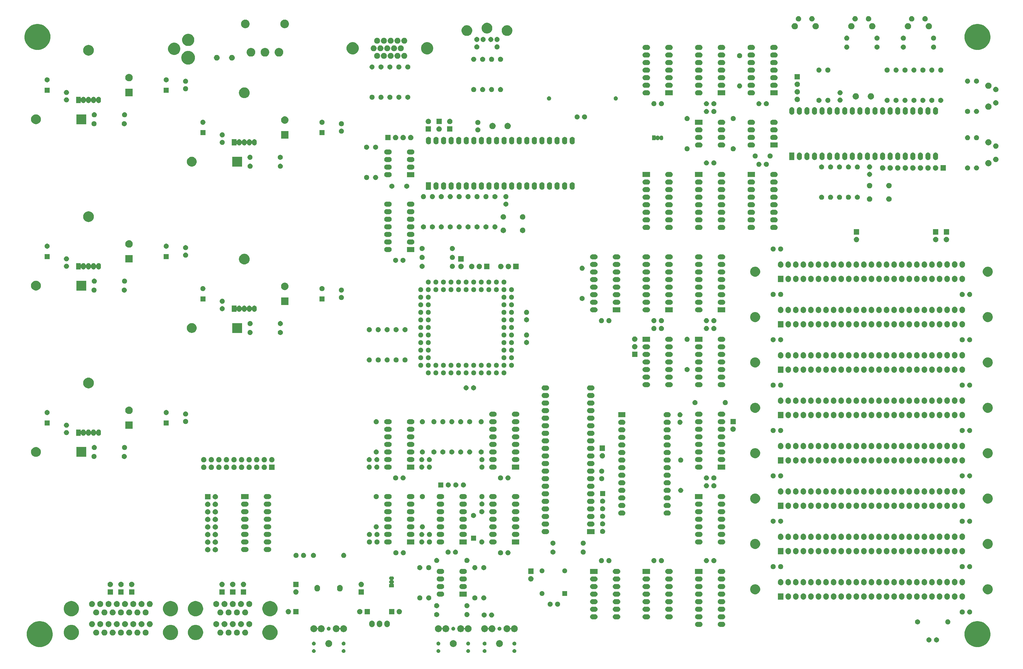
<source format=gbr>
G04 #@! TF.GenerationSoftware,KiCad,Pcbnew,(5.1.2)-1*
G04 #@! TF.CreationDate,2019-07-25T15:37:27-07:00*
G04 #@! TF.ProjectId,retroii,72657472-6f69-4692-9e6b-696361645f70,rev?*
G04 #@! TF.SameCoordinates,Original*
G04 #@! TF.FileFunction,Soldermask,Bot*
G04 #@! TF.FilePolarity,Negative*
%FSLAX46Y46*%
G04 Gerber Fmt 4.6, Leading zero omitted, Abs format (unit mm)*
G04 Created by KiCad (PCBNEW (5.1.2)-1) date 2019-07-25 15:37:27*
%MOMM*%
%LPD*%
G04 APERTURE LIST*
%ADD10C,0.100000*%
G04 APERTURE END LIST*
D10*
G36*
X201619890Y-322204017D02*
G01*
X201738364Y-322253091D01*
X201844988Y-322324335D01*
X201935665Y-322415012D01*
X202006909Y-322521636D01*
X202055983Y-322640110D01*
X202081000Y-322765882D01*
X202081000Y-322894118D01*
X202055983Y-323019890D01*
X202006909Y-323138364D01*
X201935665Y-323244988D01*
X201844988Y-323335665D01*
X201738364Y-323406909D01*
X201738363Y-323406910D01*
X201738362Y-323406910D01*
X201619890Y-323455983D01*
X201494119Y-323481000D01*
X201365881Y-323481000D01*
X201240110Y-323455983D01*
X201121638Y-323406910D01*
X201121637Y-323406910D01*
X201121636Y-323406909D01*
X201015012Y-323335665D01*
X200924335Y-323244988D01*
X200853091Y-323138364D01*
X200804017Y-323019890D01*
X200779000Y-322894118D01*
X200779000Y-322765882D01*
X200804017Y-322640110D01*
X200853091Y-322521636D01*
X200924335Y-322415012D01*
X201015012Y-322324335D01*
X201121636Y-322253091D01*
X201240110Y-322204017D01*
X201365881Y-322179000D01*
X201494119Y-322179000D01*
X201619890Y-322204017D01*
X201619890Y-322204017D01*
G37*
G36*
X191619890Y-322204017D02*
G01*
X191738364Y-322253091D01*
X191844988Y-322324335D01*
X191935665Y-322415012D01*
X192006909Y-322521636D01*
X192055983Y-322640110D01*
X192081000Y-322765882D01*
X192081000Y-322894118D01*
X192055983Y-323019890D01*
X192006909Y-323138364D01*
X191935665Y-323244988D01*
X191844988Y-323335665D01*
X191738364Y-323406909D01*
X191738363Y-323406910D01*
X191738362Y-323406910D01*
X191619890Y-323455983D01*
X191494119Y-323481000D01*
X191365881Y-323481000D01*
X191240110Y-323455983D01*
X191121638Y-323406910D01*
X191121637Y-323406910D01*
X191121636Y-323406909D01*
X191015012Y-323335665D01*
X190924335Y-323244988D01*
X190853091Y-323138364D01*
X190804017Y-323019890D01*
X190779000Y-322894118D01*
X190779000Y-322765882D01*
X190804017Y-322640110D01*
X190853091Y-322521636D01*
X190924335Y-322415012D01*
X191015012Y-322324335D01*
X191121636Y-322253091D01*
X191240110Y-322204017D01*
X191365881Y-322179000D01*
X191494119Y-322179000D01*
X191619890Y-322204017D01*
X191619890Y-322204017D01*
G37*
G36*
X258959890Y-322204017D02*
G01*
X259078364Y-322253091D01*
X259184988Y-322324335D01*
X259275665Y-322415012D01*
X259346909Y-322521636D01*
X259395983Y-322640110D01*
X259421000Y-322765882D01*
X259421000Y-322894118D01*
X259395983Y-323019890D01*
X259346909Y-323138364D01*
X259275665Y-323244988D01*
X259184988Y-323335665D01*
X259078364Y-323406909D01*
X259078363Y-323406910D01*
X259078362Y-323406910D01*
X258959890Y-323455983D01*
X258834119Y-323481000D01*
X258705881Y-323481000D01*
X258580110Y-323455983D01*
X258461638Y-323406910D01*
X258461637Y-323406910D01*
X258461636Y-323406909D01*
X258355012Y-323335665D01*
X258264335Y-323244988D01*
X258193091Y-323138364D01*
X258144017Y-323019890D01*
X258119000Y-322894118D01*
X258119000Y-322765882D01*
X258144017Y-322640110D01*
X258193091Y-322521636D01*
X258264335Y-322415012D01*
X258355012Y-322324335D01*
X258461636Y-322253091D01*
X258580110Y-322204017D01*
X258705881Y-322179000D01*
X258834119Y-322179000D01*
X258959890Y-322204017D01*
X258959890Y-322204017D01*
G37*
G36*
X248959890Y-322204017D02*
G01*
X249078364Y-322253091D01*
X249184988Y-322324335D01*
X249275665Y-322415012D01*
X249346909Y-322521636D01*
X249395983Y-322640110D01*
X249421000Y-322765882D01*
X249421000Y-322894118D01*
X249395983Y-323019890D01*
X249346909Y-323138364D01*
X249275665Y-323244988D01*
X249184988Y-323335665D01*
X249078364Y-323406909D01*
X249078363Y-323406910D01*
X249078362Y-323406910D01*
X248959890Y-323455983D01*
X248834119Y-323481000D01*
X248705881Y-323481000D01*
X248580110Y-323455983D01*
X248461638Y-323406910D01*
X248461637Y-323406910D01*
X248461636Y-323406909D01*
X248355012Y-323335665D01*
X248264335Y-323244988D01*
X248193091Y-323138364D01*
X248144017Y-323019890D01*
X248119000Y-322894118D01*
X248119000Y-322765882D01*
X248144017Y-322640110D01*
X248193091Y-322521636D01*
X248264335Y-322415012D01*
X248355012Y-322324335D01*
X248461636Y-322253091D01*
X248580110Y-322204017D01*
X248705881Y-322179000D01*
X248834119Y-322179000D01*
X248959890Y-322204017D01*
X248959890Y-322204017D01*
G37*
G36*
X243439890Y-322204017D02*
G01*
X243558364Y-322253091D01*
X243664988Y-322324335D01*
X243755665Y-322415012D01*
X243826909Y-322521636D01*
X243875983Y-322640110D01*
X243901000Y-322765882D01*
X243901000Y-322894118D01*
X243875983Y-323019890D01*
X243826909Y-323138364D01*
X243755665Y-323244988D01*
X243664988Y-323335665D01*
X243558364Y-323406909D01*
X243558363Y-323406910D01*
X243558362Y-323406910D01*
X243439890Y-323455983D01*
X243314119Y-323481000D01*
X243185881Y-323481000D01*
X243060110Y-323455983D01*
X242941638Y-323406910D01*
X242941637Y-323406910D01*
X242941636Y-323406909D01*
X242835012Y-323335665D01*
X242744335Y-323244988D01*
X242673091Y-323138364D01*
X242624017Y-323019890D01*
X242599000Y-322894118D01*
X242599000Y-322765882D01*
X242624017Y-322640110D01*
X242673091Y-322521636D01*
X242744335Y-322415012D01*
X242835012Y-322324335D01*
X242941636Y-322253091D01*
X243060110Y-322204017D01*
X243185881Y-322179000D01*
X243314119Y-322179000D01*
X243439890Y-322204017D01*
X243439890Y-322204017D01*
G37*
G36*
X233439890Y-322204017D02*
G01*
X233558364Y-322253091D01*
X233664988Y-322324335D01*
X233755665Y-322415012D01*
X233826909Y-322521636D01*
X233875983Y-322640110D01*
X233901000Y-322765882D01*
X233901000Y-322894118D01*
X233875983Y-323019890D01*
X233826909Y-323138364D01*
X233755665Y-323244988D01*
X233664988Y-323335665D01*
X233558364Y-323406909D01*
X233558363Y-323406910D01*
X233558362Y-323406910D01*
X233439890Y-323455983D01*
X233314119Y-323481000D01*
X233185881Y-323481000D01*
X233060110Y-323455983D01*
X232941638Y-323406910D01*
X232941637Y-323406910D01*
X232941636Y-323406909D01*
X232835012Y-323335665D01*
X232744335Y-323244988D01*
X232673091Y-323138364D01*
X232624017Y-323019890D01*
X232599000Y-322894118D01*
X232599000Y-322765882D01*
X232624017Y-322640110D01*
X232673091Y-322521636D01*
X232744335Y-322415012D01*
X232835012Y-322324335D01*
X232941636Y-322253091D01*
X233060110Y-322204017D01*
X233185881Y-322179000D01*
X233314119Y-322179000D01*
X233439890Y-322204017D01*
X233439890Y-322204017D01*
G37*
G36*
X99851108Y-312837468D02*
G01*
X100649140Y-312996206D01*
X101440972Y-313324193D01*
X102153601Y-313800357D01*
X102759643Y-314406399D01*
X103235807Y-315119028D01*
X103563794Y-315910860D01*
X103689218Y-316541410D01*
X103728440Y-316738591D01*
X103731000Y-316751464D01*
X103731000Y-317608536D01*
X103563794Y-318449140D01*
X103235807Y-319240972D01*
X102759643Y-319953601D01*
X102153601Y-320559643D01*
X101440972Y-321035807D01*
X100649140Y-321363794D01*
X99928156Y-321507206D01*
X99808537Y-321531000D01*
X98951463Y-321531000D01*
X98831844Y-321507206D01*
X98110860Y-321363794D01*
X97319028Y-321035807D01*
X96606399Y-320559643D01*
X96000357Y-319953601D01*
X95524193Y-319240972D01*
X95196206Y-318449140D01*
X95029000Y-317608536D01*
X95029000Y-316751464D01*
X95031561Y-316738591D01*
X95070782Y-316541410D01*
X95196206Y-315910860D01*
X95524193Y-315119028D01*
X96000357Y-314406399D01*
X96606399Y-313800357D01*
X97319028Y-313324193D01*
X98110860Y-312996206D01*
X98908892Y-312837468D01*
X98951463Y-312829000D01*
X99808537Y-312829000D01*
X99851108Y-312837468D01*
X99851108Y-312837468D01*
G37*
G36*
X414731108Y-312837468D02*
G01*
X415529140Y-312996206D01*
X416320972Y-313324193D01*
X417033601Y-313800357D01*
X417639643Y-314406399D01*
X418115807Y-315119028D01*
X418443794Y-315910860D01*
X418569218Y-316541410D01*
X418608440Y-316738591D01*
X418611000Y-316751464D01*
X418611000Y-317608536D01*
X418443794Y-318449140D01*
X418115807Y-319240972D01*
X417639643Y-319953601D01*
X417033601Y-320559643D01*
X416320972Y-321035807D01*
X415529140Y-321363794D01*
X414808156Y-321507206D01*
X414688537Y-321531000D01*
X413831463Y-321531000D01*
X413711844Y-321507206D01*
X412990860Y-321363794D01*
X412199028Y-321035807D01*
X411486399Y-320559643D01*
X410880357Y-319953601D01*
X410404193Y-319240972D01*
X410076206Y-318449140D01*
X409909000Y-317608536D01*
X409909000Y-316751464D01*
X409911561Y-316738591D01*
X409950782Y-316541410D01*
X410076206Y-315910860D01*
X410404193Y-315119028D01*
X410880357Y-314406399D01*
X411486399Y-313800357D01*
X412199028Y-313324193D01*
X412990860Y-312996206D01*
X413788892Y-312837468D01*
X413831463Y-312829000D01*
X414688537Y-312829000D01*
X414731108Y-312837468D01*
X414731108Y-312837468D01*
G37*
G36*
X238412713Y-319188816D02*
G01*
X238585734Y-319223232D01*
X238795203Y-319309997D01*
X238983720Y-319435960D01*
X239144040Y-319596280D01*
X239270003Y-319784797D01*
X239356768Y-319994266D01*
X239401000Y-320216636D01*
X239401000Y-320443364D01*
X239356768Y-320665734D01*
X239270003Y-320875203D01*
X239144040Y-321063720D01*
X238983720Y-321224040D01*
X238795203Y-321350003D01*
X238585734Y-321436768D01*
X238474549Y-321458884D01*
X238363365Y-321481000D01*
X238136635Y-321481000D01*
X238025451Y-321458884D01*
X237914266Y-321436768D01*
X237704797Y-321350003D01*
X237516280Y-321224040D01*
X237355960Y-321063720D01*
X237229997Y-320875203D01*
X237143232Y-320665734D01*
X237099000Y-320443364D01*
X237099000Y-320216636D01*
X237143232Y-319994266D01*
X237229997Y-319784797D01*
X237355960Y-319596280D01*
X237516280Y-319435960D01*
X237704797Y-319309997D01*
X237914266Y-319223232D01*
X238087287Y-319188816D01*
X238136635Y-319179000D01*
X238363365Y-319179000D01*
X238412713Y-319188816D01*
X238412713Y-319188816D01*
G37*
G36*
X253932713Y-319188816D02*
G01*
X254105734Y-319223232D01*
X254315203Y-319309997D01*
X254503720Y-319435960D01*
X254664040Y-319596280D01*
X254790003Y-319784797D01*
X254876768Y-319994266D01*
X254921000Y-320216636D01*
X254921000Y-320443364D01*
X254876768Y-320665734D01*
X254790003Y-320875203D01*
X254664040Y-321063720D01*
X254503720Y-321224040D01*
X254315203Y-321350003D01*
X254105734Y-321436768D01*
X253994549Y-321458884D01*
X253883365Y-321481000D01*
X253656635Y-321481000D01*
X253545451Y-321458884D01*
X253434266Y-321436768D01*
X253224797Y-321350003D01*
X253036280Y-321224040D01*
X252875960Y-321063720D01*
X252749997Y-320875203D01*
X252663232Y-320665734D01*
X252619000Y-320443364D01*
X252619000Y-320216636D01*
X252663232Y-319994266D01*
X252749997Y-319784797D01*
X252875960Y-319596280D01*
X253036280Y-319435960D01*
X253224797Y-319309997D01*
X253434266Y-319223232D01*
X253607287Y-319188816D01*
X253656635Y-319179000D01*
X253883365Y-319179000D01*
X253932713Y-319188816D01*
X253932713Y-319188816D01*
G37*
G36*
X196592713Y-319188816D02*
G01*
X196765734Y-319223232D01*
X196975203Y-319309997D01*
X197163720Y-319435960D01*
X197324040Y-319596280D01*
X197450003Y-319784797D01*
X197536768Y-319994266D01*
X197581000Y-320216636D01*
X197581000Y-320443364D01*
X197536768Y-320665734D01*
X197450003Y-320875203D01*
X197324040Y-321063720D01*
X197163720Y-321224040D01*
X196975203Y-321350003D01*
X196765734Y-321436768D01*
X196654549Y-321458884D01*
X196543365Y-321481000D01*
X196316635Y-321481000D01*
X196205451Y-321458884D01*
X196094266Y-321436768D01*
X195884797Y-321350003D01*
X195696280Y-321224040D01*
X195535960Y-321063720D01*
X195409997Y-320875203D01*
X195323232Y-320665734D01*
X195279000Y-320443364D01*
X195279000Y-320216636D01*
X195323232Y-319994266D01*
X195409997Y-319784797D01*
X195535960Y-319596280D01*
X195696280Y-319435960D01*
X195884797Y-319309997D01*
X196094266Y-319223232D01*
X196267287Y-319188816D01*
X196316635Y-319179000D01*
X196543365Y-319179000D01*
X196592713Y-319188816D01*
X196592713Y-319188816D01*
G37*
G36*
X258959890Y-319704017D02*
G01*
X259078364Y-319753091D01*
X259184988Y-319824335D01*
X259275665Y-319915012D01*
X259343042Y-320015848D01*
X259346910Y-320021638D01*
X259395983Y-320140110D01*
X259421000Y-320265881D01*
X259421000Y-320394119D01*
X259409021Y-320454344D01*
X259395983Y-320519890D01*
X259346909Y-320638364D01*
X259275665Y-320744988D01*
X259184988Y-320835665D01*
X259078364Y-320906909D01*
X259078363Y-320906910D01*
X259078362Y-320906910D01*
X258959890Y-320955983D01*
X258834119Y-320981000D01*
X258705881Y-320981000D01*
X258580110Y-320955983D01*
X258461638Y-320906910D01*
X258461637Y-320906910D01*
X258461636Y-320906909D01*
X258355012Y-320835665D01*
X258264335Y-320744988D01*
X258193091Y-320638364D01*
X258144017Y-320519890D01*
X258130979Y-320454344D01*
X258119000Y-320394119D01*
X258119000Y-320265881D01*
X258144017Y-320140110D01*
X258193090Y-320021638D01*
X258196959Y-320015848D01*
X258264335Y-319915012D01*
X258355012Y-319824335D01*
X258461636Y-319753091D01*
X258580110Y-319704017D01*
X258705881Y-319679000D01*
X258834119Y-319679000D01*
X258959890Y-319704017D01*
X258959890Y-319704017D01*
G37*
G36*
X243439890Y-319704017D02*
G01*
X243558364Y-319753091D01*
X243664988Y-319824335D01*
X243755665Y-319915012D01*
X243823042Y-320015848D01*
X243826910Y-320021638D01*
X243875983Y-320140110D01*
X243901000Y-320265881D01*
X243901000Y-320394119D01*
X243889021Y-320454344D01*
X243875983Y-320519890D01*
X243826909Y-320638364D01*
X243755665Y-320744988D01*
X243664988Y-320835665D01*
X243558364Y-320906909D01*
X243558363Y-320906910D01*
X243558362Y-320906910D01*
X243439890Y-320955983D01*
X243314119Y-320981000D01*
X243185881Y-320981000D01*
X243060110Y-320955983D01*
X242941638Y-320906910D01*
X242941637Y-320906910D01*
X242941636Y-320906909D01*
X242835012Y-320835665D01*
X242744335Y-320744988D01*
X242673091Y-320638364D01*
X242624017Y-320519890D01*
X242610979Y-320454344D01*
X242599000Y-320394119D01*
X242599000Y-320265881D01*
X242624017Y-320140110D01*
X242673090Y-320021638D01*
X242676959Y-320015848D01*
X242744335Y-319915012D01*
X242835012Y-319824335D01*
X242941636Y-319753091D01*
X243060110Y-319704017D01*
X243185881Y-319679000D01*
X243314119Y-319679000D01*
X243439890Y-319704017D01*
X243439890Y-319704017D01*
G37*
G36*
X233439890Y-319704017D02*
G01*
X233558364Y-319753091D01*
X233664988Y-319824335D01*
X233755665Y-319915012D01*
X233823042Y-320015848D01*
X233826910Y-320021638D01*
X233875983Y-320140110D01*
X233901000Y-320265881D01*
X233901000Y-320394119D01*
X233889021Y-320454344D01*
X233875983Y-320519890D01*
X233826909Y-320638364D01*
X233755665Y-320744988D01*
X233664988Y-320835665D01*
X233558364Y-320906909D01*
X233558363Y-320906910D01*
X233558362Y-320906910D01*
X233439890Y-320955983D01*
X233314119Y-320981000D01*
X233185881Y-320981000D01*
X233060110Y-320955983D01*
X232941638Y-320906910D01*
X232941637Y-320906910D01*
X232941636Y-320906909D01*
X232835012Y-320835665D01*
X232744335Y-320744988D01*
X232673091Y-320638364D01*
X232624017Y-320519890D01*
X232610979Y-320454344D01*
X232599000Y-320394119D01*
X232599000Y-320265881D01*
X232624017Y-320140110D01*
X232673090Y-320021638D01*
X232676959Y-320015848D01*
X232744335Y-319915012D01*
X232835012Y-319824335D01*
X232941636Y-319753091D01*
X233060110Y-319704017D01*
X233185881Y-319679000D01*
X233314119Y-319679000D01*
X233439890Y-319704017D01*
X233439890Y-319704017D01*
G37*
G36*
X248959890Y-319704017D02*
G01*
X249078364Y-319753091D01*
X249184988Y-319824335D01*
X249275665Y-319915012D01*
X249343042Y-320015848D01*
X249346910Y-320021638D01*
X249395983Y-320140110D01*
X249421000Y-320265881D01*
X249421000Y-320394119D01*
X249409021Y-320454344D01*
X249395983Y-320519890D01*
X249346909Y-320638364D01*
X249275665Y-320744988D01*
X249184988Y-320835665D01*
X249078364Y-320906909D01*
X249078363Y-320906910D01*
X249078362Y-320906910D01*
X248959890Y-320955983D01*
X248834119Y-320981000D01*
X248705881Y-320981000D01*
X248580110Y-320955983D01*
X248461638Y-320906910D01*
X248461637Y-320906910D01*
X248461636Y-320906909D01*
X248355012Y-320835665D01*
X248264335Y-320744988D01*
X248193091Y-320638364D01*
X248144017Y-320519890D01*
X248130979Y-320454344D01*
X248119000Y-320394119D01*
X248119000Y-320265881D01*
X248144017Y-320140110D01*
X248193090Y-320021638D01*
X248196959Y-320015848D01*
X248264335Y-319915012D01*
X248355012Y-319824335D01*
X248461636Y-319753091D01*
X248580110Y-319704017D01*
X248705881Y-319679000D01*
X248834119Y-319679000D01*
X248959890Y-319704017D01*
X248959890Y-319704017D01*
G37*
G36*
X191619890Y-319704017D02*
G01*
X191738364Y-319753091D01*
X191844988Y-319824335D01*
X191935665Y-319915012D01*
X192003042Y-320015848D01*
X192006910Y-320021638D01*
X192055983Y-320140110D01*
X192081000Y-320265881D01*
X192081000Y-320394119D01*
X192069021Y-320454344D01*
X192055983Y-320519890D01*
X192006909Y-320638364D01*
X191935665Y-320744988D01*
X191844988Y-320835665D01*
X191738364Y-320906909D01*
X191738363Y-320906910D01*
X191738362Y-320906910D01*
X191619890Y-320955983D01*
X191494119Y-320981000D01*
X191365881Y-320981000D01*
X191240110Y-320955983D01*
X191121638Y-320906910D01*
X191121637Y-320906910D01*
X191121636Y-320906909D01*
X191015012Y-320835665D01*
X190924335Y-320744988D01*
X190853091Y-320638364D01*
X190804017Y-320519890D01*
X190790979Y-320454344D01*
X190779000Y-320394119D01*
X190779000Y-320265881D01*
X190804017Y-320140110D01*
X190853090Y-320021638D01*
X190856959Y-320015848D01*
X190924335Y-319915012D01*
X191015012Y-319824335D01*
X191121636Y-319753091D01*
X191240110Y-319704017D01*
X191365881Y-319679000D01*
X191494119Y-319679000D01*
X191619890Y-319704017D01*
X191619890Y-319704017D01*
G37*
G36*
X201619890Y-319704017D02*
G01*
X201738364Y-319753091D01*
X201844988Y-319824335D01*
X201935665Y-319915012D01*
X202003042Y-320015848D01*
X202006910Y-320021638D01*
X202055983Y-320140110D01*
X202081000Y-320265881D01*
X202081000Y-320394119D01*
X202069021Y-320454344D01*
X202055983Y-320519890D01*
X202006909Y-320638364D01*
X201935665Y-320744988D01*
X201844988Y-320835665D01*
X201738364Y-320906909D01*
X201738363Y-320906910D01*
X201738362Y-320906910D01*
X201619890Y-320955983D01*
X201494119Y-320981000D01*
X201365881Y-320981000D01*
X201240110Y-320955983D01*
X201121638Y-320906910D01*
X201121637Y-320906910D01*
X201121636Y-320906909D01*
X201015012Y-320835665D01*
X200924335Y-320744988D01*
X200853091Y-320638364D01*
X200804017Y-320519890D01*
X200790979Y-320454344D01*
X200779000Y-320394119D01*
X200779000Y-320265881D01*
X200804017Y-320140110D01*
X200853090Y-320021638D01*
X200856959Y-320015848D01*
X200924335Y-319915012D01*
X201015012Y-319824335D01*
X201121636Y-319753091D01*
X201240110Y-319704017D01*
X201365881Y-319679000D01*
X201494119Y-319679000D01*
X201619890Y-319704017D01*
X201619890Y-319704017D01*
G37*
G36*
X400750848Y-318286703D02*
G01*
X400905720Y-318350853D01*
X401045101Y-318443985D01*
X401163635Y-318562519D01*
X401256767Y-318701900D01*
X401320917Y-318856772D01*
X401353620Y-319021184D01*
X401353620Y-319188816D01*
X401320917Y-319353228D01*
X401256767Y-319508100D01*
X401163635Y-319647481D01*
X401045101Y-319766015D01*
X400905720Y-319859147D01*
X400750848Y-319923297D01*
X400586436Y-319956000D01*
X400418804Y-319956000D01*
X400254392Y-319923297D01*
X400099520Y-319859147D01*
X399960139Y-319766015D01*
X399841605Y-319647481D01*
X399748473Y-319508100D01*
X399684323Y-319353228D01*
X399651620Y-319188816D01*
X399651620Y-319021184D01*
X399684323Y-318856772D01*
X399748473Y-318701900D01*
X399841605Y-318562519D01*
X399960139Y-318443985D01*
X400099520Y-318350853D01*
X400254392Y-318286703D01*
X400418804Y-318254000D01*
X400586436Y-318254000D01*
X400750848Y-318286703D01*
X400750848Y-318286703D01*
G37*
G36*
X398210848Y-318286703D02*
G01*
X398365720Y-318350853D01*
X398505101Y-318443985D01*
X398623635Y-318562519D01*
X398716767Y-318701900D01*
X398780917Y-318856772D01*
X398813620Y-319021184D01*
X398813620Y-319188816D01*
X398780917Y-319353228D01*
X398716767Y-319508100D01*
X398623635Y-319647481D01*
X398505101Y-319766015D01*
X398365720Y-319859147D01*
X398210848Y-319923297D01*
X398046436Y-319956000D01*
X397878804Y-319956000D01*
X397714392Y-319923297D01*
X397559520Y-319859147D01*
X397420139Y-319766015D01*
X397301605Y-319647481D01*
X397208473Y-319508100D01*
X397144323Y-319353228D01*
X397111620Y-319188816D01*
X397111620Y-319021184D01*
X397144323Y-318856772D01*
X397208473Y-318701900D01*
X397301605Y-318562519D01*
X397420139Y-318443985D01*
X397559520Y-318350853D01*
X397714392Y-318286703D01*
X397878804Y-318254000D01*
X398046436Y-318254000D01*
X398210848Y-318286703D01*
X398210848Y-318286703D01*
G37*
G36*
X152459098Y-314157033D02*
G01*
X152910844Y-314344152D01*
X152923352Y-314349333D01*
X153341168Y-314628509D01*
X153696491Y-314983832D01*
X153970636Y-315394119D01*
X153975668Y-315401650D01*
X154167967Y-315865902D01*
X154266000Y-316358747D01*
X154266000Y-316861253D01*
X154167967Y-317354098D01*
X154040535Y-317661747D01*
X153975667Y-317818352D01*
X153696491Y-318236168D01*
X153341168Y-318591491D01*
X152923352Y-318870667D01*
X152923351Y-318870668D01*
X152923350Y-318870668D01*
X152459098Y-319062967D01*
X151966253Y-319161000D01*
X151463747Y-319161000D01*
X150970902Y-319062967D01*
X150506650Y-318870668D01*
X150506649Y-318870668D01*
X150506648Y-318870667D01*
X150088832Y-318591491D01*
X149733509Y-318236168D01*
X149454333Y-317818352D01*
X149389465Y-317661747D01*
X149262033Y-317354098D01*
X149164000Y-316861253D01*
X149164000Y-316358747D01*
X149262033Y-315865902D01*
X149454332Y-315401650D01*
X149459364Y-315394119D01*
X149733509Y-314983832D01*
X150088832Y-314628509D01*
X150506648Y-314349333D01*
X150519156Y-314344152D01*
X150970902Y-314157033D01*
X151463747Y-314059000D01*
X151966253Y-314059000D01*
X152459098Y-314157033D01*
X152459098Y-314157033D01*
G37*
G36*
X144069098Y-314157033D02*
G01*
X144520844Y-314344152D01*
X144533352Y-314349333D01*
X144951168Y-314628509D01*
X145306491Y-314983832D01*
X145580636Y-315394119D01*
X145585668Y-315401650D01*
X145777967Y-315865902D01*
X145876000Y-316358747D01*
X145876000Y-316861253D01*
X145777967Y-317354098D01*
X145650535Y-317661747D01*
X145585667Y-317818352D01*
X145306491Y-318236168D01*
X144951168Y-318591491D01*
X144533352Y-318870667D01*
X144533351Y-318870668D01*
X144533350Y-318870668D01*
X144069098Y-319062967D01*
X143576253Y-319161000D01*
X143073747Y-319161000D01*
X142580902Y-319062967D01*
X142116650Y-318870668D01*
X142116649Y-318870668D01*
X142116648Y-318870667D01*
X141698832Y-318591491D01*
X141343509Y-318236168D01*
X141064333Y-317818352D01*
X140999465Y-317661747D01*
X140872033Y-317354098D01*
X140774000Y-316861253D01*
X140774000Y-316358747D01*
X140872033Y-315865902D01*
X141064332Y-315401650D01*
X141069364Y-315394119D01*
X141343509Y-314983832D01*
X141698832Y-314628509D01*
X142116648Y-314349333D01*
X142129156Y-314344152D01*
X142580902Y-314157033D01*
X143073747Y-314059000D01*
X143576253Y-314059000D01*
X144069098Y-314157033D01*
X144069098Y-314157033D01*
G37*
G36*
X110749098Y-314157033D02*
G01*
X111200844Y-314344152D01*
X111213352Y-314349333D01*
X111631168Y-314628509D01*
X111986491Y-314983832D01*
X112260636Y-315394119D01*
X112265668Y-315401650D01*
X112457967Y-315865902D01*
X112556000Y-316358747D01*
X112556000Y-316861253D01*
X112457967Y-317354098D01*
X112330535Y-317661747D01*
X112265667Y-317818352D01*
X111986491Y-318236168D01*
X111631168Y-318591491D01*
X111213352Y-318870667D01*
X111213351Y-318870668D01*
X111213350Y-318870668D01*
X110749098Y-319062967D01*
X110256253Y-319161000D01*
X109753747Y-319161000D01*
X109260902Y-319062967D01*
X108796650Y-318870668D01*
X108796649Y-318870668D01*
X108796648Y-318870667D01*
X108378832Y-318591491D01*
X108023509Y-318236168D01*
X107744333Y-317818352D01*
X107679465Y-317661747D01*
X107552033Y-317354098D01*
X107454000Y-316861253D01*
X107454000Y-316358747D01*
X107552033Y-315865902D01*
X107744332Y-315401650D01*
X107749364Y-315394119D01*
X108023509Y-314983832D01*
X108378832Y-314628509D01*
X108796648Y-314349333D01*
X108809156Y-314344152D01*
X109260902Y-314157033D01*
X109753747Y-314059000D01*
X110256253Y-314059000D01*
X110749098Y-314157033D01*
X110749098Y-314157033D01*
G37*
G36*
X177449098Y-314157033D02*
G01*
X177900844Y-314344152D01*
X177913352Y-314349333D01*
X178331168Y-314628509D01*
X178686491Y-314983832D01*
X178960636Y-315394119D01*
X178965668Y-315401650D01*
X179157967Y-315865902D01*
X179256000Y-316358747D01*
X179256000Y-316861253D01*
X179157967Y-317354098D01*
X179030535Y-317661747D01*
X178965667Y-317818352D01*
X178686491Y-318236168D01*
X178331168Y-318591491D01*
X177913352Y-318870667D01*
X177913351Y-318870668D01*
X177913350Y-318870668D01*
X177449098Y-319062967D01*
X176956253Y-319161000D01*
X176453747Y-319161000D01*
X175960902Y-319062967D01*
X175496650Y-318870668D01*
X175496649Y-318870668D01*
X175496648Y-318870667D01*
X175078832Y-318591491D01*
X174723509Y-318236168D01*
X174444333Y-317818352D01*
X174379465Y-317661747D01*
X174252033Y-317354098D01*
X174154000Y-316861253D01*
X174154000Y-316358747D01*
X174252033Y-315865902D01*
X174444332Y-315401650D01*
X174449364Y-315394119D01*
X174723509Y-314983832D01*
X175078832Y-314628509D01*
X175496648Y-314349333D01*
X175509156Y-314344152D01*
X175960902Y-314157033D01*
X176453747Y-314059000D01*
X176956253Y-314059000D01*
X177449098Y-314157033D01*
X177449098Y-314157033D01*
G37*
G36*
X163020285Y-315658234D02*
G01*
X163116981Y-315677468D01*
X163299151Y-315752926D01*
X163463100Y-315862473D01*
X163602527Y-316001900D01*
X163712074Y-316165849D01*
X163787532Y-316348019D01*
X163787927Y-316350004D01*
X163826000Y-316541409D01*
X163826000Y-316738591D01*
X163823439Y-316751464D01*
X163787532Y-316931981D01*
X163712074Y-317114151D01*
X163602527Y-317278100D01*
X163463100Y-317417527D01*
X163299151Y-317527074D01*
X163116981Y-317602532D01*
X163020285Y-317621766D01*
X162923591Y-317641000D01*
X162726409Y-317641000D01*
X162629715Y-317621766D01*
X162533019Y-317602532D01*
X162350849Y-317527074D01*
X162186900Y-317417527D01*
X162047473Y-317278100D01*
X161937926Y-317114151D01*
X161862468Y-316931981D01*
X161826561Y-316751464D01*
X161824000Y-316738591D01*
X161824000Y-316541409D01*
X161862073Y-316350004D01*
X161862468Y-316348019D01*
X161937926Y-316165849D01*
X162047473Y-316001900D01*
X162186900Y-315862473D01*
X162350849Y-315752926D01*
X162533019Y-315677468D01*
X162629715Y-315658234D01*
X162726409Y-315639000D01*
X162923591Y-315639000D01*
X163020285Y-315658234D01*
X163020285Y-315658234D01*
G37*
G36*
X135160285Y-315658234D02*
G01*
X135256981Y-315677468D01*
X135439151Y-315752926D01*
X135603100Y-315862473D01*
X135742527Y-316001900D01*
X135852074Y-316165849D01*
X135927532Y-316348019D01*
X135927927Y-316350004D01*
X135966000Y-316541409D01*
X135966000Y-316738591D01*
X135963439Y-316751464D01*
X135927532Y-316931981D01*
X135852074Y-317114151D01*
X135742527Y-317278100D01*
X135603100Y-317417527D01*
X135439151Y-317527074D01*
X135256981Y-317602532D01*
X135160285Y-317621766D01*
X135063591Y-317641000D01*
X134866409Y-317641000D01*
X134769715Y-317621766D01*
X134673019Y-317602532D01*
X134490849Y-317527074D01*
X134326900Y-317417527D01*
X134187473Y-317278100D01*
X134077926Y-317114151D01*
X134002468Y-316931981D01*
X133966561Y-316751464D01*
X133964000Y-316738591D01*
X133964000Y-316541409D01*
X134002073Y-316350004D01*
X134002468Y-316348019D01*
X134077926Y-316165849D01*
X134187473Y-316001900D01*
X134326900Y-315862473D01*
X134490849Y-315752926D01*
X134673019Y-315677468D01*
X134769715Y-315658234D01*
X134866409Y-315639000D01*
X135063591Y-315639000D01*
X135160285Y-315658234D01*
X135160285Y-315658234D01*
G37*
G36*
X132390285Y-315658234D02*
G01*
X132486981Y-315677468D01*
X132669151Y-315752926D01*
X132833100Y-315862473D01*
X132972527Y-316001900D01*
X133082074Y-316165849D01*
X133157532Y-316348019D01*
X133157927Y-316350004D01*
X133196000Y-316541409D01*
X133196000Y-316738591D01*
X133193439Y-316751464D01*
X133157532Y-316931981D01*
X133082074Y-317114151D01*
X132972527Y-317278100D01*
X132833100Y-317417527D01*
X132669151Y-317527074D01*
X132486981Y-317602532D01*
X132390285Y-317621766D01*
X132293591Y-317641000D01*
X132096409Y-317641000D01*
X131999715Y-317621766D01*
X131903019Y-317602532D01*
X131720849Y-317527074D01*
X131556900Y-317417527D01*
X131417473Y-317278100D01*
X131307926Y-317114151D01*
X131232468Y-316931981D01*
X131196561Y-316751464D01*
X131194000Y-316738591D01*
X131194000Y-316541409D01*
X131232073Y-316350004D01*
X131232468Y-316348019D01*
X131307926Y-316165849D01*
X131417473Y-316001900D01*
X131556900Y-315862473D01*
X131720849Y-315752926D01*
X131903019Y-315677468D01*
X131999715Y-315658234D01*
X132096409Y-315639000D01*
X132293591Y-315639000D01*
X132390285Y-315658234D01*
X132390285Y-315658234D01*
G37*
G36*
X129620285Y-315658234D02*
G01*
X129716981Y-315677468D01*
X129899151Y-315752926D01*
X130063100Y-315862473D01*
X130202527Y-316001900D01*
X130312074Y-316165849D01*
X130387532Y-316348019D01*
X130387927Y-316350004D01*
X130426000Y-316541409D01*
X130426000Y-316738591D01*
X130423439Y-316751464D01*
X130387532Y-316931981D01*
X130312074Y-317114151D01*
X130202527Y-317278100D01*
X130063100Y-317417527D01*
X129899151Y-317527074D01*
X129716981Y-317602532D01*
X129620285Y-317621766D01*
X129523591Y-317641000D01*
X129326409Y-317641000D01*
X129229715Y-317621766D01*
X129133019Y-317602532D01*
X128950849Y-317527074D01*
X128786900Y-317417527D01*
X128647473Y-317278100D01*
X128537926Y-317114151D01*
X128462468Y-316931981D01*
X128426561Y-316751464D01*
X128424000Y-316738591D01*
X128424000Y-316541409D01*
X128462073Y-316350004D01*
X128462468Y-316348019D01*
X128537926Y-316165849D01*
X128647473Y-316001900D01*
X128786900Y-315862473D01*
X128950849Y-315752926D01*
X129133019Y-315677468D01*
X129229715Y-315658234D01*
X129326409Y-315639000D01*
X129523591Y-315639000D01*
X129620285Y-315658234D01*
X129620285Y-315658234D01*
G37*
G36*
X126850285Y-315658234D02*
G01*
X126946981Y-315677468D01*
X127129151Y-315752926D01*
X127293100Y-315862473D01*
X127432527Y-316001900D01*
X127542074Y-316165849D01*
X127617532Y-316348019D01*
X127617927Y-316350004D01*
X127656000Y-316541409D01*
X127656000Y-316738591D01*
X127653439Y-316751464D01*
X127617532Y-316931981D01*
X127542074Y-317114151D01*
X127432527Y-317278100D01*
X127293100Y-317417527D01*
X127129151Y-317527074D01*
X126946981Y-317602532D01*
X126850285Y-317621766D01*
X126753591Y-317641000D01*
X126556409Y-317641000D01*
X126459715Y-317621766D01*
X126363019Y-317602532D01*
X126180849Y-317527074D01*
X126016900Y-317417527D01*
X125877473Y-317278100D01*
X125767926Y-317114151D01*
X125692468Y-316931981D01*
X125656561Y-316751464D01*
X125654000Y-316738591D01*
X125654000Y-316541409D01*
X125692073Y-316350004D01*
X125692468Y-316348019D01*
X125767926Y-316165849D01*
X125877473Y-316001900D01*
X126016900Y-315862473D01*
X126180849Y-315752926D01*
X126363019Y-315677468D01*
X126459715Y-315658234D01*
X126556409Y-315639000D01*
X126753591Y-315639000D01*
X126850285Y-315658234D01*
X126850285Y-315658234D01*
G37*
G36*
X124080285Y-315658234D02*
G01*
X124176981Y-315677468D01*
X124359151Y-315752926D01*
X124523100Y-315862473D01*
X124662527Y-316001900D01*
X124772074Y-316165849D01*
X124847532Y-316348019D01*
X124847927Y-316350004D01*
X124886000Y-316541409D01*
X124886000Y-316738591D01*
X124883439Y-316751464D01*
X124847532Y-316931981D01*
X124772074Y-317114151D01*
X124662527Y-317278100D01*
X124523100Y-317417527D01*
X124359151Y-317527074D01*
X124176981Y-317602532D01*
X124080285Y-317621766D01*
X123983591Y-317641000D01*
X123786409Y-317641000D01*
X123689715Y-317621766D01*
X123593019Y-317602532D01*
X123410849Y-317527074D01*
X123246900Y-317417527D01*
X123107473Y-317278100D01*
X122997926Y-317114151D01*
X122922468Y-316931981D01*
X122886561Y-316751464D01*
X122884000Y-316738591D01*
X122884000Y-316541409D01*
X122922073Y-316350004D01*
X122922468Y-316348019D01*
X122997926Y-316165849D01*
X123107473Y-316001900D01*
X123246900Y-315862473D01*
X123410849Y-315752926D01*
X123593019Y-315677468D01*
X123689715Y-315658234D01*
X123786409Y-315639000D01*
X123983591Y-315639000D01*
X124080285Y-315658234D01*
X124080285Y-315658234D01*
G37*
G36*
X118540285Y-315658234D02*
G01*
X118636981Y-315677468D01*
X118819151Y-315752926D01*
X118983100Y-315862473D01*
X119122527Y-316001900D01*
X119232074Y-316165849D01*
X119307532Y-316348019D01*
X119307927Y-316350004D01*
X119346000Y-316541409D01*
X119346000Y-316738591D01*
X119343439Y-316751464D01*
X119307532Y-316931981D01*
X119232074Y-317114151D01*
X119122527Y-317278100D01*
X118983100Y-317417527D01*
X118819151Y-317527074D01*
X118636981Y-317602532D01*
X118540285Y-317621766D01*
X118443591Y-317641000D01*
X118246409Y-317641000D01*
X118149715Y-317621766D01*
X118053019Y-317602532D01*
X117870849Y-317527074D01*
X117706900Y-317417527D01*
X117567473Y-317278100D01*
X117457926Y-317114151D01*
X117382468Y-316931981D01*
X117346561Y-316751464D01*
X117344000Y-316738591D01*
X117344000Y-316541409D01*
X117382073Y-316350004D01*
X117382468Y-316348019D01*
X117457926Y-316165849D01*
X117567473Y-316001900D01*
X117706900Y-315862473D01*
X117870849Y-315752926D01*
X118053019Y-315677468D01*
X118149715Y-315658234D01*
X118246409Y-315639000D01*
X118443591Y-315639000D01*
X118540285Y-315658234D01*
X118540285Y-315658234D01*
G37*
G36*
X168560285Y-315658234D02*
G01*
X168656981Y-315677468D01*
X168839151Y-315752926D01*
X169003100Y-315862473D01*
X169142527Y-316001900D01*
X169252074Y-316165849D01*
X169327532Y-316348019D01*
X169327927Y-316350004D01*
X169366000Y-316541409D01*
X169366000Y-316738591D01*
X169363439Y-316751464D01*
X169327532Y-316931981D01*
X169252074Y-317114151D01*
X169142527Y-317278100D01*
X169003100Y-317417527D01*
X168839151Y-317527074D01*
X168656981Y-317602532D01*
X168560285Y-317621766D01*
X168463591Y-317641000D01*
X168266409Y-317641000D01*
X168169715Y-317621766D01*
X168073019Y-317602532D01*
X167890849Y-317527074D01*
X167726900Y-317417527D01*
X167587473Y-317278100D01*
X167477926Y-317114151D01*
X167402468Y-316931981D01*
X167366561Y-316751464D01*
X167364000Y-316738591D01*
X167364000Y-316541409D01*
X167402073Y-316350004D01*
X167402468Y-316348019D01*
X167477926Y-316165849D01*
X167587473Y-316001900D01*
X167726900Y-315862473D01*
X167890849Y-315752926D01*
X168073019Y-315677468D01*
X168169715Y-315658234D01*
X168266409Y-315639000D01*
X168463591Y-315639000D01*
X168560285Y-315658234D01*
X168560285Y-315658234D01*
G37*
G36*
X160250285Y-315658234D02*
G01*
X160346981Y-315677468D01*
X160529151Y-315752926D01*
X160693100Y-315862473D01*
X160832527Y-316001900D01*
X160942074Y-316165849D01*
X161017532Y-316348019D01*
X161017927Y-316350004D01*
X161056000Y-316541409D01*
X161056000Y-316738591D01*
X161053439Y-316751464D01*
X161017532Y-316931981D01*
X160942074Y-317114151D01*
X160832527Y-317278100D01*
X160693100Y-317417527D01*
X160529151Y-317527074D01*
X160346981Y-317602532D01*
X160250285Y-317621766D01*
X160153591Y-317641000D01*
X159956409Y-317641000D01*
X159859715Y-317621766D01*
X159763019Y-317602532D01*
X159580849Y-317527074D01*
X159416900Y-317417527D01*
X159277473Y-317278100D01*
X159167926Y-317114151D01*
X159092468Y-316931981D01*
X159056561Y-316751464D01*
X159054000Y-316738591D01*
X159054000Y-316541409D01*
X159092073Y-316350004D01*
X159092468Y-316348019D01*
X159167926Y-316165849D01*
X159277473Y-316001900D01*
X159416900Y-315862473D01*
X159580849Y-315752926D01*
X159763019Y-315677468D01*
X159859715Y-315658234D01*
X159956409Y-315639000D01*
X160153591Y-315639000D01*
X160250285Y-315658234D01*
X160250285Y-315658234D01*
G37*
G36*
X121310285Y-315658234D02*
G01*
X121406981Y-315677468D01*
X121589151Y-315752926D01*
X121753100Y-315862473D01*
X121892527Y-316001900D01*
X122002074Y-316165849D01*
X122077532Y-316348019D01*
X122077927Y-316350004D01*
X122116000Y-316541409D01*
X122116000Y-316738591D01*
X122113439Y-316751464D01*
X122077532Y-316931981D01*
X122002074Y-317114151D01*
X121892527Y-317278100D01*
X121753100Y-317417527D01*
X121589151Y-317527074D01*
X121406981Y-317602532D01*
X121310285Y-317621766D01*
X121213591Y-317641000D01*
X121016409Y-317641000D01*
X120919715Y-317621766D01*
X120823019Y-317602532D01*
X120640849Y-317527074D01*
X120476900Y-317417527D01*
X120337473Y-317278100D01*
X120227926Y-317114151D01*
X120152468Y-316931981D01*
X120116561Y-316751464D01*
X120114000Y-316738591D01*
X120114000Y-316541409D01*
X120152073Y-316350004D01*
X120152468Y-316348019D01*
X120227926Y-316165849D01*
X120337473Y-316001900D01*
X120476900Y-315862473D01*
X120640849Y-315752926D01*
X120823019Y-315677468D01*
X120919715Y-315658234D01*
X121016409Y-315639000D01*
X121213591Y-315639000D01*
X121310285Y-315658234D01*
X121310285Y-315658234D01*
G37*
G36*
X165790285Y-315658234D02*
G01*
X165886981Y-315677468D01*
X166069151Y-315752926D01*
X166233100Y-315862473D01*
X166372527Y-316001900D01*
X166482074Y-316165849D01*
X166557532Y-316348019D01*
X166557927Y-316350004D01*
X166596000Y-316541409D01*
X166596000Y-316738591D01*
X166593439Y-316751464D01*
X166557532Y-316931981D01*
X166482074Y-317114151D01*
X166372527Y-317278100D01*
X166233100Y-317417527D01*
X166069151Y-317527074D01*
X165886981Y-317602532D01*
X165790285Y-317621766D01*
X165693591Y-317641000D01*
X165496409Y-317641000D01*
X165399715Y-317621766D01*
X165303019Y-317602532D01*
X165120849Y-317527074D01*
X164956900Y-317417527D01*
X164817473Y-317278100D01*
X164707926Y-317114151D01*
X164632468Y-316931981D01*
X164596561Y-316751464D01*
X164594000Y-316738591D01*
X164594000Y-316541409D01*
X164632073Y-316350004D01*
X164632468Y-316348019D01*
X164707926Y-316165849D01*
X164817473Y-316001900D01*
X164956900Y-315862473D01*
X165120849Y-315752926D01*
X165303019Y-315677468D01*
X165399715Y-315658234D01*
X165496409Y-315639000D01*
X165693591Y-315639000D01*
X165790285Y-315658234D01*
X165790285Y-315658234D01*
G37*
G36*
X199154549Y-314201116D02*
G01*
X199265734Y-314223232D01*
X199475203Y-314309997D01*
X199663720Y-314435960D01*
X199824040Y-314596280D01*
X199935345Y-314762860D01*
X199950004Y-314784799D01*
X200036768Y-314994266D01*
X200057403Y-315098006D01*
X200064516Y-315121455D01*
X200076067Y-315143066D01*
X200091612Y-315162008D01*
X200110554Y-315177553D01*
X200132165Y-315189104D01*
X200155614Y-315196217D01*
X200180000Y-315198619D01*
X200204386Y-315196217D01*
X200227835Y-315189104D01*
X200249446Y-315177553D01*
X200268388Y-315162008D01*
X200283933Y-315143066D01*
X200295484Y-315121455D01*
X200302597Y-315098006D01*
X200323232Y-314994266D01*
X200409996Y-314784799D01*
X200424655Y-314762860D01*
X200535960Y-314596280D01*
X200696280Y-314435960D01*
X200884797Y-314309997D01*
X201094266Y-314223232D01*
X201205451Y-314201116D01*
X201316635Y-314179000D01*
X201543365Y-314179000D01*
X201654549Y-314201116D01*
X201765734Y-314223232D01*
X201975203Y-314309997D01*
X202163720Y-314435960D01*
X202324040Y-314596280D01*
X202450003Y-314784797D01*
X202536768Y-314994266D01*
X202547002Y-315045717D01*
X202581000Y-315216635D01*
X202581000Y-315443365D01*
X202575524Y-315470896D01*
X202536768Y-315665734D01*
X202450003Y-315875203D01*
X202324040Y-316063720D01*
X202163720Y-316224040D01*
X201975203Y-316350003D01*
X201765734Y-316436768D01*
X201654549Y-316458884D01*
X201543365Y-316481000D01*
X201316635Y-316481000D01*
X201205451Y-316458884D01*
X201094266Y-316436768D01*
X200884797Y-316350003D01*
X200696280Y-316224040D01*
X200535960Y-316063720D01*
X200409997Y-315875203D01*
X200323232Y-315665734D01*
X200302597Y-315561993D01*
X200295484Y-315538545D01*
X200283933Y-315516934D01*
X200268388Y-315497992D01*
X200249446Y-315482447D01*
X200227835Y-315470896D01*
X200204386Y-315463783D01*
X200180000Y-315461381D01*
X200155614Y-315463783D01*
X200132165Y-315470896D01*
X200110554Y-315482447D01*
X200091612Y-315497992D01*
X200076067Y-315516934D01*
X200064516Y-315538545D01*
X200057403Y-315561993D01*
X200036768Y-315665734D01*
X199950003Y-315875203D01*
X199824040Y-316063720D01*
X199663720Y-316224040D01*
X199475203Y-316350003D01*
X199265734Y-316436768D01*
X199154549Y-316458884D01*
X199043365Y-316481000D01*
X198816635Y-316481000D01*
X198705451Y-316458884D01*
X198594266Y-316436768D01*
X198384797Y-316350003D01*
X198196280Y-316224040D01*
X198035960Y-316063720D01*
X197909997Y-315875203D01*
X197823232Y-315665734D01*
X197784476Y-315470896D01*
X197779000Y-315443365D01*
X197779000Y-315216635D01*
X197812998Y-315045717D01*
X197823232Y-314994266D01*
X197909997Y-314784797D01*
X198035960Y-314596280D01*
X198196280Y-314435960D01*
X198384797Y-314309997D01*
X198594266Y-314223232D01*
X198705451Y-314201116D01*
X198816635Y-314179000D01*
X199043365Y-314179000D01*
X199154549Y-314201116D01*
X199154549Y-314201116D01*
G37*
G36*
X191654549Y-314201116D02*
G01*
X191765734Y-314223232D01*
X191975203Y-314309997D01*
X192163720Y-314435960D01*
X192324040Y-314596280D01*
X192435345Y-314762860D01*
X192450004Y-314784799D01*
X192536768Y-314994266D01*
X192557403Y-315098006D01*
X192564516Y-315121455D01*
X192576067Y-315143066D01*
X192591612Y-315162008D01*
X192610554Y-315177553D01*
X192632165Y-315189104D01*
X192655614Y-315196217D01*
X192680000Y-315198619D01*
X192704386Y-315196217D01*
X192727835Y-315189104D01*
X192749446Y-315177553D01*
X192768388Y-315162008D01*
X192783933Y-315143066D01*
X192795484Y-315121455D01*
X192802597Y-315098006D01*
X192823232Y-314994266D01*
X192909996Y-314784799D01*
X192924655Y-314762860D01*
X193035960Y-314596280D01*
X193196280Y-314435960D01*
X193384797Y-314309997D01*
X193594266Y-314223232D01*
X193705451Y-314201116D01*
X193816635Y-314179000D01*
X194043365Y-314179000D01*
X194154549Y-314201116D01*
X194265734Y-314223232D01*
X194475203Y-314309997D01*
X194663720Y-314435960D01*
X194824040Y-314596280D01*
X194950003Y-314784797D01*
X195036768Y-314994266D01*
X195047002Y-315045717D01*
X195081000Y-315216635D01*
X195081000Y-315443365D01*
X195075524Y-315470896D01*
X195036768Y-315665734D01*
X194950003Y-315875203D01*
X194824040Y-316063720D01*
X194663720Y-316224040D01*
X194475203Y-316350003D01*
X194265734Y-316436768D01*
X194154549Y-316458884D01*
X194043365Y-316481000D01*
X193816635Y-316481000D01*
X193705451Y-316458884D01*
X193594266Y-316436768D01*
X193384797Y-316350003D01*
X193196280Y-316224040D01*
X193035960Y-316063720D01*
X192909997Y-315875203D01*
X192823232Y-315665734D01*
X192802597Y-315561993D01*
X192795484Y-315538545D01*
X192783933Y-315516934D01*
X192768388Y-315497992D01*
X192749446Y-315482447D01*
X192727835Y-315470896D01*
X192704386Y-315463783D01*
X192680000Y-315461381D01*
X192655614Y-315463783D01*
X192632165Y-315470896D01*
X192610554Y-315482447D01*
X192591612Y-315497992D01*
X192576067Y-315516934D01*
X192564516Y-315538545D01*
X192557403Y-315561993D01*
X192536768Y-315665734D01*
X192450003Y-315875203D01*
X192324040Y-316063720D01*
X192163720Y-316224040D01*
X191975203Y-316350003D01*
X191765734Y-316436768D01*
X191654549Y-316458884D01*
X191543365Y-316481000D01*
X191316635Y-316481000D01*
X191205451Y-316458884D01*
X191094266Y-316436768D01*
X190884797Y-316350003D01*
X190696280Y-316224040D01*
X190535960Y-316063720D01*
X190409997Y-315875203D01*
X190323232Y-315665734D01*
X190284476Y-315470896D01*
X190279000Y-315443365D01*
X190279000Y-315216635D01*
X190312998Y-315045717D01*
X190323232Y-314994266D01*
X190409997Y-314784797D01*
X190535960Y-314596280D01*
X190696280Y-314435960D01*
X190884797Y-314309997D01*
X191094266Y-314223232D01*
X191205451Y-314201116D01*
X191316635Y-314179000D01*
X191543365Y-314179000D01*
X191654549Y-314201116D01*
X191654549Y-314201116D01*
G37*
G36*
X256494549Y-314201116D02*
G01*
X256605734Y-314223232D01*
X256815203Y-314309997D01*
X257003720Y-314435960D01*
X257164040Y-314596280D01*
X257275345Y-314762860D01*
X257290004Y-314784799D01*
X257376768Y-314994266D01*
X257397403Y-315098006D01*
X257404516Y-315121455D01*
X257416067Y-315143066D01*
X257431612Y-315162008D01*
X257450554Y-315177553D01*
X257472165Y-315189104D01*
X257495614Y-315196217D01*
X257520000Y-315198619D01*
X257544386Y-315196217D01*
X257567835Y-315189104D01*
X257589446Y-315177553D01*
X257608388Y-315162008D01*
X257623933Y-315143066D01*
X257635484Y-315121455D01*
X257642597Y-315098006D01*
X257663232Y-314994266D01*
X257749996Y-314784799D01*
X257764655Y-314762860D01*
X257875960Y-314596280D01*
X258036280Y-314435960D01*
X258224797Y-314309997D01*
X258434266Y-314223232D01*
X258545451Y-314201116D01*
X258656635Y-314179000D01*
X258883365Y-314179000D01*
X258994549Y-314201116D01*
X259105734Y-314223232D01*
X259315203Y-314309997D01*
X259503720Y-314435960D01*
X259664040Y-314596280D01*
X259790003Y-314784797D01*
X259876768Y-314994266D01*
X259887002Y-315045717D01*
X259921000Y-315216635D01*
X259921000Y-315443365D01*
X259915524Y-315470896D01*
X259876768Y-315665734D01*
X259790003Y-315875203D01*
X259664040Y-316063720D01*
X259503720Y-316224040D01*
X259315203Y-316350003D01*
X259105734Y-316436768D01*
X258994549Y-316458884D01*
X258883365Y-316481000D01*
X258656635Y-316481000D01*
X258545451Y-316458884D01*
X258434266Y-316436768D01*
X258224797Y-316350003D01*
X258036280Y-316224040D01*
X257875960Y-316063720D01*
X257749997Y-315875203D01*
X257663232Y-315665734D01*
X257642597Y-315561993D01*
X257635484Y-315538545D01*
X257623933Y-315516934D01*
X257608388Y-315497992D01*
X257589446Y-315482447D01*
X257567835Y-315470896D01*
X257544386Y-315463783D01*
X257520000Y-315461381D01*
X257495614Y-315463783D01*
X257472165Y-315470896D01*
X257450554Y-315482447D01*
X257431612Y-315497992D01*
X257416067Y-315516934D01*
X257404516Y-315538545D01*
X257397403Y-315561993D01*
X257376768Y-315665734D01*
X257290003Y-315875203D01*
X257164040Y-316063720D01*
X257003720Y-316224040D01*
X256815203Y-316350003D01*
X256605734Y-316436768D01*
X256494549Y-316458884D01*
X256383365Y-316481000D01*
X256156635Y-316481000D01*
X256045451Y-316458884D01*
X255934266Y-316436768D01*
X255724797Y-316350003D01*
X255536280Y-316224040D01*
X255375960Y-316063720D01*
X255249997Y-315875203D01*
X255163232Y-315665734D01*
X255124476Y-315470896D01*
X255119000Y-315443365D01*
X255119000Y-315216635D01*
X255152998Y-315045717D01*
X255163232Y-314994266D01*
X255249997Y-314784797D01*
X255375960Y-314596280D01*
X255536280Y-314435960D01*
X255724797Y-314309997D01*
X255934266Y-314223232D01*
X256045451Y-314201116D01*
X256156635Y-314179000D01*
X256383365Y-314179000D01*
X256494549Y-314201116D01*
X256494549Y-314201116D01*
G37*
G36*
X248994549Y-314201116D02*
G01*
X249105734Y-314223232D01*
X249315203Y-314309997D01*
X249503720Y-314435960D01*
X249664040Y-314596280D01*
X249775345Y-314762860D01*
X249790004Y-314784799D01*
X249876768Y-314994266D01*
X249897403Y-315098006D01*
X249904516Y-315121455D01*
X249916067Y-315143066D01*
X249931612Y-315162008D01*
X249950554Y-315177553D01*
X249972165Y-315189104D01*
X249995614Y-315196217D01*
X250020000Y-315198619D01*
X250044386Y-315196217D01*
X250067835Y-315189104D01*
X250089446Y-315177553D01*
X250108388Y-315162008D01*
X250123933Y-315143066D01*
X250135484Y-315121455D01*
X250142597Y-315098006D01*
X250163232Y-314994266D01*
X250249996Y-314784799D01*
X250264655Y-314762860D01*
X250375960Y-314596280D01*
X250536280Y-314435960D01*
X250724797Y-314309997D01*
X250934266Y-314223232D01*
X251045451Y-314201116D01*
X251156635Y-314179000D01*
X251383365Y-314179000D01*
X251494549Y-314201116D01*
X251605734Y-314223232D01*
X251815203Y-314309997D01*
X252003720Y-314435960D01*
X252164040Y-314596280D01*
X252290003Y-314784797D01*
X252376768Y-314994266D01*
X252387002Y-315045717D01*
X252421000Y-315216635D01*
X252421000Y-315443365D01*
X252415524Y-315470896D01*
X252376768Y-315665734D01*
X252290003Y-315875203D01*
X252164040Y-316063720D01*
X252003720Y-316224040D01*
X251815203Y-316350003D01*
X251605734Y-316436768D01*
X251494549Y-316458884D01*
X251383365Y-316481000D01*
X251156635Y-316481000D01*
X251045451Y-316458884D01*
X250934266Y-316436768D01*
X250724797Y-316350003D01*
X250536280Y-316224040D01*
X250375960Y-316063720D01*
X250249997Y-315875203D01*
X250163232Y-315665734D01*
X250142597Y-315561993D01*
X250135484Y-315538545D01*
X250123933Y-315516934D01*
X250108388Y-315497992D01*
X250089446Y-315482447D01*
X250067835Y-315470896D01*
X250044386Y-315463783D01*
X250020000Y-315461381D01*
X249995614Y-315463783D01*
X249972165Y-315470896D01*
X249950554Y-315482447D01*
X249931612Y-315497992D01*
X249916067Y-315516934D01*
X249904516Y-315538545D01*
X249897403Y-315561993D01*
X249876768Y-315665734D01*
X249790003Y-315875203D01*
X249664040Y-316063720D01*
X249503720Y-316224040D01*
X249315203Y-316350003D01*
X249105734Y-316436768D01*
X248994549Y-316458884D01*
X248883365Y-316481000D01*
X248656635Y-316481000D01*
X248545451Y-316458884D01*
X248434266Y-316436768D01*
X248224797Y-316350003D01*
X248036280Y-316224040D01*
X247875960Y-316063720D01*
X247749997Y-315875203D01*
X247663232Y-315665734D01*
X247624476Y-315470896D01*
X247619000Y-315443365D01*
X247619000Y-315216635D01*
X247652998Y-315045717D01*
X247663232Y-314994266D01*
X247749997Y-314784797D01*
X247875960Y-314596280D01*
X248036280Y-314435960D01*
X248224797Y-314309997D01*
X248434266Y-314223232D01*
X248545451Y-314201116D01*
X248656635Y-314179000D01*
X248883365Y-314179000D01*
X248994549Y-314201116D01*
X248994549Y-314201116D01*
G37*
G36*
X233474549Y-314201116D02*
G01*
X233585734Y-314223232D01*
X233795203Y-314309997D01*
X233983720Y-314435960D01*
X234144040Y-314596280D01*
X234255345Y-314762860D01*
X234270004Y-314784799D01*
X234356768Y-314994266D01*
X234377403Y-315098006D01*
X234384516Y-315121455D01*
X234396067Y-315143066D01*
X234411612Y-315162008D01*
X234430554Y-315177553D01*
X234452165Y-315189104D01*
X234475614Y-315196217D01*
X234500000Y-315198619D01*
X234524386Y-315196217D01*
X234547835Y-315189104D01*
X234569446Y-315177553D01*
X234588388Y-315162008D01*
X234603933Y-315143066D01*
X234615484Y-315121455D01*
X234622597Y-315098006D01*
X234643232Y-314994266D01*
X234729996Y-314784799D01*
X234744655Y-314762860D01*
X234855960Y-314596280D01*
X235016280Y-314435960D01*
X235204797Y-314309997D01*
X235414266Y-314223232D01*
X235525451Y-314201116D01*
X235636635Y-314179000D01*
X235863365Y-314179000D01*
X235974549Y-314201116D01*
X236085734Y-314223232D01*
X236295203Y-314309997D01*
X236483720Y-314435960D01*
X236644040Y-314596280D01*
X236770003Y-314784797D01*
X236856768Y-314994266D01*
X236867002Y-315045717D01*
X236901000Y-315216635D01*
X236901000Y-315443365D01*
X236895524Y-315470896D01*
X236856768Y-315665734D01*
X236770003Y-315875203D01*
X236644040Y-316063720D01*
X236483720Y-316224040D01*
X236295203Y-316350003D01*
X236085734Y-316436768D01*
X235974549Y-316458884D01*
X235863365Y-316481000D01*
X235636635Y-316481000D01*
X235525451Y-316458884D01*
X235414266Y-316436768D01*
X235204797Y-316350003D01*
X235016280Y-316224040D01*
X234855960Y-316063720D01*
X234729997Y-315875203D01*
X234643232Y-315665734D01*
X234622597Y-315561993D01*
X234615484Y-315538545D01*
X234603933Y-315516934D01*
X234588388Y-315497992D01*
X234569446Y-315482447D01*
X234547835Y-315470896D01*
X234524386Y-315463783D01*
X234500000Y-315461381D01*
X234475614Y-315463783D01*
X234452165Y-315470896D01*
X234430554Y-315482447D01*
X234411612Y-315497992D01*
X234396067Y-315516934D01*
X234384516Y-315538545D01*
X234377403Y-315561993D01*
X234356768Y-315665734D01*
X234270003Y-315875203D01*
X234144040Y-316063720D01*
X233983720Y-316224040D01*
X233795203Y-316350003D01*
X233585734Y-316436768D01*
X233474549Y-316458884D01*
X233363365Y-316481000D01*
X233136635Y-316481000D01*
X233025451Y-316458884D01*
X232914266Y-316436768D01*
X232704797Y-316350003D01*
X232516280Y-316224040D01*
X232355960Y-316063720D01*
X232229997Y-315875203D01*
X232143232Y-315665734D01*
X232104476Y-315470896D01*
X232099000Y-315443365D01*
X232099000Y-315216635D01*
X232132998Y-315045717D01*
X232143232Y-314994266D01*
X232229997Y-314784797D01*
X232355960Y-314596280D01*
X232516280Y-314435960D01*
X232704797Y-314309997D01*
X232914266Y-314223232D01*
X233025451Y-314201116D01*
X233136635Y-314179000D01*
X233363365Y-314179000D01*
X233474549Y-314201116D01*
X233474549Y-314201116D01*
G37*
G36*
X240974549Y-314201116D02*
G01*
X241085734Y-314223232D01*
X241295203Y-314309997D01*
X241483720Y-314435960D01*
X241644040Y-314596280D01*
X241755345Y-314762860D01*
X241770004Y-314784799D01*
X241856768Y-314994266D01*
X241877403Y-315098006D01*
X241884516Y-315121455D01*
X241896067Y-315143066D01*
X241911612Y-315162008D01*
X241930554Y-315177553D01*
X241952165Y-315189104D01*
X241975614Y-315196217D01*
X242000000Y-315198619D01*
X242024386Y-315196217D01*
X242047835Y-315189104D01*
X242069446Y-315177553D01*
X242088388Y-315162008D01*
X242103933Y-315143066D01*
X242115484Y-315121455D01*
X242122597Y-315098006D01*
X242143232Y-314994266D01*
X242229996Y-314784799D01*
X242244655Y-314762860D01*
X242355960Y-314596280D01*
X242516280Y-314435960D01*
X242704797Y-314309997D01*
X242914266Y-314223232D01*
X243025451Y-314201116D01*
X243136635Y-314179000D01*
X243363365Y-314179000D01*
X243474549Y-314201116D01*
X243585734Y-314223232D01*
X243795203Y-314309997D01*
X243983720Y-314435960D01*
X244144040Y-314596280D01*
X244270003Y-314784797D01*
X244356768Y-314994266D01*
X244367002Y-315045717D01*
X244401000Y-315216635D01*
X244401000Y-315443365D01*
X244395524Y-315470896D01*
X244356768Y-315665734D01*
X244270003Y-315875203D01*
X244144040Y-316063720D01*
X243983720Y-316224040D01*
X243795203Y-316350003D01*
X243585734Y-316436768D01*
X243474549Y-316458884D01*
X243363365Y-316481000D01*
X243136635Y-316481000D01*
X243025451Y-316458884D01*
X242914266Y-316436768D01*
X242704797Y-316350003D01*
X242516280Y-316224040D01*
X242355960Y-316063720D01*
X242229997Y-315875203D01*
X242143232Y-315665734D01*
X242122597Y-315561993D01*
X242115484Y-315538545D01*
X242103933Y-315516934D01*
X242088388Y-315497992D01*
X242069446Y-315482447D01*
X242047835Y-315470896D01*
X242024386Y-315463783D01*
X242000000Y-315461381D01*
X241975614Y-315463783D01*
X241952165Y-315470896D01*
X241930554Y-315482447D01*
X241911612Y-315497992D01*
X241896067Y-315516934D01*
X241884516Y-315538545D01*
X241877403Y-315561993D01*
X241856768Y-315665734D01*
X241770003Y-315875203D01*
X241644040Y-316063720D01*
X241483720Y-316224040D01*
X241295203Y-316350003D01*
X241085734Y-316436768D01*
X240974549Y-316458884D01*
X240863365Y-316481000D01*
X240636635Y-316481000D01*
X240525451Y-316458884D01*
X240414266Y-316436768D01*
X240204797Y-316350003D01*
X240016280Y-316224040D01*
X239855960Y-316063720D01*
X239729997Y-315875203D01*
X239643232Y-315665734D01*
X239604476Y-315470896D01*
X239599000Y-315443365D01*
X239599000Y-315216635D01*
X239632998Y-315045717D01*
X239643232Y-314994266D01*
X239729997Y-314784797D01*
X239855960Y-314596280D01*
X240016280Y-314435960D01*
X240204797Y-314309997D01*
X240414266Y-314223232D01*
X240525451Y-314201116D01*
X240636635Y-314179000D01*
X240863365Y-314179000D01*
X240974549Y-314201116D01*
X240974549Y-314201116D01*
G37*
G36*
X253874710Y-314687074D02*
G01*
X253959890Y-314704017D01*
X254078364Y-314753091D01*
X254184988Y-314824335D01*
X254275665Y-314915012D01*
X254328622Y-314994267D01*
X254346910Y-315021638D01*
X254395983Y-315140110D01*
X254421000Y-315265881D01*
X254421000Y-315394119D01*
X254407621Y-315461381D01*
X254395983Y-315519890D01*
X254346909Y-315638364D01*
X254275665Y-315744988D01*
X254184988Y-315835665D01*
X254078364Y-315906909D01*
X254078363Y-315906910D01*
X254078362Y-315906910D01*
X253959890Y-315955983D01*
X253834119Y-315981000D01*
X253705881Y-315981000D01*
X253580110Y-315955983D01*
X253461638Y-315906910D01*
X253461637Y-315906910D01*
X253461636Y-315906909D01*
X253355012Y-315835665D01*
X253264335Y-315744988D01*
X253193091Y-315638364D01*
X253144017Y-315519890D01*
X253132379Y-315461381D01*
X253119000Y-315394119D01*
X253119000Y-315265881D01*
X253144017Y-315140110D01*
X253193090Y-315021638D01*
X253211379Y-314994267D01*
X253264335Y-314915012D01*
X253355012Y-314824335D01*
X253461636Y-314753091D01*
X253580110Y-314704017D01*
X253665290Y-314687074D01*
X253705881Y-314679000D01*
X253834119Y-314679000D01*
X253874710Y-314687074D01*
X253874710Y-314687074D01*
G37*
G36*
X238354710Y-314687074D02*
G01*
X238439890Y-314704017D01*
X238558364Y-314753091D01*
X238664988Y-314824335D01*
X238755665Y-314915012D01*
X238808622Y-314994267D01*
X238826910Y-315021638D01*
X238875983Y-315140110D01*
X238901000Y-315265881D01*
X238901000Y-315394119D01*
X238887621Y-315461381D01*
X238875983Y-315519890D01*
X238826909Y-315638364D01*
X238755665Y-315744988D01*
X238664988Y-315835665D01*
X238558364Y-315906909D01*
X238558363Y-315906910D01*
X238558362Y-315906910D01*
X238439890Y-315955983D01*
X238314119Y-315981000D01*
X238185881Y-315981000D01*
X238060110Y-315955983D01*
X237941638Y-315906910D01*
X237941637Y-315906910D01*
X237941636Y-315906909D01*
X237835012Y-315835665D01*
X237744335Y-315744988D01*
X237673091Y-315638364D01*
X237624017Y-315519890D01*
X237612379Y-315461381D01*
X237599000Y-315394119D01*
X237599000Y-315265881D01*
X237624017Y-315140110D01*
X237673090Y-315021638D01*
X237691379Y-314994267D01*
X237744335Y-314915012D01*
X237835012Y-314824335D01*
X237941636Y-314753091D01*
X238060110Y-314704017D01*
X238145290Y-314687074D01*
X238185881Y-314679000D01*
X238314119Y-314679000D01*
X238354710Y-314687074D01*
X238354710Y-314687074D01*
G37*
G36*
X196534710Y-314687074D02*
G01*
X196619890Y-314704017D01*
X196738364Y-314753091D01*
X196844988Y-314824335D01*
X196935665Y-314915012D01*
X196988622Y-314994267D01*
X197006910Y-315021638D01*
X197055983Y-315140110D01*
X197081000Y-315265881D01*
X197081000Y-315394119D01*
X197067621Y-315461381D01*
X197055983Y-315519890D01*
X197006909Y-315638364D01*
X196935665Y-315744988D01*
X196844988Y-315835665D01*
X196738364Y-315906909D01*
X196738363Y-315906910D01*
X196738362Y-315906910D01*
X196619890Y-315955983D01*
X196494119Y-315981000D01*
X196365881Y-315981000D01*
X196240110Y-315955983D01*
X196121638Y-315906910D01*
X196121637Y-315906910D01*
X196121636Y-315906909D01*
X196015012Y-315835665D01*
X195924335Y-315744988D01*
X195853091Y-315638364D01*
X195804017Y-315519890D01*
X195792379Y-315461381D01*
X195779000Y-315394119D01*
X195779000Y-315265881D01*
X195804017Y-315140110D01*
X195853090Y-315021638D01*
X195871379Y-314994267D01*
X195924335Y-314915012D01*
X196015012Y-314824335D01*
X196121636Y-314753091D01*
X196240110Y-314704017D01*
X196325290Y-314687074D01*
X196365881Y-314679000D01*
X196494119Y-314679000D01*
X196534710Y-314687074D01*
X196534710Y-314687074D01*
G37*
G36*
X213676424Y-312642760D02*
G01*
X213676427Y-312642761D01*
X213676428Y-312642761D01*
X213855692Y-312697140D01*
X213855695Y-312697142D01*
X213855696Y-312697142D01*
X214020903Y-312785446D01*
X214165712Y-312904288D01*
X214284554Y-313049097D01*
X214348640Y-313168995D01*
X214372860Y-313214307D01*
X214406696Y-313325851D01*
X214427240Y-313393575D01*
X214441000Y-313533282D01*
X214441000Y-313926717D01*
X214427240Y-314066424D01*
X214427239Y-314066427D01*
X214427239Y-314066428D01*
X214372860Y-314245693D01*
X214357650Y-314274149D01*
X214284554Y-314410903D01*
X214165712Y-314555712D01*
X214020903Y-314674554D01*
X213856307Y-314762532D01*
X213855693Y-314762860D01*
X213676429Y-314817239D01*
X213676428Y-314817239D01*
X213676425Y-314817240D01*
X213490000Y-314835601D01*
X213303576Y-314817240D01*
X213303573Y-314817239D01*
X213303572Y-314817239D01*
X213124308Y-314762860D01*
X213123694Y-314762532D01*
X212959098Y-314674554D01*
X212814289Y-314555712D01*
X212695446Y-314410902D01*
X212607142Y-314245697D01*
X212607142Y-314245696D01*
X212607140Y-314245693D01*
X212552761Y-314066429D01*
X212552761Y-314066428D01*
X212552760Y-314066425D01*
X212539000Y-313926718D01*
X212539000Y-313533283D01*
X212552760Y-313393576D01*
X212552761Y-313393572D01*
X212607140Y-313214308D01*
X212608468Y-313211823D01*
X212695446Y-313049097D01*
X212814288Y-312904288D01*
X212959097Y-312785446D01*
X213124303Y-312697142D01*
X213124304Y-312697142D01*
X213124307Y-312697140D01*
X213303571Y-312642761D01*
X213303572Y-312642761D01*
X213303575Y-312642760D01*
X213490000Y-312624399D01*
X213676424Y-312642760D01*
X213676424Y-312642760D01*
G37*
G36*
X216216424Y-312642760D02*
G01*
X216216427Y-312642761D01*
X216216428Y-312642761D01*
X216395692Y-312697140D01*
X216395695Y-312697142D01*
X216395696Y-312697142D01*
X216560903Y-312785446D01*
X216705712Y-312904288D01*
X216824554Y-313049097D01*
X216888640Y-313168995D01*
X216912860Y-313214307D01*
X216946696Y-313325851D01*
X216967240Y-313393575D01*
X216981000Y-313533282D01*
X216981000Y-313926717D01*
X216967240Y-314066424D01*
X216967239Y-314066427D01*
X216967239Y-314066428D01*
X216912860Y-314245693D01*
X216897650Y-314274149D01*
X216824554Y-314410903D01*
X216705712Y-314555712D01*
X216560903Y-314674554D01*
X216396307Y-314762532D01*
X216395693Y-314762860D01*
X216216429Y-314817239D01*
X216216428Y-314817239D01*
X216216425Y-314817240D01*
X216030000Y-314835601D01*
X215843576Y-314817240D01*
X215843573Y-314817239D01*
X215843572Y-314817239D01*
X215664308Y-314762860D01*
X215663694Y-314762532D01*
X215499098Y-314674554D01*
X215354289Y-314555712D01*
X215235446Y-314410902D01*
X215147142Y-314245697D01*
X215147142Y-314245696D01*
X215147140Y-314245693D01*
X215092761Y-314066429D01*
X215092761Y-314066428D01*
X215092760Y-314066425D01*
X215079000Y-313926718D01*
X215079000Y-313533283D01*
X215092760Y-313393576D01*
X215092761Y-313393572D01*
X215147140Y-313214308D01*
X215148468Y-313211823D01*
X215235446Y-313049097D01*
X215354288Y-312904288D01*
X215499097Y-312785446D01*
X215664303Y-312697142D01*
X215664304Y-312697142D01*
X215664307Y-312697140D01*
X215843571Y-312642761D01*
X215843572Y-312642761D01*
X215843575Y-312642760D01*
X216030000Y-312624399D01*
X216216424Y-312642760D01*
X216216424Y-312642760D01*
G37*
G36*
X211136424Y-312642760D02*
G01*
X211136427Y-312642761D01*
X211136428Y-312642761D01*
X211315692Y-312697140D01*
X211315695Y-312697142D01*
X211315696Y-312697142D01*
X211480903Y-312785446D01*
X211625712Y-312904288D01*
X211744554Y-313049097D01*
X211808640Y-313168995D01*
X211832860Y-313214307D01*
X211866696Y-313325851D01*
X211887240Y-313393575D01*
X211901000Y-313533282D01*
X211901000Y-313926717D01*
X211887240Y-314066424D01*
X211887239Y-314066427D01*
X211887239Y-314066428D01*
X211832860Y-314245693D01*
X211817650Y-314274149D01*
X211744554Y-314410903D01*
X211625712Y-314555712D01*
X211480903Y-314674554D01*
X211316307Y-314762532D01*
X211315693Y-314762860D01*
X211136429Y-314817239D01*
X211136428Y-314817239D01*
X211136425Y-314817240D01*
X210950000Y-314835601D01*
X210763576Y-314817240D01*
X210763573Y-314817239D01*
X210763572Y-314817239D01*
X210584308Y-314762860D01*
X210583694Y-314762532D01*
X210419098Y-314674554D01*
X210274289Y-314555712D01*
X210155446Y-314410902D01*
X210067142Y-314245697D01*
X210067142Y-314245696D01*
X210067140Y-314245693D01*
X210012761Y-314066429D01*
X210012761Y-314066428D01*
X210012760Y-314066425D01*
X209999000Y-313926718D01*
X209999000Y-313533283D01*
X210012760Y-313393576D01*
X210012761Y-313393572D01*
X210067140Y-313214308D01*
X210068468Y-313211823D01*
X210155446Y-313049097D01*
X210274288Y-312904288D01*
X210419097Y-312785446D01*
X210584303Y-312697142D01*
X210584304Y-312697142D01*
X210584307Y-312697140D01*
X210763571Y-312642761D01*
X210763572Y-312642761D01*
X210763575Y-312642760D01*
X210950000Y-312624399D01*
X211136424Y-312642760D01*
X211136424Y-312642760D01*
G37*
G36*
X125561981Y-312837468D02*
G01*
X125744151Y-312912926D01*
X125908100Y-313022473D01*
X126047527Y-313161900D01*
X126157074Y-313325849D01*
X126207713Y-313448100D01*
X126232532Y-313508020D01*
X126271000Y-313701409D01*
X126271000Y-313898591D01*
X126265406Y-313926713D01*
X126232532Y-314091981D01*
X126157074Y-314274151D01*
X126047527Y-314438100D01*
X125908100Y-314577527D01*
X125744151Y-314687074D01*
X125561981Y-314762532D01*
X125465285Y-314781766D01*
X125368591Y-314801000D01*
X125171409Y-314801000D01*
X125074715Y-314781766D01*
X124978019Y-314762532D01*
X124795849Y-314687074D01*
X124631900Y-314577527D01*
X124492473Y-314438100D01*
X124382926Y-314274151D01*
X124307468Y-314091981D01*
X124274594Y-313926713D01*
X124269000Y-313898591D01*
X124269000Y-313701409D01*
X124307468Y-313508020D01*
X124332288Y-313448100D01*
X124382926Y-313325849D01*
X124492473Y-313161900D01*
X124631900Y-313022473D01*
X124795849Y-312912926D01*
X124978019Y-312837468D01*
X125171409Y-312799000D01*
X125368591Y-312799000D01*
X125561981Y-312837468D01*
X125561981Y-312837468D01*
G37*
G36*
X133871981Y-312837468D02*
G01*
X134054151Y-312912926D01*
X134218100Y-313022473D01*
X134357527Y-313161900D01*
X134467074Y-313325849D01*
X134517713Y-313448100D01*
X134542532Y-313508020D01*
X134581000Y-313701409D01*
X134581000Y-313898591D01*
X134575406Y-313926713D01*
X134542532Y-314091981D01*
X134467074Y-314274151D01*
X134357527Y-314438100D01*
X134218100Y-314577527D01*
X134054151Y-314687074D01*
X133871981Y-314762532D01*
X133775285Y-314781766D01*
X133678591Y-314801000D01*
X133481409Y-314801000D01*
X133384715Y-314781766D01*
X133288019Y-314762532D01*
X133105849Y-314687074D01*
X132941900Y-314577527D01*
X132802473Y-314438100D01*
X132692926Y-314274151D01*
X132617468Y-314091981D01*
X132584594Y-313926713D01*
X132579000Y-313898591D01*
X132579000Y-313701409D01*
X132617468Y-313508020D01*
X132642288Y-313448100D01*
X132692926Y-313325849D01*
X132802473Y-313161900D01*
X132941900Y-313022473D01*
X133105849Y-312912926D01*
X133288019Y-312837468D01*
X133481409Y-312799000D01*
X133678591Y-312799000D01*
X133871981Y-312837468D01*
X133871981Y-312837468D01*
G37*
G36*
X131101981Y-312837468D02*
G01*
X131284151Y-312912926D01*
X131448100Y-313022473D01*
X131587527Y-313161900D01*
X131697074Y-313325849D01*
X131747713Y-313448100D01*
X131772532Y-313508020D01*
X131811000Y-313701409D01*
X131811000Y-313898591D01*
X131805406Y-313926713D01*
X131772532Y-314091981D01*
X131697074Y-314274151D01*
X131587527Y-314438100D01*
X131448100Y-314577527D01*
X131284151Y-314687074D01*
X131101981Y-314762532D01*
X131005285Y-314781766D01*
X130908591Y-314801000D01*
X130711409Y-314801000D01*
X130614715Y-314781766D01*
X130518019Y-314762532D01*
X130335849Y-314687074D01*
X130171900Y-314577527D01*
X130032473Y-314438100D01*
X129922926Y-314274151D01*
X129847468Y-314091981D01*
X129814594Y-313926713D01*
X129809000Y-313898591D01*
X129809000Y-313701409D01*
X129847468Y-313508020D01*
X129872288Y-313448100D01*
X129922926Y-313325849D01*
X130032473Y-313161900D01*
X130171900Y-313022473D01*
X130335849Y-312912926D01*
X130518019Y-312837468D01*
X130711409Y-312799000D01*
X130908591Y-312799000D01*
X131101981Y-312837468D01*
X131101981Y-312837468D01*
G37*
G36*
X167271981Y-312837468D02*
G01*
X167454151Y-312912926D01*
X167618100Y-313022473D01*
X167757527Y-313161900D01*
X167867074Y-313325849D01*
X167917713Y-313448100D01*
X167942532Y-313508020D01*
X167981000Y-313701409D01*
X167981000Y-313898591D01*
X167975406Y-313926713D01*
X167942532Y-314091981D01*
X167867074Y-314274151D01*
X167757527Y-314438100D01*
X167618100Y-314577527D01*
X167454151Y-314687074D01*
X167271981Y-314762532D01*
X167175285Y-314781766D01*
X167078591Y-314801000D01*
X166881409Y-314801000D01*
X166784715Y-314781766D01*
X166688019Y-314762532D01*
X166505849Y-314687074D01*
X166341900Y-314577527D01*
X166202473Y-314438100D01*
X166092926Y-314274151D01*
X166017468Y-314091981D01*
X165984594Y-313926713D01*
X165979000Y-313898591D01*
X165979000Y-313701409D01*
X166017468Y-313508020D01*
X166042288Y-313448100D01*
X166092926Y-313325849D01*
X166202473Y-313161900D01*
X166341900Y-313022473D01*
X166505849Y-312912926D01*
X166688019Y-312837468D01*
X166881409Y-312799000D01*
X167078591Y-312799000D01*
X167271981Y-312837468D01*
X167271981Y-312837468D01*
G37*
G36*
X170041981Y-312837468D02*
G01*
X170224151Y-312912926D01*
X170388100Y-313022473D01*
X170527527Y-313161900D01*
X170637074Y-313325849D01*
X170687713Y-313448100D01*
X170712532Y-313508020D01*
X170751000Y-313701409D01*
X170751000Y-313898591D01*
X170745406Y-313926713D01*
X170712532Y-314091981D01*
X170637074Y-314274151D01*
X170527527Y-314438100D01*
X170388100Y-314577527D01*
X170224151Y-314687074D01*
X170041981Y-314762532D01*
X169945285Y-314781766D01*
X169848591Y-314801000D01*
X169651409Y-314801000D01*
X169554715Y-314781766D01*
X169458019Y-314762532D01*
X169275849Y-314687074D01*
X169111900Y-314577527D01*
X168972473Y-314438100D01*
X168862926Y-314274151D01*
X168787468Y-314091981D01*
X168754594Y-313926713D01*
X168749000Y-313898591D01*
X168749000Y-313701409D01*
X168787468Y-313508020D01*
X168812288Y-313448100D01*
X168862926Y-313325849D01*
X168972473Y-313161900D01*
X169111900Y-313022473D01*
X169275849Y-312912926D01*
X169458019Y-312837468D01*
X169651409Y-312799000D01*
X169848591Y-312799000D01*
X170041981Y-312837468D01*
X170041981Y-312837468D01*
G37*
G36*
X128331981Y-312837468D02*
G01*
X128514151Y-312912926D01*
X128678100Y-313022473D01*
X128817527Y-313161900D01*
X128927074Y-313325849D01*
X128977713Y-313448100D01*
X129002532Y-313508020D01*
X129041000Y-313701409D01*
X129041000Y-313898591D01*
X129035406Y-313926713D01*
X129002532Y-314091981D01*
X128927074Y-314274151D01*
X128817527Y-314438100D01*
X128678100Y-314577527D01*
X128514151Y-314687074D01*
X128331981Y-314762532D01*
X128235285Y-314781766D01*
X128138591Y-314801000D01*
X127941409Y-314801000D01*
X127844715Y-314781766D01*
X127748019Y-314762532D01*
X127565849Y-314687074D01*
X127401900Y-314577527D01*
X127262473Y-314438100D01*
X127152926Y-314274151D01*
X127077468Y-314091981D01*
X127044594Y-313926713D01*
X127039000Y-313898591D01*
X127039000Y-313701409D01*
X127077468Y-313508020D01*
X127102288Y-313448100D01*
X127152926Y-313325849D01*
X127262473Y-313161900D01*
X127401900Y-313022473D01*
X127565849Y-312912926D01*
X127748019Y-312837468D01*
X127941409Y-312799000D01*
X128138591Y-312799000D01*
X128331981Y-312837468D01*
X128331981Y-312837468D01*
G37*
G36*
X120021981Y-312837468D02*
G01*
X120204151Y-312912926D01*
X120368100Y-313022473D01*
X120507527Y-313161900D01*
X120617074Y-313325849D01*
X120667713Y-313448100D01*
X120692532Y-313508020D01*
X120731000Y-313701409D01*
X120731000Y-313898591D01*
X120725406Y-313926713D01*
X120692532Y-314091981D01*
X120617074Y-314274151D01*
X120507527Y-314438100D01*
X120368100Y-314577527D01*
X120204151Y-314687074D01*
X120021981Y-314762532D01*
X119925285Y-314781766D01*
X119828591Y-314801000D01*
X119631409Y-314801000D01*
X119534715Y-314781766D01*
X119438019Y-314762532D01*
X119255849Y-314687074D01*
X119091900Y-314577527D01*
X118952473Y-314438100D01*
X118842926Y-314274151D01*
X118767468Y-314091981D01*
X118734594Y-313926713D01*
X118729000Y-313898591D01*
X118729000Y-313701409D01*
X118767468Y-313508020D01*
X118792288Y-313448100D01*
X118842926Y-313325849D01*
X118952473Y-313161900D01*
X119091900Y-313022473D01*
X119255849Y-312912926D01*
X119438019Y-312837468D01*
X119631409Y-312799000D01*
X119828591Y-312799000D01*
X120021981Y-312837468D01*
X120021981Y-312837468D01*
G37*
G36*
X122791981Y-312837468D02*
G01*
X122974151Y-312912926D01*
X123138100Y-313022473D01*
X123277527Y-313161900D01*
X123387074Y-313325849D01*
X123437713Y-313448100D01*
X123462532Y-313508020D01*
X123501000Y-313701409D01*
X123501000Y-313898591D01*
X123495406Y-313926713D01*
X123462532Y-314091981D01*
X123387074Y-314274151D01*
X123277527Y-314438100D01*
X123138100Y-314577527D01*
X122974151Y-314687074D01*
X122791981Y-314762532D01*
X122695285Y-314781766D01*
X122598591Y-314801000D01*
X122401409Y-314801000D01*
X122304715Y-314781766D01*
X122208019Y-314762532D01*
X122025849Y-314687074D01*
X121861900Y-314577527D01*
X121722473Y-314438100D01*
X121612926Y-314274151D01*
X121537468Y-314091981D01*
X121504594Y-313926713D01*
X121499000Y-313898591D01*
X121499000Y-313701409D01*
X121537468Y-313508020D01*
X121562288Y-313448100D01*
X121612926Y-313325849D01*
X121722473Y-313161900D01*
X121861900Y-313022473D01*
X122025849Y-312912926D01*
X122208019Y-312837468D01*
X122401409Y-312799000D01*
X122598591Y-312799000D01*
X122791981Y-312837468D01*
X122791981Y-312837468D01*
G37*
G36*
X164501981Y-312837468D02*
G01*
X164684151Y-312912926D01*
X164848100Y-313022473D01*
X164987527Y-313161900D01*
X165097074Y-313325849D01*
X165147713Y-313448100D01*
X165172532Y-313508020D01*
X165211000Y-313701409D01*
X165211000Y-313898591D01*
X165205406Y-313926713D01*
X165172532Y-314091981D01*
X165097074Y-314274151D01*
X164987527Y-314438100D01*
X164848100Y-314577527D01*
X164684151Y-314687074D01*
X164501981Y-314762532D01*
X164405285Y-314781766D01*
X164308591Y-314801000D01*
X164111409Y-314801000D01*
X164014715Y-314781766D01*
X163918019Y-314762532D01*
X163735849Y-314687074D01*
X163571900Y-314577527D01*
X163432473Y-314438100D01*
X163322926Y-314274151D01*
X163247468Y-314091981D01*
X163214594Y-313926713D01*
X163209000Y-313898591D01*
X163209000Y-313701409D01*
X163247468Y-313508020D01*
X163272288Y-313448100D01*
X163322926Y-313325849D01*
X163432473Y-313161900D01*
X163571900Y-313022473D01*
X163735849Y-312912926D01*
X163918019Y-312837468D01*
X164111409Y-312799000D01*
X164308591Y-312799000D01*
X164501981Y-312837468D01*
X164501981Y-312837468D01*
G37*
G36*
X161731981Y-312837468D02*
G01*
X161914151Y-312912926D01*
X162078100Y-313022473D01*
X162217527Y-313161900D01*
X162327074Y-313325849D01*
X162377713Y-313448100D01*
X162402532Y-313508020D01*
X162441000Y-313701409D01*
X162441000Y-313898591D01*
X162435406Y-313926713D01*
X162402532Y-314091981D01*
X162327074Y-314274151D01*
X162217527Y-314438100D01*
X162078100Y-314577527D01*
X161914151Y-314687074D01*
X161731981Y-314762532D01*
X161635285Y-314781766D01*
X161538591Y-314801000D01*
X161341409Y-314801000D01*
X161244715Y-314781766D01*
X161148019Y-314762532D01*
X160965849Y-314687074D01*
X160801900Y-314577527D01*
X160662473Y-314438100D01*
X160552926Y-314274151D01*
X160477468Y-314091981D01*
X160444594Y-313926713D01*
X160439000Y-313898591D01*
X160439000Y-313701409D01*
X160477468Y-313508020D01*
X160502288Y-313448100D01*
X160552926Y-313325849D01*
X160662473Y-313161900D01*
X160801900Y-313022473D01*
X160965849Y-312912926D01*
X161148019Y-312837468D01*
X161341409Y-312799000D01*
X161538591Y-312799000D01*
X161731981Y-312837468D01*
X161731981Y-312837468D01*
G37*
G36*
X158961981Y-312837468D02*
G01*
X159144151Y-312912926D01*
X159308100Y-313022473D01*
X159447527Y-313161900D01*
X159557074Y-313325849D01*
X159607713Y-313448100D01*
X159632532Y-313508020D01*
X159671000Y-313701409D01*
X159671000Y-313898591D01*
X159665406Y-313926713D01*
X159632532Y-314091981D01*
X159557074Y-314274151D01*
X159447527Y-314438100D01*
X159308100Y-314577527D01*
X159144151Y-314687074D01*
X158961981Y-314762532D01*
X158865285Y-314781766D01*
X158768591Y-314801000D01*
X158571409Y-314801000D01*
X158474715Y-314781766D01*
X158378019Y-314762532D01*
X158195849Y-314687074D01*
X158031900Y-314577527D01*
X157892473Y-314438100D01*
X157782926Y-314274151D01*
X157707468Y-314091981D01*
X157674594Y-313926713D01*
X157669000Y-313898591D01*
X157669000Y-313701409D01*
X157707468Y-313508020D01*
X157732288Y-313448100D01*
X157782926Y-313325849D01*
X157892473Y-313161900D01*
X158031900Y-313022473D01*
X158195849Y-312912926D01*
X158378019Y-312837468D01*
X158571409Y-312799000D01*
X158768591Y-312799000D01*
X158961981Y-312837468D01*
X158961981Y-312837468D01*
G37*
G36*
X136641981Y-312837468D02*
G01*
X136824151Y-312912926D01*
X136988100Y-313022473D01*
X137127527Y-313161900D01*
X137237074Y-313325849D01*
X137287713Y-313448100D01*
X137312532Y-313508020D01*
X137351000Y-313701409D01*
X137351000Y-313898591D01*
X137345406Y-313926713D01*
X137312532Y-314091981D01*
X137237074Y-314274151D01*
X137127527Y-314438100D01*
X136988100Y-314577527D01*
X136824151Y-314687074D01*
X136641981Y-314762532D01*
X136545285Y-314781766D01*
X136448591Y-314801000D01*
X136251409Y-314801000D01*
X136154715Y-314781766D01*
X136058019Y-314762532D01*
X135875849Y-314687074D01*
X135711900Y-314577527D01*
X135572473Y-314438100D01*
X135462926Y-314274151D01*
X135387468Y-314091981D01*
X135354594Y-313926713D01*
X135349000Y-313898591D01*
X135349000Y-313701409D01*
X135387468Y-313508020D01*
X135412288Y-313448100D01*
X135462926Y-313325849D01*
X135572473Y-313161900D01*
X135711900Y-313022473D01*
X135875849Y-312912926D01*
X136058019Y-312837468D01*
X136251409Y-312799000D01*
X136448591Y-312799000D01*
X136641981Y-312837468D01*
X136641981Y-312837468D01*
G37*
G36*
X117251981Y-312837468D02*
G01*
X117434151Y-312912926D01*
X117598100Y-313022473D01*
X117737527Y-313161900D01*
X117847074Y-313325849D01*
X117897713Y-313448100D01*
X117922532Y-313508020D01*
X117961000Y-313701409D01*
X117961000Y-313898591D01*
X117955406Y-313926713D01*
X117922532Y-314091981D01*
X117847074Y-314274151D01*
X117737527Y-314438100D01*
X117598100Y-314577527D01*
X117434151Y-314687074D01*
X117251981Y-314762532D01*
X117155285Y-314781766D01*
X117058591Y-314801000D01*
X116861409Y-314801000D01*
X116764715Y-314781766D01*
X116668019Y-314762532D01*
X116485849Y-314687074D01*
X116321900Y-314577527D01*
X116182473Y-314438100D01*
X116072926Y-314274151D01*
X115997468Y-314091981D01*
X115964594Y-313926713D01*
X115959000Y-313898591D01*
X115959000Y-313701409D01*
X115997468Y-313508020D01*
X116022288Y-313448100D01*
X116072926Y-313325849D01*
X116182473Y-313161900D01*
X116321900Y-313022473D01*
X116485849Y-312912926D01*
X116668019Y-312837468D01*
X116861409Y-312799000D01*
X117058591Y-312799000D01*
X117251981Y-312837468D01*
X117251981Y-312837468D01*
G37*
G36*
X321256823Y-313041313D02*
G01*
X321417242Y-313089976D01*
X321489906Y-313128816D01*
X321565078Y-313168996D01*
X321694659Y-313275341D01*
X321801004Y-313404922D01*
X321801005Y-313404924D01*
X321880024Y-313552758D01*
X321928687Y-313713177D01*
X321945117Y-313880000D01*
X321928687Y-314046823D01*
X321880024Y-314207242D01*
X321859469Y-314245697D01*
X321801004Y-314355078D01*
X321694659Y-314484659D01*
X321565078Y-314591004D01*
X321565076Y-314591005D01*
X321417242Y-314670024D01*
X321256823Y-314718687D01*
X321131804Y-314731000D01*
X320248196Y-314731000D01*
X320123177Y-314718687D01*
X319962758Y-314670024D01*
X319814924Y-314591005D01*
X319814922Y-314591004D01*
X319685341Y-314484659D01*
X319578996Y-314355078D01*
X319520531Y-314245697D01*
X319499976Y-314207242D01*
X319451313Y-314046823D01*
X319434883Y-313880000D01*
X319451313Y-313713177D01*
X319499976Y-313552758D01*
X319578995Y-313404924D01*
X319578996Y-313404922D01*
X319685341Y-313275341D01*
X319814922Y-313168996D01*
X319890094Y-313128816D01*
X319962758Y-313089976D01*
X320123177Y-313041313D01*
X320248196Y-313029000D01*
X321131804Y-313029000D01*
X321256823Y-313041313D01*
X321256823Y-313041313D01*
G37*
G36*
X328876823Y-313041313D02*
G01*
X329037242Y-313089976D01*
X329109906Y-313128816D01*
X329185078Y-313168996D01*
X329314659Y-313275341D01*
X329421004Y-313404922D01*
X329421005Y-313404924D01*
X329500024Y-313552758D01*
X329548687Y-313713177D01*
X329565117Y-313880000D01*
X329548687Y-314046823D01*
X329500024Y-314207242D01*
X329479469Y-314245697D01*
X329421004Y-314355078D01*
X329314659Y-314484659D01*
X329185078Y-314591004D01*
X329185076Y-314591005D01*
X329037242Y-314670024D01*
X328876823Y-314718687D01*
X328751804Y-314731000D01*
X327868196Y-314731000D01*
X327743177Y-314718687D01*
X327582758Y-314670024D01*
X327434924Y-314591005D01*
X327434922Y-314591004D01*
X327305341Y-314484659D01*
X327198996Y-314355078D01*
X327140531Y-314245697D01*
X327119976Y-314207242D01*
X327071313Y-314046823D01*
X327054883Y-313880000D01*
X327071313Y-313713177D01*
X327119976Y-313552758D01*
X327198995Y-313404924D01*
X327198996Y-313404922D01*
X327305341Y-313275341D01*
X327434922Y-313168996D01*
X327510094Y-313128816D01*
X327582758Y-313089976D01*
X327743177Y-313041313D01*
X327868196Y-313029000D01*
X328751804Y-313029000D01*
X328876823Y-313041313D01*
X328876823Y-313041313D01*
G37*
G36*
X404553228Y-312226703D02*
G01*
X404708100Y-312290853D01*
X404847481Y-312383985D01*
X404966015Y-312502519D01*
X405059147Y-312641900D01*
X405123297Y-312796772D01*
X405156000Y-312961184D01*
X405156000Y-313128816D01*
X405123297Y-313293228D01*
X405059147Y-313448100D01*
X404966015Y-313587481D01*
X404847481Y-313706015D01*
X404708100Y-313799147D01*
X404553228Y-313863297D01*
X404388816Y-313896000D01*
X404221184Y-313896000D01*
X404056772Y-313863297D01*
X403901900Y-313799147D01*
X403762519Y-313706015D01*
X403643985Y-313587481D01*
X403550853Y-313448100D01*
X403486703Y-313293228D01*
X403454000Y-313128816D01*
X403454000Y-312961184D01*
X403486703Y-312796772D01*
X403550853Y-312641900D01*
X403643985Y-312502519D01*
X403762519Y-312383985D01*
X403901900Y-312290853D01*
X404056772Y-312226703D01*
X404221184Y-312194000D01*
X404388816Y-312194000D01*
X404553228Y-312226703D01*
X404553228Y-312226703D01*
G37*
G36*
X394311823Y-312206313D02*
G01*
X394472242Y-312254976D01*
X394539361Y-312290852D01*
X394620078Y-312333996D01*
X394749659Y-312440341D01*
X394856004Y-312569922D01*
X394856005Y-312569924D01*
X394935024Y-312717758D01*
X394983687Y-312878177D01*
X395000117Y-313045000D01*
X394983687Y-313211823D01*
X394935024Y-313372242D01*
X394894477Y-313448100D01*
X394856004Y-313520078D01*
X394749659Y-313649659D01*
X394620078Y-313756004D01*
X394620076Y-313756005D01*
X394472242Y-313835024D01*
X394311823Y-313883687D01*
X394186804Y-313896000D01*
X394103196Y-313896000D01*
X393978177Y-313883687D01*
X393817758Y-313835024D01*
X393669924Y-313756005D01*
X393669922Y-313756004D01*
X393540341Y-313649659D01*
X393433996Y-313520078D01*
X393395523Y-313448100D01*
X393354976Y-313372242D01*
X393306313Y-313211823D01*
X393289883Y-313045000D01*
X393306313Y-312878177D01*
X393354976Y-312717758D01*
X393433995Y-312569924D01*
X393433996Y-312569922D01*
X393540341Y-312440341D01*
X393669922Y-312333996D01*
X393750639Y-312290852D01*
X393817758Y-312254976D01*
X393978177Y-312206313D01*
X394103196Y-312194000D01*
X394186804Y-312194000D01*
X394311823Y-312206313D01*
X394311823Y-312206313D01*
G37*
G36*
X311256823Y-310501313D02*
G01*
X311417242Y-310549976D01*
X311494911Y-310591491D01*
X311565078Y-310628996D01*
X311694659Y-310735341D01*
X311801004Y-310864922D01*
X311801005Y-310864924D01*
X311880024Y-311012758D01*
X311928687Y-311173177D01*
X311945117Y-311340000D01*
X311928687Y-311506823D01*
X311880024Y-311667242D01*
X311809114Y-311799906D01*
X311801004Y-311815078D01*
X311694659Y-311944659D01*
X311565078Y-312051004D01*
X311565076Y-312051005D01*
X311417242Y-312130024D01*
X311256823Y-312178687D01*
X311131804Y-312191000D01*
X310248196Y-312191000D01*
X310123177Y-312178687D01*
X309962758Y-312130024D01*
X309814924Y-312051005D01*
X309814922Y-312051004D01*
X309685341Y-311944659D01*
X309578996Y-311815078D01*
X309570886Y-311799906D01*
X309499976Y-311667242D01*
X309451313Y-311506823D01*
X309434883Y-311340000D01*
X309451313Y-311173177D01*
X309499976Y-311012758D01*
X309578995Y-310864924D01*
X309578996Y-310864922D01*
X309685341Y-310735341D01*
X309814922Y-310628996D01*
X309885089Y-310591491D01*
X309962758Y-310549976D01*
X310123177Y-310501313D01*
X310248196Y-310489000D01*
X311131804Y-310489000D01*
X311256823Y-310501313D01*
X311256823Y-310501313D01*
G37*
G36*
X321256823Y-310501313D02*
G01*
X321417242Y-310549976D01*
X321494911Y-310591491D01*
X321565078Y-310628996D01*
X321694659Y-310735341D01*
X321801004Y-310864922D01*
X321801005Y-310864924D01*
X321880024Y-311012758D01*
X321928687Y-311173177D01*
X321945117Y-311340000D01*
X321928687Y-311506823D01*
X321880024Y-311667242D01*
X321809114Y-311799906D01*
X321801004Y-311815078D01*
X321694659Y-311944659D01*
X321565078Y-312051004D01*
X321565076Y-312051005D01*
X321417242Y-312130024D01*
X321256823Y-312178687D01*
X321131804Y-312191000D01*
X320248196Y-312191000D01*
X320123177Y-312178687D01*
X319962758Y-312130024D01*
X319814924Y-312051005D01*
X319814922Y-312051004D01*
X319685341Y-311944659D01*
X319578996Y-311815078D01*
X319570886Y-311799906D01*
X319499976Y-311667242D01*
X319451313Y-311506823D01*
X319434883Y-311340000D01*
X319451313Y-311173177D01*
X319499976Y-311012758D01*
X319578995Y-310864924D01*
X319578996Y-310864922D01*
X319685341Y-310735341D01*
X319814922Y-310628996D01*
X319885089Y-310591491D01*
X319962758Y-310549976D01*
X320123177Y-310501313D01*
X320248196Y-310489000D01*
X321131804Y-310489000D01*
X321256823Y-310501313D01*
X321256823Y-310501313D01*
G37*
G36*
X293636823Y-310501313D02*
G01*
X293797242Y-310549976D01*
X293874911Y-310591491D01*
X293945078Y-310628996D01*
X294074659Y-310735341D01*
X294181004Y-310864922D01*
X294181005Y-310864924D01*
X294260024Y-311012758D01*
X294308687Y-311173177D01*
X294325117Y-311340000D01*
X294308687Y-311506823D01*
X294260024Y-311667242D01*
X294189114Y-311799906D01*
X294181004Y-311815078D01*
X294074659Y-311944659D01*
X293945078Y-312051004D01*
X293945076Y-312051005D01*
X293797242Y-312130024D01*
X293636823Y-312178687D01*
X293511804Y-312191000D01*
X292628196Y-312191000D01*
X292503177Y-312178687D01*
X292342758Y-312130024D01*
X292194924Y-312051005D01*
X292194922Y-312051004D01*
X292065341Y-311944659D01*
X291958996Y-311815078D01*
X291950886Y-311799906D01*
X291879976Y-311667242D01*
X291831313Y-311506823D01*
X291814883Y-311340000D01*
X291831313Y-311173177D01*
X291879976Y-311012758D01*
X291958995Y-310864924D01*
X291958996Y-310864922D01*
X292065341Y-310735341D01*
X292194922Y-310628996D01*
X292265089Y-310591491D01*
X292342758Y-310549976D01*
X292503177Y-310501313D01*
X292628196Y-310489000D01*
X293511804Y-310489000D01*
X293636823Y-310501313D01*
X293636823Y-310501313D01*
G37*
G36*
X286016823Y-310501313D02*
G01*
X286177242Y-310549976D01*
X286254911Y-310591491D01*
X286325078Y-310628996D01*
X286454659Y-310735341D01*
X286561004Y-310864922D01*
X286561005Y-310864924D01*
X286640024Y-311012758D01*
X286688687Y-311173177D01*
X286705117Y-311340000D01*
X286688687Y-311506823D01*
X286640024Y-311667242D01*
X286569114Y-311799906D01*
X286561004Y-311815078D01*
X286454659Y-311944659D01*
X286325078Y-312051004D01*
X286325076Y-312051005D01*
X286177242Y-312130024D01*
X286016823Y-312178687D01*
X285891804Y-312191000D01*
X285008196Y-312191000D01*
X284883177Y-312178687D01*
X284722758Y-312130024D01*
X284574924Y-312051005D01*
X284574922Y-312051004D01*
X284445341Y-311944659D01*
X284338996Y-311815078D01*
X284330886Y-311799906D01*
X284259976Y-311667242D01*
X284211313Y-311506823D01*
X284194883Y-311340000D01*
X284211313Y-311173177D01*
X284259976Y-311012758D01*
X284338995Y-310864924D01*
X284338996Y-310864922D01*
X284445341Y-310735341D01*
X284574922Y-310628996D01*
X284645089Y-310591491D01*
X284722758Y-310549976D01*
X284883177Y-310501313D01*
X285008196Y-310489000D01*
X285891804Y-310489000D01*
X286016823Y-310501313D01*
X286016823Y-310501313D01*
G37*
G36*
X328876823Y-310501313D02*
G01*
X329037242Y-310549976D01*
X329114911Y-310591491D01*
X329185078Y-310628996D01*
X329314659Y-310735341D01*
X329421004Y-310864922D01*
X329421005Y-310864924D01*
X329500024Y-311012758D01*
X329548687Y-311173177D01*
X329565117Y-311340000D01*
X329548687Y-311506823D01*
X329500024Y-311667242D01*
X329429114Y-311799906D01*
X329421004Y-311815078D01*
X329314659Y-311944659D01*
X329185078Y-312051004D01*
X329185076Y-312051005D01*
X329037242Y-312130024D01*
X328876823Y-312178687D01*
X328751804Y-312191000D01*
X327868196Y-312191000D01*
X327743177Y-312178687D01*
X327582758Y-312130024D01*
X327434924Y-312051005D01*
X327434922Y-312051004D01*
X327305341Y-311944659D01*
X327198996Y-311815078D01*
X327190886Y-311799906D01*
X327119976Y-311667242D01*
X327071313Y-311506823D01*
X327054883Y-311340000D01*
X327071313Y-311173177D01*
X327119976Y-311012758D01*
X327198995Y-310864924D01*
X327198996Y-310864922D01*
X327305341Y-310735341D01*
X327434922Y-310628996D01*
X327505089Y-310591491D01*
X327582758Y-310549976D01*
X327743177Y-310501313D01*
X327868196Y-310489000D01*
X328751804Y-310489000D01*
X328876823Y-310501313D01*
X328876823Y-310501313D01*
G37*
G36*
X303636823Y-310501313D02*
G01*
X303797242Y-310549976D01*
X303874911Y-310591491D01*
X303945078Y-310628996D01*
X304074659Y-310735341D01*
X304181004Y-310864922D01*
X304181005Y-310864924D01*
X304260024Y-311012758D01*
X304308687Y-311173177D01*
X304325117Y-311340000D01*
X304308687Y-311506823D01*
X304260024Y-311667242D01*
X304189114Y-311799906D01*
X304181004Y-311815078D01*
X304074659Y-311944659D01*
X303945078Y-312051004D01*
X303945076Y-312051005D01*
X303797242Y-312130024D01*
X303636823Y-312178687D01*
X303511804Y-312191000D01*
X302628196Y-312191000D01*
X302503177Y-312178687D01*
X302342758Y-312130024D01*
X302194924Y-312051005D01*
X302194922Y-312051004D01*
X302065341Y-311944659D01*
X301958996Y-311815078D01*
X301950886Y-311799906D01*
X301879976Y-311667242D01*
X301831313Y-311506823D01*
X301814883Y-311340000D01*
X301831313Y-311173177D01*
X301879976Y-311012758D01*
X301958995Y-310864924D01*
X301958996Y-310864922D01*
X302065341Y-310735341D01*
X302194922Y-310628996D01*
X302265089Y-310591491D01*
X302342758Y-310549976D01*
X302503177Y-310501313D01*
X302628196Y-310489000D01*
X303511804Y-310489000D01*
X303636823Y-310501313D01*
X303636823Y-310501313D01*
G37*
G36*
X251368228Y-309911703D02*
G01*
X251523100Y-309975853D01*
X251662481Y-310068985D01*
X251781015Y-310187519D01*
X251874147Y-310326900D01*
X251938297Y-310481772D01*
X251971000Y-310646184D01*
X251971000Y-310813816D01*
X251938297Y-310978228D01*
X251874147Y-311133100D01*
X251781015Y-311272481D01*
X251662481Y-311391015D01*
X251523100Y-311484147D01*
X251368228Y-311548297D01*
X251203816Y-311581000D01*
X251036184Y-311581000D01*
X250871772Y-311548297D01*
X250716900Y-311484147D01*
X250577519Y-311391015D01*
X250458985Y-311272481D01*
X250365853Y-311133100D01*
X250301703Y-310978228D01*
X250269000Y-310813816D01*
X250269000Y-310646184D01*
X250301703Y-310481772D01*
X250365853Y-310326900D01*
X250458985Y-310187519D01*
X250577519Y-310068985D01*
X250716900Y-309975853D01*
X250871772Y-309911703D01*
X251036184Y-309879000D01*
X251203816Y-309879000D01*
X251368228Y-309911703D01*
X251368228Y-309911703D01*
G37*
G36*
X248868228Y-309911703D02*
G01*
X249023100Y-309975853D01*
X249162481Y-310068985D01*
X249281015Y-310187519D01*
X249374147Y-310326900D01*
X249438297Y-310481772D01*
X249471000Y-310646184D01*
X249471000Y-310813816D01*
X249438297Y-310978228D01*
X249374147Y-311133100D01*
X249281015Y-311272481D01*
X249162481Y-311391015D01*
X249023100Y-311484147D01*
X248868228Y-311548297D01*
X248703816Y-311581000D01*
X248536184Y-311581000D01*
X248371772Y-311548297D01*
X248216900Y-311484147D01*
X248077519Y-311391015D01*
X247958985Y-311272481D01*
X247865853Y-311133100D01*
X247801703Y-310978228D01*
X247769000Y-310813816D01*
X247769000Y-310646184D01*
X247801703Y-310481772D01*
X247865853Y-310326900D01*
X247958985Y-310187519D01*
X248077519Y-310068985D01*
X248216900Y-309975853D01*
X248371772Y-309911703D01*
X248536184Y-309879000D01*
X248703816Y-309879000D01*
X248868228Y-309911703D01*
X248868228Y-309911703D01*
G37*
G36*
X243078228Y-309781703D02*
G01*
X243233100Y-309845853D01*
X243372481Y-309938985D01*
X243491015Y-310057519D01*
X243584147Y-310196900D01*
X243648297Y-310351772D01*
X243681000Y-310516184D01*
X243681000Y-310683816D01*
X243648297Y-310848228D01*
X243584147Y-311003100D01*
X243491015Y-311142481D01*
X243372481Y-311261015D01*
X243233100Y-311354147D01*
X243078228Y-311418297D01*
X242913816Y-311451000D01*
X242746184Y-311451000D01*
X242581772Y-311418297D01*
X242426900Y-311354147D01*
X242287519Y-311261015D01*
X242168985Y-311142481D01*
X242075853Y-311003100D01*
X242011703Y-310848228D01*
X241979000Y-310683816D01*
X241979000Y-310516184D01*
X242011703Y-310351772D01*
X242075853Y-310196900D01*
X242168985Y-310057519D01*
X242287519Y-309938985D01*
X242426900Y-309845853D01*
X242581772Y-309781703D01*
X242746184Y-309749000D01*
X242913816Y-309749000D01*
X243078228Y-309781703D01*
X243078228Y-309781703D01*
G37*
G36*
X232836823Y-309761313D02*
G01*
X232997242Y-309809976D01*
X233064361Y-309845852D01*
X233145078Y-309888996D01*
X233274659Y-309995341D01*
X233381004Y-310124922D01*
X233381005Y-310124924D01*
X233460024Y-310272758D01*
X233508687Y-310433177D01*
X233525117Y-310600000D01*
X233508687Y-310766823D01*
X233460024Y-310927242D01*
X233414313Y-311012761D01*
X233381004Y-311075078D01*
X233274659Y-311204659D01*
X233145078Y-311311004D01*
X233145076Y-311311005D01*
X232997242Y-311390024D01*
X232836823Y-311438687D01*
X232711804Y-311451000D01*
X232628196Y-311451000D01*
X232503177Y-311438687D01*
X232342758Y-311390024D01*
X232194924Y-311311005D01*
X232194922Y-311311004D01*
X232065341Y-311204659D01*
X231958996Y-311075078D01*
X231925687Y-311012761D01*
X231879976Y-310927242D01*
X231831313Y-310766823D01*
X231814883Y-310600000D01*
X231831313Y-310433177D01*
X231879976Y-310272758D01*
X231958995Y-310124924D01*
X231958996Y-310124922D01*
X232065341Y-309995341D01*
X232194922Y-309888996D01*
X232275639Y-309845852D01*
X232342758Y-309809976D01*
X232503177Y-309761313D01*
X232628196Y-309749000D01*
X232711804Y-309749000D01*
X232836823Y-309761313D01*
X232836823Y-309761313D01*
G37*
G36*
X177449098Y-306157033D02*
G01*
X177913350Y-306349332D01*
X177913352Y-306349333D01*
X178331168Y-306628509D01*
X178686491Y-306983832D01*
X178932340Y-307351771D01*
X178965668Y-307401650D01*
X179157967Y-307865902D01*
X179256000Y-308358747D01*
X179256000Y-308861253D01*
X179157967Y-309354098D01*
X178967546Y-309813815D01*
X178965667Y-309818352D01*
X178686491Y-310236168D01*
X178331168Y-310591491D01*
X177913352Y-310870667D01*
X177913351Y-310870668D01*
X177913350Y-310870668D01*
X177449098Y-311062967D01*
X176956253Y-311161000D01*
X176453747Y-311161000D01*
X175960902Y-311062967D01*
X175496650Y-310870668D01*
X175496649Y-310870668D01*
X175496648Y-310870667D01*
X175078832Y-310591491D01*
X174723509Y-310236168D01*
X174444333Y-309818352D01*
X174442454Y-309813815D01*
X174252033Y-309354098D01*
X174154000Y-308861253D01*
X174154000Y-308358747D01*
X174252033Y-307865902D01*
X174444332Y-307401650D01*
X174477660Y-307351771D01*
X174723509Y-306983832D01*
X175078832Y-306628509D01*
X175496648Y-306349333D01*
X175496650Y-306349332D01*
X175960902Y-306157033D01*
X176453747Y-306059000D01*
X176956253Y-306059000D01*
X177449098Y-306157033D01*
X177449098Y-306157033D01*
G37*
G36*
X152459098Y-306157033D02*
G01*
X152923350Y-306349332D01*
X152923352Y-306349333D01*
X153341168Y-306628509D01*
X153696491Y-306983832D01*
X153942340Y-307351771D01*
X153975668Y-307401650D01*
X154167967Y-307865902D01*
X154266000Y-308358747D01*
X154266000Y-308861253D01*
X154167967Y-309354098D01*
X153977546Y-309813815D01*
X153975667Y-309818352D01*
X153696491Y-310236168D01*
X153341168Y-310591491D01*
X152923352Y-310870667D01*
X152923351Y-310870668D01*
X152923350Y-310870668D01*
X152459098Y-311062967D01*
X151966253Y-311161000D01*
X151463747Y-311161000D01*
X150970902Y-311062967D01*
X150506650Y-310870668D01*
X150506649Y-310870668D01*
X150506648Y-310870667D01*
X150088832Y-310591491D01*
X149733509Y-310236168D01*
X149454333Y-309818352D01*
X149452454Y-309813815D01*
X149262033Y-309354098D01*
X149164000Y-308861253D01*
X149164000Y-308358747D01*
X149262033Y-307865902D01*
X149454332Y-307401650D01*
X149487660Y-307351771D01*
X149733509Y-306983832D01*
X150088832Y-306628509D01*
X150506648Y-306349333D01*
X150506650Y-306349332D01*
X150970902Y-306157033D01*
X151463747Y-306059000D01*
X151966253Y-306059000D01*
X152459098Y-306157033D01*
X152459098Y-306157033D01*
G37*
G36*
X144069098Y-306157033D02*
G01*
X144533350Y-306349332D01*
X144533352Y-306349333D01*
X144951168Y-306628509D01*
X145306491Y-306983832D01*
X145552340Y-307351771D01*
X145585668Y-307401650D01*
X145777967Y-307865902D01*
X145876000Y-308358747D01*
X145876000Y-308861253D01*
X145777967Y-309354098D01*
X145587546Y-309813815D01*
X145585667Y-309818352D01*
X145306491Y-310236168D01*
X144951168Y-310591491D01*
X144533352Y-310870667D01*
X144533351Y-310870668D01*
X144533350Y-310870668D01*
X144069098Y-311062967D01*
X143576253Y-311161000D01*
X143073747Y-311161000D01*
X142580902Y-311062967D01*
X142116650Y-310870668D01*
X142116649Y-310870668D01*
X142116648Y-310870667D01*
X141698832Y-310591491D01*
X141343509Y-310236168D01*
X141064333Y-309818352D01*
X141062454Y-309813815D01*
X140872033Y-309354098D01*
X140774000Y-308861253D01*
X140774000Y-308358747D01*
X140872033Y-307865902D01*
X141064332Y-307401650D01*
X141097660Y-307351771D01*
X141343509Y-306983832D01*
X141698832Y-306628509D01*
X142116648Y-306349333D01*
X142116650Y-306349332D01*
X142580902Y-306157033D01*
X143073747Y-306059000D01*
X143576253Y-306059000D01*
X144069098Y-306157033D01*
X144069098Y-306157033D01*
G37*
G36*
X110749098Y-306157033D02*
G01*
X111213350Y-306349332D01*
X111213352Y-306349333D01*
X111631168Y-306628509D01*
X111986491Y-306983832D01*
X112232340Y-307351771D01*
X112265668Y-307401650D01*
X112457967Y-307865902D01*
X112556000Y-308358747D01*
X112556000Y-308861253D01*
X112457967Y-309354098D01*
X112267546Y-309813815D01*
X112265667Y-309818352D01*
X111986491Y-310236168D01*
X111631168Y-310591491D01*
X111213352Y-310870667D01*
X111213351Y-310870668D01*
X111213350Y-310870668D01*
X110749098Y-311062967D01*
X110256253Y-311161000D01*
X109753747Y-311161000D01*
X109260902Y-311062967D01*
X108796650Y-310870668D01*
X108796649Y-310870668D01*
X108796648Y-310870667D01*
X108378832Y-310591491D01*
X108023509Y-310236168D01*
X107744333Y-309818352D01*
X107742454Y-309813815D01*
X107552033Y-309354098D01*
X107454000Y-308861253D01*
X107454000Y-308358747D01*
X107552033Y-307865902D01*
X107744332Y-307401650D01*
X107777660Y-307351771D01*
X108023509Y-306983832D01*
X108378832Y-306628509D01*
X108796648Y-306349333D01*
X108796650Y-306349332D01*
X109260902Y-306157033D01*
X109753747Y-306059000D01*
X110256253Y-306059000D01*
X110749098Y-306157033D01*
X110749098Y-306157033D01*
G37*
G36*
X135256981Y-308917468D02*
G01*
X135439151Y-308992926D01*
X135603100Y-309102473D01*
X135742527Y-309241900D01*
X135852074Y-309405849D01*
X135927532Y-309588019D01*
X135939102Y-309646184D01*
X135962003Y-309761313D01*
X135966000Y-309781410D01*
X135966000Y-309978590D01*
X135927532Y-310171981D01*
X135885903Y-310272481D01*
X135853060Y-310351772D01*
X135852074Y-310354151D01*
X135742527Y-310518100D01*
X135603100Y-310657527D01*
X135439151Y-310767074D01*
X135256981Y-310842532D01*
X135228345Y-310848228D01*
X135063591Y-310881000D01*
X134866409Y-310881000D01*
X134701655Y-310848228D01*
X134673019Y-310842532D01*
X134490849Y-310767074D01*
X134326900Y-310657527D01*
X134187473Y-310518100D01*
X134077926Y-310354151D01*
X134076941Y-310351772D01*
X134044097Y-310272481D01*
X134002468Y-310171981D01*
X133964000Y-309978590D01*
X133964000Y-309781410D01*
X133967998Y-309761313D01*
X133990898Y-309646184D01*
X134002468Y-309588019D01*
X134077926Y-309405849D01*
X134187473Y-309241900D01*
X134326900Y-309102473D01*
X134490849Y-308992926D01*
X134673019Y-308917468D01*
X134866409Y-308879000D01*
X135063591Y-308879000D01*
X135256981Y-308917468D01*
X135256981Y-308917468D01*
G37*
G36*
X168656981Y-308917468D02*
G01*
X168839151Y-308992926D01*
X169003100Y-309102473D01*
X169142527Y-309241900D01*
X169252074Y-309405849D01*
X169327532Y-309588019D01*
X169339102Y-309646184D01*
X169362003Y-309761313D01*
X169366000Y-309781410D01*
X169366000Y-309978590D01*
X169327532Y-310171981D01*
X169285903Y-310272481D01*
X169253060Y-310351772D01*
X169252074Y-310354151D01*
X169142527Y-310518100D01*
X169003100Y-310657527D01*
X168839151Y-310767074D01*
X168656981Y-310842532D01*
X168628345Y-310848228D01*
X168463591Y-310881000D01*
X168266409Y-310881000D01*
X168101655Y-310848228D01*
X168073019Y-310842532D01*
X167890849Y-310767074D01*
X167726900Y-310657527D01*
X167587473Y-310518100D01*
X167477926Y-310354151D01*
X167476941Y-310351772D01*
X167444097Y-310272481D01*
X167402468Y-310171981D01*
X167364000Y-309978590D01*
X167364000Y-309781410D01*
X167367998Y-309761313D01*
X167390898Y-309646184D01*
X167402468Y-309588019D01*
X167477926Y-309405849D01*
X167587473Y-309241900D01*
X167726900Y-309102473D01*
X167890849Y-308992926D01*
X168073019Y-308917468D01*
X168266409Y-308879000D01*
X168463591Y-308879000D01*
X168656981Y-308917468D01*
X168656981Y-308917468D01*
G37*
G36*
X165886981Y-308917468D02*
G01*
X166069151Y-308992926D01*
X166233100Y-309102473D01*
X166372527Y-309241900D01*
X166482074Y-309405849D01*
X166557532Y-309588019D01*
X166569102Y-309646184D01*
X166592003Y-309761313D01*
X166596000Y-309781410D01*
X166596000Y-309978590D01*
X166557532Y-310171981D01*
X166515903Y-310272481D01*
X166483060Y-310351772D01*
X166482074Y-310354151D01*
X166372527Y-310518100D01*
X166233100Y-310657527D01*
X166069151Y-310767074D01*
X165886981Y-310842532D01*
X165858345Y-310848228D01*
X165693591Y-310881000D01*
X165496409Y-310881000D01*
X165331655Y-310848228D01*
X165303019Y-310842532D01*
X165120849Y-310767074D01*
X164956900Y-310657527D01*
X164817473Y-310518100D01*
X164707926Y-310354151D01*
X164706941Y-310351772D01*
X164674097Y-310272481D01*
X164632468Y-310171981D01*
X164594000Y-309978590D01*
X164594000Y-309781410D01*
X164597998Y-309761313D01*
X164620898Y-309646184D01*
X164632468Y-309588019D01*
X164707926Y-309405849D01*
X164817473Y-309241900D01*
X164956900Y-309102473D01*
X165120849Y-308992926D01*
X165303019Y-308917468D01*
X165496409Y-308879000D01*
X165693591Y-308879000D01*
X165886981Y-308917468D01*
X165886981Y-308917468D01*
G37*
G36*
X163116981Y-308917468D02*
G01*
X163299151Y-308992926D01*
X163463100Y-309102473D01*
X163602527Y-309241900D01*
X163712074Y-309405849D01*
X163787532Y-309588019D01*
X163799102Y-309646184D01*
X163822003Y-309761313D01*
X163826000Y-309781410D01*
X163826000Y-309978590D01*
X163787532Y-310171981D01*
X163745903Y-310272481D01*
X163713060Y-310351772D01*
X163712074Y-310354151D01*
X163602527Y-310518100D01*
X163463100Y-310657527D01*
X163299151Y-310767074D01*
X163116981Y-310842532D01*
X163088345Y-310848228D01*
X162923591Y-310881000D01*
X162726409Y-310881000D01*
X162561655Y-310848228D01*
X162533019Y-310842532D01*
X162350849Y-310767074D01*
X162186900Y-310657527D01*
X162047473Y-310518100D01*
X161937926Y-310354151D01*
X161936941Y-310351772D01*
X161904097Y-310272481D01*
X161862468Y-310171981D01*
X161824000Y-309978590D01*
X161824000Y-309781410D01*
X161827998Y-309761313D01*
X161850898Y-309646184D01*
X161862468Y-309588019D01*
X161937926Y-309405849D01*
X162047473Y-309241900D01*
X162186900Y-309102473D01*
X162350849Y-308992926D01*
X162533019Y-308917468D01*
X162726409Y-308879000D01*
X162923591Y-308879000D01*
X163116981Y-308917468D01*
X163116981Y-308917468D01*
G37*
G36*
X160346981Y-308917468D02*
G01*
X160529151Y-308992926D01*
X160693100Y-309102473D01*
X160832527Y-309241900D01*
X160942074Y-309405849D01*
X161017532Y-309588019D01*
X161029102Y-309646184D01*
X161052003Y-309761313D01*
X161056000Y-309781410D01*
X161056000Y-309978590D01*
X161017532Y-310171981D01*
X160975903Y-310272481D01*
X160943060Y-310351772D01*
X160942074Y-310354151D01*
X160832527Y-310518100D01*
X160693100Y-310657527D01*
X160529151Y-310767074D01*
X160346981Y-310842532D01*
X160318345Y-310848228D01*
X160153591Y-310881000D01*
X159956409Y-310881000D01*
X159791655Y-310848228D01*
X159763019Y-310842532D01*
X159580849Y-310767074D01*
X159416900Y-310657527D01*
X159277473Y-310518100D01*
X159167926Y-310354151D01*
X159166941Y-310351772D01*
X159134097Y-310272481D01*
X159092468Y-310171981D01*
X159054000Y-309978590D01*
X159054000Y-309781410D01*
X159057998Y-309761313D01*
X159080898Y-309646184D01*
X159092468Y-309588019D01*
X159167926Y-309405849D01*
X159277473Y-309241900D01*
X159416900Y-309102473D01*
X159580849Y-308992926D01*
X159763019Y-308917468D01*
X159956409Y-308879000D01*
X160153591Y-308879000D01*
X160346981Y-308917468D01*
X160346981Y-308917468D01*
G37*
G36*
X121406981Y-308917468D02*
G01*
X121589151Y-308992926D01*
X121753100Y-309102473D01*
X121892527Y-309241900D01*
X122002074Y-309405849D01*
X122077532Y-309588019D01*
X122089102Y-309646184D01*
X122112003Y-309761313D01*
X122116000Y-309781410D01*
X122116000Y-309978590D01*
X122077532Y-310171981D01*
X122035903Y-310272481D01*
X122003060Y-310351772D01*
X122002074Y-310354151D01*
X121892527Y-310518100D01*
X121753100Y-310657527D01*
X121589151Y-310767074D01*
X121406981Y-310842532D01*
X121378345Y-310848228D01*
X121213591Y-310881000D01*
X121016409Y-310881000D01*
X120851655Y-310848228D01*
X120823019Y-310842532D01*
X120640849Y-310767074D01*
X120476900Y-310657527D01*
X120337473Y-310518100D01*
X120227926Y-310354151D01*
X120226941Y-310351772D01*
X120194097Y-310272481D01*
X120152468Y-310171981D01*
X120114000Y-309978590D01*
X120114000Y-309781410D01*
X120117998Y-309761313D01*
X120140898Y-309646184D01*
X120152468Y-309588019D01*
X120227926Y-309405849D01*
X120337473Y-309241900D01*
X120476900Y-309102473D01*
X120640849Y-308992926D01*
X120823019Y-308917468D01*
X121016409Y-308879000D01*
X121213591Y-308879000D01*
X121406981Y-308917468D01*
X121406981Y-308917468D01*
G37*
G36*
X132486981Y-308917468D02*
G01*
X132669151Y-308992926D01*
X132833100Y-309102473D01*
X132972527Y-309241900D01*
X133082074Y-309405849D01*
X133157532Y-309588019D01*
X133169102Y-309646184D01*
X133192003Y-309761313D01*
X133196000Y-309781410D01*
X133196000Y-309978590D01*
X133157532Y-310171981D01*
X133115903Y-310272481D01*
X133083060Y-310351772D01*
X133082074Y-310354151D01*
X132972527Y-310518100D01*
X132833100Y-310657527D01*
X132669151Y-310767074D01*
X132486981Y-310842532D01*
X132458345Y-310848228D01*
X132293591Y-310881000D01*
X132096409Y-310881000D01*
X131931655Y-310848228D01*
X131903019Y-310842532D01*
X131720849Y-310767074D01*
X131556900Y-310657527D01*
X131417473Y-310518100D01*
X131307926Y-310354151D01*
X131306941Y-310351772D01*
X131274097Y-310272481D01*
X131232468Y-310171981D01*
X131194000Y-309978590D01*
X131194000Y-309781410D01*
X131197998Y-309761313D01*
X131220898Y-309646184D01*
X131232468Y-309588019D01*
X131307926Y-309405849D01*
X131417473Y-309241900D01*
X131556900Y-309102473D01*
X131720849Y-308992926D01*
X131903019Y-308917468D01*
X132096409Y-308879000D01*
X132293591Y-308879000D01*
X132486981Y-308917468D01*
X132486981Y-308917468D01*
G37*
G36*
X126946981Y-308917468D02*
G01*
X127129151Y-308992926D01*
X127293100Y-309102473D01*
X127432527Y-309241900D01*
X127542074Y-309405849D01*
X127617532Y-309588019D01*
X127629102Y-309646184D01*
X127652003Y-309761313D01*
X127656000Y-309781410D01*
X127656000Y-309978590D01*
X127617532Y-310171981D01*
X127575903Y-310272481D01*
X127543060Y-310351772D01*
X127542074Y-310354151D01*
X127432527Y-310518100D01*
X127293100Y-310657527D01*
X127129151Y-310767074D01*
X126946981Y-310842532D01*
X126918345Y-310848228D01*
X126753591Y-310881000D01*
X126556409Y-310881000D01*
X126391655Y-310848228D01*
X126363019Y-310842532D01*
X126180849Y-310767074D01*
X126016900Y-310657527D01*
X125877473Y-310518100D01*
X125767926Y-310354151D01*
X125766941Y-310351772D01*
X125734097Y-310272481D01*
X125692468Y-310171981D01*
X125654000Y-309978590D01*
X125654000Y-309781410D01*
X125657998Y-309761313D01*
X125680898Y-309646184D01*
X125692468Y-309588019D01*
X125767926Y-309405849D01*
X125877473Y-309241900D01*
X126016900Y-309102473D01*
X126180849Y-308992926D01*
X126363019Y-308917468D01*
X126556409Y-308879000D01*
X126753591Y-308879000D01*
X126946981Y-308917468D01*
X126946981Y-308917468D01*
G37*
G36*
X124176981Y-308917468D02*
G01*
X124359151Y-308992926D01*
X124523100Y-309102473D01*
X124662527Y-309241900D01*
X124772074Y-309405849D01*
X124847532Y-309588019D01*
X124859102Y-309646184D01*
X124882003Y-309761313D01*
X124886000Y-309781410D01*
X124886000Y-309978590D01*
X124847532Y-310171981D01*
X124805903Y-310272481D01*
X124773060Y-310351772D01*
X124772074Y-310354151D01*
X124662527Y-310518100D01*
X124523100Y-310657527D01*
X124359151Y-310767074D01*
X124176981Y-310842532D01*
X124148345Y-310848228D01*
X123983591Y-310881000D01*
X123786409Y-310881000D01*
X123621655Y-310848228D01*
X123593019Y-310842532D01*
X123410849Y-310767074D01*
X123246900Y-310657527D01*
X123107473Y-310518100D01*
X122997926Y-310354151D01*
X122996941Y-310351772D01*
X122964097Y-310272481D01*
X122922468Y-310171981D01*
X122884000Y-309978590D01*
X122884000Y-309781410D01*
X122887998Y-309761313D01*
X122910898Y-309646184D01*
X122922468Y-309588019D01*
X122997926Y-309405849D01*
X123107473Y-309241900D01*
X123246900Y-309102473D01*
X123410849Y-308992926D01*
X123593019Y-308917468D01*
X123786409Y-308879000D01*
X123983591Y-308879000D01*
X124176981Y-308917468D01*
X124176981Y-308917468D01*
G37*
G36*
X129716981Y-308917468D02*
G01*
X129899151Y-308992926D01*
X130063100Y-309102473D01*
X130202527Y-309241900D01*
X130312074Y-309405849D01*
X130387532Y-309588019D01*
X130399102Y-309646184D01*
X130422003Y-309761313D01*
X130426000Y-309781410D01*
X130426000Y-309978590D01*
X130387532Y-310171981D01*
X130345903Y-310272481D01*
X130313060Y-310351772D01*
X130312074Y-310354151D01*
X130202527Y-310518100D01*
X130063100Y-310657527D01*
X129899151Y-310767074D01*
X129716981Y-310842532D01*
X129688345Y-310848228D01*
X129523591Y-310881000D01*
X129326409Y-310881000D01*
X129161655Y-310848228D01*
X129133019Y-310842532D01*
X128950849Y-310767074D01*
X128786900Y-310657527D01*
X128647473Y-310518100D01*
X128537926Y-310354151D01*
X128536941Y-310351772D01*
X128504097Y-310272481D01*
X128462468Y-310171981D01*
X128424000Y-309978590D01*
X128424000Y-309781410D01*
X128427998Y-309761313D01*
X128450898Y-309646184D01*
X128462468Y-309588019D01*
X128537926Y-309405849D01*
X128647473Y-309241900D01*
X128786900Y-309102473D01*
X128950849Y-308992926D01*
X129133019Y-308917468D01*
X129326409Y-308879000D01*
X129523591Y-308879000D01*
X129716981Y-308917468D01*
X129716981Y-308917468D01*
G37*
G36*
X118636981Y-308917468D02*
G01*
X118819151Y-308992926D01*
X118983100Y-309102473D01*
X119122527Y-309241900D01*
X119232074Y-309405849D01*
X119307532Y-309588019D01*
X119319102Y-309646184D01*
X119342003Y-309761313D01*
X119346000Y-309781410D01*
X119346000Y-309978590D01*
X119307532Y-310171981D01*
X119265903Y-310272481D01*
X119233060Y-310351772D01*
X119232074Y-310354151D01*
X119122527Y-310518100D01*
X118983100Y-310657527D01*
X118819151Y-310767074D01*
X118636981Y-310842532D01*
X118608345Y-310848228D01*
X118443591Y-310881000D01*
X118246409Y-310881000D01*
X118081655Y-310848228D01*
X118053019Y-310842532D01*
X117870849Y-310767074D01*
X117706900Y-310657527D01*
X117567473Y-310518100D01*
X117457926Y-310354151D01*
X117456941Y-310351772D01*
X117424097Y-310272481D01*
X117382468Y-310171981D01*
X117344000Y-309978590D01*
X117344000Y-309781410D01*
X117347998Y-309761313D01*
X117370898Y-309646184D01*
X117382468Y-309588019D01*
X117457926Y-309405849D01*
X117567473Y-309241900D01*
X117706900Y-309102473D01*
X117870849Y-308992926D01*
X118053019Y-308917468D01*
X118246409Y-308879000D01*
X118443591Y-308879000D01*
X118636981Y-308917468D01*
X118636981Y-308917468D01*
G37*
G36*
X411888228Y-308911703D02*
G01*
X412043100Y-308975853D01*
X412182481Y-309068985D01*
X412301015Y-309187519D01*
X412394147Y-309326900D01*
X412458297Y-309481772D01*
X412491000Y-309646184D01*
X412491000Y-309813816D01*
X412458297Y-309978228D01*
X412394147Y-310133100D01*
X412301015Y-310272481D01*
X412182481Y-310391015D01*
X412043100Y-310484147D01*
X411888228Y-310548297D01*
X411723816Y-310581000D01*
X411556184Y-310581000D01*
X411391772Y-310548297D01*
X411236900Y-310484147D01*
X411097519Y-310391015D01*
X410978985Y-310272481D01*
X410885853Y-310133100D01*
X410821703Y-309978228D01*
X410789000Y-309813816D01*
X410789000Y-309646184D01*
X410821703Y-309481772D01*
X410885853Y-309326900D01*
X410978985Y-309187519D01*
X411097519Y-309068985D01*
X411236900Y-308975853D01*
X411391772Y-308911703D01*
X411556184Y-308879000D01*
X411723816Y-308879000D01*
X411888228Y-308911703D01*
X411888228Y-308911703D01*
G37*
G36*
X409388228Y-308911703D02*
G01*
X409543100Y-308975853D01*
X409682481Y-309068985D01*
X409801015Y-309187519D01*
X409894147Y-309326900D01*
X409958297Y-309481772D01*
X409991000Y-309646184D01*
X409991000Y-309813816D01*
X409958297Y-309978228D01*
X409894147Y-310133100D01*
X409801015Y-310272481D01*
X409682481Y-310391015D01*
X409543100Y-310484147D01*
X409388228Y-310548297D01*
X409223816Y-310581000D01*
X409056184Y-310581000D01*
X408891772Y-310548297D01*
X408736900Y-310484147D01*
X408597519Y-310391015D01*
X408478985Y-310272481D01*
X408385853Y-310133100D01*
X408321703Y-309978228D01*
X408289000Y-309813816D01*
X408289000Y-309646184D01*
X408321703Y-309481772D01*
X408385853Y-309326900D01*
X408478985Y-309187519D01*
X408597519Y-309068985D01*
X408736900Y-308975853D01*
X408891772Y-308911703D01*
X409056184Y-308879000D01*
X409223816Y-308879000D01*
X409388228Y-308911703D01*
X409388228Y-308911703D01*
G37*
G36*
X206970442Y-308715518D02*
G01*
X207036627Y-308722037D01*
X207206466Y-308773557D01*
X207362991Y-308857222D01*
X207389527Y-308879000D01*
X207500186Y-308969814D01*
X207581572Y-309068985D01*
X207612778Y-309107009D01*
X207696443Y-309263534D01*
X207747963Y-309433373D01*
X207765359Y-309610000D01*
X207747963Y-309786627D01*
X207696443Y-309956466D01*
X207612778Y-310112991D01*
X207596277Y-310133097D01*
X207500186Y-310250186D01*
X207406708Y-310326900D01*
X207362991Y-310362778D01*
X207362989Y-310362779D01*
X207231289Y-310433175D01*
X207206466Y-310446443D01*
X207036627Y-310497963D01*
X206970443Y-310504481D01*
X206904260Y-310511000D01*
X206815740Y-310511000D01*
X206749557Y-310504481D01*
X206683373Y-310497963D01*
X206513534Y-310446443D01*
X206488712Y-310433175D01*
X206357011Y-310362779D01*
X206357009Y-310362778D01*
X206313292Y-310326900D01*
X206219814Y-310250186D01*
X206123723Y-310133097D01*
X206107222Y-310112991D01*
X206023557Y-309956466D01*
X205972037Y-309786627D01*
X205954641Y-309610000D01*
X205972037Y-309433373D01*
X206023557Y-309263534D01*
X206107222Y-309107009D01*
X206138428Y-309068985D01*
X206219814Y-308969814D01*
X206330473Y-308879000D01*
X206357009Y-308857222D01*
X206513534Y-308773557D01*
X206683373Y-308722037D01*
X206749558Y-308715518D01*
X206815740Y-308709000D01*
X206904260Y-308709000D01*
X206970442Y-308715518D01*
X206970442Y-308715518D01*
G37*
G36*
X186321000Y-310511000D02*
G01*
X184519000Y-310511000D01*
X184519000Y-308709000D01*
X186321000Y-308709000D01*
X186321000Y-310511000D01*
X186321000Y-310511000D01*
G37*
G36*
X182990442Y-308715518D02*
G01*
X183056627Y-308722037D01*
X183226466Y-308773557D01*
X183382991Y-308857222D01*
X183409527Y-308879000D01*
X183520186Y-308969814D01*
X183601572Y-309068985D01*
X183632778Y-309107009D01*
X183716443Y-309263534D01*
X183767963Y-309433373D01*
X183785359Y-309610000D01*
X183767963Y-309786627D01*
X183716443Y-309956466D01*
X183632778Y-310112991D01*
X183616277Y-310133097D01*
X183520186Y-310250186D01*
X183426708Y-310326900D01*
X183382991Y-310362778D01*
X183382989Y-310362779D01*
X183251289Y-310433175D01*
X183226466Y-310446443D01*
X183056627Y-310497963D01*
X182990443Y-310504481D01*
X182924260Y-310511000D01*
X182835740Y-310511000D01*
X182769557Y-310504481D01*
X182703373Y-310497963D01*
X182533534Y-310446443D01*
X182508712Y-310433175D01*
X182377011Y-310362779D01*
X182377009Y-310362778D01*
X182333292Y-310326900D01*
X182239814Y-310250186D01*
X182143723Y-310133097D01*
X182127222Y-310112991D01*
X182043557Y-309956466D01*
X181992037Y-309786627D01*
X181974641Y-309610000D01*
X181992037Y-309433373D01*
X182043557Y-309263534D01*
X182127222Y-309107009D01*
X182158428Y-309068985D01*
X182239814Y-308969814D01*
X182350473Y-308879000D01*
X182377009Y-308857222D01*
X182533534Y-308773557D01*
X182703373Y-308722037D01*
X182769558Y-308715518D01*
X182835740Y-308709000D01*
X182924260Y-308709000D01*
X182990442Y-308715518D01*
X182990442Y-308715518D01*
G37*
G36*
X218481000Y-310511000D02*
G01*
X216679000Y-310511000D01*
X216679000Y-308709000D01*
X218481000Y-308709000D01*
X218481000Y-310511000D01*
X218481000Y-310511000D01*
G37*
G36*
X220230442Y-308715518D02*
G01*
X220296627Y-308722037D01*
X220466466Y-308773557D01*
X220622991Y-308857222D01*
X220649527Y-308879000D01*
X220760186Y-308969814D01*
X220841572Y-309068985D01*
X220872778Y-309107009D01*
X220956443Y-309263534D01*
X221007963Y-309433373D01*
X221025359Y-309610000D01*
X221007963Y-309786627D01*
X220956443Y-309956466D01*
X220872778Y-310112991D01*
X220856277Y-310133097D01*
X220760186Y-310250186D01*
X220666708Y-310326900D01*
X220622991Y-310362778D01*
X220622989Y-310362779D01*
X220491289Y-310433175D01*
X220466466Y-310446443D01*
X220296627Y-310497963D01*
X220230443Y-310504481D01*
X220164260Y-310511000D01*
X220075740Y-310511000D01*
X220009557Y-310504481D01*
X219943373Y-310497963D01*
X219773534Y-310446443D01*
X219748712Y-310433175D01*
X219617011Y-310362779D01*
X219617009Y-310362778D01*
X219573292Y-310326900D01*
X219479814Y-310250186D01*
X219383723Y-310133097D01*
X219367222Y-310112991D01*
X219283557Y-309956466D01*
X219232037Y-309786627D01*
X219214641Y-309610000D01*
X219232037Y-309433373D01*
X219283557Y-309263534D01*
X219367222Y-309107009D01*
X219398428Y-309068985D01*
X219479814Y-308969814D01*
X219590473Y-308879000D01*
X219617009Y-308857222D01*
X219773534Y-308773557D01*
X219943373Y-308722037D01*
X220009558Y-308715518D01*
X220075740Y-308709000D01*
X220164260Y-308709000D01*
X220230442Y-308715518D01*
X220230442Y-308715518D01*
G37*
G36*
X210301000Y-310511000D02*
G01*
X208499000Y-310511000D01*
X208499000Y-308709000D01*
X210301000Y-308709000D01*
X210301000Y-310511000D01*
X210301000Y-310511000D01*
G37*
G36*
X328876823Y-307961313D02*
G01*
X329037242Y-308009976D01*
X329159035Y-308075076D01*
X329185078Y-308088996D01*
X329314659Y-308195341D01*
X329421004Y-308324922D01*
X329421005Y-308324924D01*
X329500024Y-308472758D01*
X329548687Y-308633177D01*
X329565117Y-308800000D01*
X329548687Y-308966823D01*
X329500024Y-309127242D01*
X329438738Y-309241900D01*
X329421004Y-309275078D01*
X329314659Y-309404659D01*
X329185078Y-309511004D01*
X329185076Y-309511005D01*
X329037242Y-309590024D01*
X328876823Y-309638687D01*
X328751804Y-309651000D01*
X327868196Y-309651000D01*
X327743177Y-309638687D01*
X327582758Y-309590024D01*
X327434924Y-309511005D01*
X327434922Y-309511004D01*
X327305341Y-309404659D01*
X327198996Y-309275078D01*
X327181262Y-309241900D01*
X327119976Y-309127242D01*
X327071313Y-308966823D01*
X327054883Y-308800000D01*
X327071313Y-308633177D01*
X327119976Y-308472758D01*
X327198995Y-308324924D01*
X327198996Y-308324922D01*
X327305341Y-308195341D01*
X327434922Y-308088996D01*
X327460965Y-308075076D01*
X327582758Y-308009976D01*
X327743177Y-307961313D01*
X327868196Y-307949000D01*
X328751804Y-307949000D01*
X328876823Y-307961313D01*
X328876823Y-307961313D01*
G37*
G36*
X321256823Y-307961313D02*
G01*
X321417242Y-308009976D01*
X321539035Y-308075076D01*
X321565078Y-308088996D01*
X321694659Y-308195341D01*
X321801004Y-308324922D01*
X321801005Y-308324924D01*
X321880024Y-308472758D01*
X321928687Y-308633177D01*
X321945117Y-308800000D01*
X321928687Y-308966823D01*
X321880024Y-309127242D01*
X321818738Y-309241900D01*
X321801004Y-309275078D01*
X321694659Y-309404659D01*
X321565078Y-309511004D01*
X321565076Y-309511005D01*
X321417242Y-309590024D01*
X321256823Y-309638687D01*
X321131804Y-309651000D01*
X320248196Y-309651000D01*
X320123177Y-309638687D01*
X319962758Y-309590024D01*
X319814924Y-309511005D01*
X319814922Y-309511004D01*
X319685341Y-309404659D01*
X319578996Y-309275078D01*
X319561262Y-309241900D01*
X319499976Y-309127242D01*
X319451313Y-308966823D01*
X319434883Y-308800000D01*
X319451313Y-308633177D01*
X319499976Y-308472758D01*
X319578995Y-308324924D01*
X319578996Y-308324922D01*
X319685341Y-308195341D01*
X319814922Y-308088996D01*
X319840965Y-308075076D01*
X319962758Y-308009976D01*
X320123177Y-307961313D01*
X320248196Y-307949000D01*
X321131804Y-307949000D01*
X321256823Y-307961313D01*
X321256823Y-307961313D01*
G37*
G36*
X311256823Y-307961313D02*
G01*
X311417242Y-308009976D01*
X311539035Y-308075076D01*
X311565078Y-308088996D01*
X311694659Y-308195341D01*
X311801004Y-308324922D01*
X311801005Y-308324924D01*
X311880024Y-308472758D01*
X311928687Y-308633177D01*
X311945117Y-308800000D01*
X311928687Y-308966823D01*
X311880024Y-309127242D01*
X311818738Y-309241900D01*
X311801004Y-309275078D01*
X311694659Y-309404659D01*
X311565078Y-309511004D01*
X311565076Y-309511005D01*
X311417242Y-309590024D01*
X311256823Y-309638687D01*
X311131804Y-309651000D01*
X310248196Y-309651000D01*
X310123177Y-309638687D01*
X309962758Y-309590024D01*
X309814924Y-309511005D01*
X309814922Y-309511004D01*
X309685341Y-309404659D01*
X309578996Y-309275078D01*
X309561262Y-309241900D01*
X309499976Y-309127242D01*
X309451313Y-308966823D01*
X309434883Y-308800000D01*
X309451313Y-308633177D01*
X309499976Y-308472758D01*
X309578995Y-308324924D01*
X309578996Y-308324922D01*
X309685341Y-308195341D01*
X309814922Y-308088996D01*
X309840965Y-308075076D01*
X309962758Y-308009976D01*
X310123177Y-307961313D01*
X310248196Y-307949000D01*
X311131804Y-307949000D01*
X311256823Y-307961313D01*
X311256823Y-307961313D01*
G37*
G36*
X303636823Y-307961313D02*
G01*
X303797242Y-308009976D01*
X303919035Y-308075076D01*
X303945078Y-308088996D01*
X304074659Y-308195341D01*
X304181004Y-308324922D01*
X304181005Y-308324924D01*
X304260024Y-308472758D01*
X304308687Y-308633177D01*
X304325117Y-308800000D01*
X304308687Y-308966823D01*
X304260024Y-309127242D01*
X304198738Y-309241900D01*
X304181004Y-309275078D01*
X304074659Y-309404659D01*
X303945078Y-309511004D01*
X303945076Y-309511005D01*
X303797242Y-309590024D01*
X303636823Y-309638687D01*
X303511804Y-309651000D01*
X302628196Y-309651000D01*
X302503177Y-309638687D01*
X302342758Y-309590024D01*
X302194924Y-309511005D01*
X302194922Y-309511004D01*
X302065341Y-309404659D01*
X301958996Y-309275078D01*
X301941262Y-309241900D01*
X301879976Y-309127242D01*
X301831313Y-308966823D01*
X301814883Y-308800000D01*
X301831313Y-308633177D01*
X301879976Y-308472758D01*
X301958995Y-308324924D01*
X301958996Y-308324922D01*
X302065341Y-308195341D01*
X302194922Y-308088996D01*
X302220965Y-308075076D01*
X302342758Y-308009976D01*
X302503177Y-307961313D01*
X302628196Y-307949000D01*
X303511804Y-307949000D01*
X303636823Y-307961313D01*
X303636823Y-307961313D01*
G37*
G36*
X286016823Y-307961313D02*
G01*
X286177242Y-308009976D01*
X286299035Y-308075076D01*
X286325078Y-308088996D01*
X286454659Y-308195341D01*
X286561004Y-308324922D01*
X286561005Y-308324924D01*
X286640024Y-308472758D01*
X286688687Y-308633177D01*
X286705117Y-308800000D01*
X286688687Y-308966823D01*
X286640024Y-309127242D01*
X286578738Y-309241900D01*
X286561004Y-309275078D01*
X286454659Y-309404659D01*
X286325078Y-309511004D01*
X286325076Y-309511005D01*
X286177242Y-309590024D01*
X286016823Y-309638687D01*
X285891804Y-309651000D01*
X285008196Y-309651000D01*
X284883177Y-309638687D01*
X284722758Y-309590024D01*
X284574924Y-309511005D01*
X284574922Y-309511004D01*
X284445341Y-309404659D01*
X284338996Y-309275078D01*
X284321262Y-309241900D01*
X284259976Y-309127242D01*
X284211313Y-308966823D01*
X284194883Y-308800000D01*
X284211313Y-308633177D01*
X284259976Y-308472758D01*
X284338995Y-308324924D01*
X284338996Y-308324922D01*
X284445341Y-308195341D01*
X284574922Y-308088996D01*
X284600965Y-308075076D01*
X284722758Y-308009976D01*
X284883177Y-307961313D01*
X285008196Y-307949000D01*
X285891804Y-307949000D01*
X286016823Y-307961313D01*
X286016823Y-307961313D01*
G37*
G36*
X293636823Y-307961313D02*
G01*
X293797242Y-308009976D01*
X293919035Y-308075076D01*
X293945078Y-308088996D01*
X294074659Y-308195341D01*
X294181004Y-308324922D01*
X294181005Y-308324924D01*
X294260024Y-308472758D01*
X294308687Y-308633177D01*
X294325117Y-308800000D01*
X294308687Y-308966823D01*
X294260024Y-309127242D01*
X294198738Y-309241900D01*
X294181004Y-309275078D01*
X294074659Y-309404659D01*
X293945078Y-309511004D01*
X293945076Y-309511005D01*
X293797242Y-309590024D01*
X293636823Y-309638687D01*
X293511804Y-309651000D01*
X292628196Y-309651000D01*
X292503177Y-309638687D01*
X292342758Y-309590024D01*
X292194924Y-309511005D01*
X292194922Y-309511004D01*
X292065341Y-309404659D01*
X291958996Y-309275078D01*
X291941262Y-309241900D01*
X291879976Y-309127242D01*
X291831313Y-308966823D01*
X291814883Y-308800000D01*
X291831313Y-308633177D01*
X291879976Y-308472758D01*
X291958995Y-308324924D01*
X291958996Y-308324922D01*
X292065341Y-308195341D01*
X292194922Y-308088996D01*
X292220965Y-308075076D01*
X292342758Y-308009976D01*
X292503177Y-307961313D01*
X292628196Y-307949000D01*
X293511804Y-307949000D01*
X293636823Y-307961313D01*
X293636823Y-307961313D01*
G37*
G36*
X243078228Y-306781703D02*
G01*
X243233100Y-306845853D01*
X243372481Y-306938985D01*
X243491015Y-307057519D01*
X243584147Y-307196900D01*
X243648297Y-307351772D01*
X243681000Y-307516184D01*
X243681000Y-307683816D01*
X243648297Y-307848228D01*
X243584147Y-308003100D01*
X243491015Y-308142481D01*
X243372481Y-308261015D01*
X243233100Y-308354147D01*
X243078228Y-308418297D01*
X242913816Y-308451000D01*
X242746184Y-308451000D01*
X242581772Y-308418297D01*
X242426900Y-308354147D01*
X242287519Y-308261015D01*
X242168985Y-308142481D01*
X242075853Y-308003100D01*
X242011703Y-307848228D01*
X241979000Y-307683816D01*
X241979000Y-307516184D01*
X242011703Y-307351772D01*
X242075853Y-307196900D01*
X242168985Y-307057519D01*
X242287519Y-306938985D01*
X242426900Y-306845853D01*
X242581772Y-306781703D01*
X242746184Y-306749000D01*
X242913816Y-306749000D01*
X243078228Y-306781703D01*
X243078228Y-306781703D01*
G37*
G36*
X232836823Y-306761313D02*
G01*
X232997242Y-306809976D01*
X233129906Y-306880886D01*
X233145078Y-306888996D01*
X233274659Y-306995341D01*
X233381004Y-307124922D01*
X233381005Y-307124924D01*
X233460024Y-307272758D01*
X233508687Y-307433177D01*
X233525117Y-307600000D01*
X233508687Y-307766823D01*
X233460024Y-307927242D01*
X233399219Y-308041000D01*
X233381004Y-308075078D01*
X233274659Y-308204659D01*
X233145078Y-308311004D01*
X233145076Y-308311005D01*
X232997242Y-308390024D01*
X232836823Y-308438687D01*
X232711804Y-308451000D01*
X232628196Y-308451000D01*
X232503177Y-308438687D01*
X232342758Y-308390024D01*
X232194924Y-308311005D01*
X232194922Y-308311004D01*
X232065341Y-308204659D01*
X231958996Y-308075078D01*
X231940781Y-308041000D01*
X231879976Y-307927242D01*
X231831313Y-307766823D01*
X231814883Y-307600000D01*
X231831313Y-307433177D01*
X231879976Y-307272758D01*
X231958995Y-307124924D01*
X231958996Y-307124922D01*
X232065341Y-306995341D01*
X232194922Y-306888996D01*
X232210094Y-306880886D01*
X232342758Y-306809976D01*
X232503177Y-306761313D01*
X232628196Y-306749000D01*
X232711804Y-306749000D01*
X232836823Y-306761313D01*
X232836823Y-306761313D01*
G37*
G36*
X158865285Y-306058234D02*
G01*
X158961981Y-306077468D01*
X159144151Y-306152926D01*
X159308100Y-306262473D01*
X159447527Y-306401900D01*
X159557074Y-306565849D01*
X159632532Y-306748019D01*
X159671000Y-306941410D01*
X159671000Y-307138590D01*
X159632532Y-307331981D01*
X159557074Y-307514151D01*
X159447527Y-307678100D01*
X159308100Y-307817527D01*
X159144151Y-307927074D01*
X159144150Y-307927075D01*
X159144149Y-307927075D01*
X159110531Y-307941000D01*
X158961981Y-308002532D01*
X158865285Y-308021766D01*
X158768591Y-308041000D01*
X158571409Y-308041000D01*
X158474715Y-308021766D01*
X158378019Y-308002532D01*
X158229469Y-307941000D01*
X158195851Y-307927075D01*
X158195850Y-307927075D01*
X158195849Y-307927074D01*
X158031900Y-307817527D01*
X157892473Y-307678100D01*
X157782926Y-307514151D01*
X157707468Y-307331981D01*
X157669000Y-307138590D01*
X157669000Y-306941410D01*
X157707468Y-306748019D01*
X157782926Y-306565849D01*
X157892473Y-306401900D01*
X158031900Y-306262473D01*
X158195849Y-306152926D01*
X158378019Y-306077468D01*
X158474715Y-306058234D01*
X158571409Y-306039000D01*
X158768591Y-306039000D01*
X158865285Y-306058234D01*
X158865285Y-306058234D01*
G37*
G36*
X131005285Y-306058234D02*
G01*
X131101981Y-306077468D01*
X131284151Y-306152926D01*
X131448100Y-306262473D01*
X131587527Y-306401900D01*
X131697074Y-306565849D01*
X131772532Y-306748019D01*
X131811000Y-306941410D01*
X131811000Y-307138590D01*
X131772532Y-307331981D01*
X131697074Y-307514151D01*
X131587527Y-307678100D01*
X131448100Y-307817527D01*
X131284151Y-307927074D01*
X131284150Y-307927075D01*
X131284149Y-307927075D01*
X131250531Y-307941000D01*
X131101981Y-308002532D01*
X131005285Y-308021766D01*
X130908591Y-308041000D01*
X130711409Y-308041000D01*
X130614715Y-308021766D01*
X130518019Y-308002532D01*
X130369469Y-307941000D01*
X130335851Y-307927075D01*
X130335850Y-307927075D01*
X130335849Y-307927074D01*
X130171900Y-307817527D01*
X130032473Y-307678100D01*
X129922926Y-307514151D01*
X129847468Y-307331981D01*
X129809000Y-307138590D01*
X129809000Y-306941410D01*
X129847468Y-306748019D01*
X129922926Y-306565849D01*
X130032473Y-306401900D01*
X130171900Y-306262473D01*
X130335849Y-306152926D01*
X130518019Y-306077468D01*
X130614715Y-306058234D01*
X130711409Y-306039000D01*
X130908591Y-306039000D01*
X131005285Y-306058234D01*
X131005285Y-306058234D01*
G37*
G36*
X128235285Y-306058234D02*
G01*
X128331981Y-306077468D01*
X128514151Y-306152926D01*
X128678100Y-306262473D01*
X128817527Y-306401900D01*
X128927074Y-306565849D01*
X129002532Y-306748019D01*
X129041000Y-306941410D01*
X129041000Y-307138590D01*
X129002532Y-307331981D01*
X128927074Y-307514151D01*
X128817527Y-307678100D01*
X128678100Y-307817527D01*
X128514151Y-307927074D01*
X128514150Y-307927075D01*
X128514149Y-307927075D01*
X128480531Y-307941000D01*
X128331981Y-308002532D01*
X128235285Y-308021766D01*
X128138591Y-308041000D01*
X127941409Y-308041000D01*
X127844715Y-308021766D01*
X127748019Y-308002532D01*
X127599469Y-307941000D01*
X127565851Y-307927075D01*
X127565850Y-307927075D01*
X127565849Y-307927074D01*
X127401900Y-307817527D01*
X127262473Y-307678100D01*
X127152926Y-307514151D01*
X127077468Y-307331981D01*
X127039000Y-307138590D01*
X127039000Y-306941410D01*
X127077468Y-306748019D01*
X127152926Y-306565849D01*
X127262473Y-306401900D01*
X127401900Y-306262473D01*
X127565849Y-306152926D01*
X127748019Y-306077468D01*
X127844715Y-306058234D01*
X127941409Y-306039000D01*
X128138591Y-306039000D01*
X128235285Y-306058234D01*
X128235285Y-306058234D01*
G37*
G36*
X125465285Y-306058234D02*
G01*
X125561981Y-306077468D01*
X125744151Y-306152926D01*
X125908100Y-306262473D01*
X126047527Y-306401900D01*
X126157074Y-306565849D01*
X126232532Y-306748019D01*
X126271000Y-306941410D01*
X126271000Y-307138590D01*
X126232532Y-307331981D01*
X126157074Y-307514151D01*
X126047527Y-307678100D01*
X125908100Y-307817527D01*
X125744151Y-307927074D01*
X125744150Y-307927075D01*
X125744149Y-307927075D01*
X125710531Y-307941000D01*
X125561981Y-308002532D01*
X125465285Y-308021766D01*
X125368591Y-308041000D01*
X125171409Y-308041000D01*
X125074715Y-308021766D01*
X124978019Y-308002532D01*
X124829469Y-307941000D01*
X124795851Y-307927075D01*
X124795850Y-307927075D01*
X124795849Y-307927074D01*
X124631900Y-307817527D01*
X124492473Y-307678100D01*
X124382926Y-307514151D01*
X124307468Y-307331981D01*
X124269000Y-307138590D01*
X124269000Y-306941410D01*
X124307468Y-306748019D01*
X124382926Y-306565849D01*
X124492473Y-306401900D01*
X124631900Y-306262473D01*
X124795849Y-306152926D01*
X124978019Y-306077468D01*
X125074715Y-306058234D01*
X125171409Y-306039000D01*
X125368591Y-306039000D01*
X125465285Y-306058234D01*
X125465285Y-306058234D01*
G37*
G36*
X122695285Y-306058234D02*
G01*
X122791981Y-306077468D01*
X122974151Y-306152926D01*
X123138100Y-306262473D01*
X123277527Y-306401900D01*
X123387074Y-306565849D01*
X123462532Y-306748019D01*
X123501000Y-306941410D01*
X123501000Y-307138590D01*
X123462532Y-307331981D01*
X123387074Y-307514151D01*
X123277527Y-307678100D01*
X123138100Y-307817527D01*
X122974151Y-307927074D01*
X122974150Y-307927075D01*
X122974149Y-307927075D01*
X122940531Y-307941000D01*
X122791981Y-308002532D01*
X122695285Y-308021766D01*
X122598591Y-308041000D01*
X122401409Y-308041000D01*
X122304715Y-308021766D01*
X122208019Y-308002532D01*
X122059469Y-307941000D01*
X122025851Y-307927075D01*
X122025850Y-307927075D01*
X122025849Y-307927074D01*
X121861900Y-307817527D01*
X121722473Y-307678100D01*
X121612926Y-307514151D01*
X121537468Y-307331981D01*
X121499000Y-307138590D01*
X121499000Y-306941410D01*
X121537468Y-306748019D01*
X121612926Y-306565849D01*
X121722473Y-306401900D01*
X121861900Y-306262473D01*
X122025849Y-306152926D01*
X122208019Y-306077468D01*
X122304715Y-306058234D01*
X122401409Y-306039000D01*
X122598591Y-306039000D01*
X122695285Y-306058234D01*
X122695285Y-306058234D01*
G37*
G36*
X119925285Y-306058234D02*
G01*
X120021981Y-306077468D01*
X120204151Y-306152926D01*
X120368100Y-306262473D01*
X120507527Y-306401900D01*
X120617074Y-306565849D01*
X120692532Y-306748019D01*
X120731000Y-306941410D01*
X120731000Y-307138590D01*
X120692532Y-307331981D01*
X120617074Y-307514151D01*
X120507527Y-307678100D01*
X120368100Y-307817527D01*
X120204151Y-307927074D01*
X120204150Y-307927075D01*
X120204149Y-307927075D01*
X120170531Y-307941000D01*
X120021981Y-308002532D01*
X119925285Y-308021766D01*
X119828591Y-308041000D01*
X119631409Y-308041000D01*
X119534715Y-308021766D01*
X119438019Y-308002532D01*
X119289469Y-307941000D01*
X119255851Y-307927075D01*
X119255850Y-307927075D01*
X119255849Y-307927074D01*
X119091900Y-307817527D01*
X118952473Y-307678100D01*
X118842926Y-307514151D01*
X118767468Y-307331981D01*
X118729000Y-307138590D01*
X118729000Y-306941410D01*
X118767468Y-306748019D01*
X118842926Y-306565849D01*
X118952473Y-306401900D01*
X119091900Y-306262473D01*
X119255849Y-306152926D01*
X119438019Y-306077468D01*
X119534715Y-306058234D01*
X119631409Y-306039000D01*
X119828591Y-306039000D01*
X119925285Y-306058234D01*
X119925285Y-306058234D01*
G37*
G36*
X117155285Y-306058234D02*
G01*
X117251981Y-306077468D01*
X117434151Y-306152926D01*
X117598100Y-306262473D01*
X117737527Y-306401900D01*
X117847074Y-306565849D01*
X117922532Y-306748019D01*
X117961000Y-306941410D01*
X117961000Y-307138590D01*
X117922532Y-307331981D01*
X117847074Y-307514151D01*
X117737527Y-307678100D01*
X117598100Y-307817527D01*
X117434151Y-307927074D01*
X117434150Y-307927075D01*
X117434149Y-307927075D01*
X117400531Y-307941000D01*
X117251981Y-308002532D01*
X117155285Y-308021766D01*
X117058591Y-308041000D01*
X116861409Y-308041000D01*
X116764715Y-308021766D01*
X116668019Y-308002532D01*
X116519469Y-307941000D01*
X116485851Y-307927075D01*
X116485850Y-307927075D01*
X116485849Y-307927074D01*
X116321900Y-307817527D01*
X116182473Y-307678100D01*
X116072926Y-307514151D01*
X115997468Y-307331981D01*
X115959000Y-307138590D01*
X115959000Y-306941410D01*
X115997468Y-306748019D01*
X116072926Y-306565849D01*
X116182473Y-306401900D01*
X116321900Y-306262473D01*
X116485849Y-306152926D01*
X116668019Y-306077468D01*
X116764715Y-306058234D01*
X116861409Y-306039000D01*
X117058591Y-306039000D01*
X117155285Y-306058234D01*
X117155285Y-306058234D01*
G37*
G36*
X169945285Y-306058234D02*
G01*
X170041981Y-306077468D01*
X170224151Y-306152926D01*
X170388100Y-306262473D01*
X170527527Y-306401900D01*
X170637074Y-306565849D01*
X170712532Y-306748019D01*
X170751000Y-306941410D01*
X170751000Y-307138590D01*
X170712532Y-307331981D01*
X170637074Y-307514151D01*
X170527527Y-307678100D01*
X170388100Y-307817527D01*
X170224151Y-307927074D01*
X170224150Y-307927075D01*
X170224149Y-307927075D01*
X170190531Y-307941000D01*
X170041981Y-308002532D01*
X169945285Y-308021766D01*
X169848591Y-308041000D01*
X169651409Y-308041000D01*
X169554715Y-308021766D01*
X169458019Y-308002532D01*
X169309469Y-307941000D01*
X169275851Y-307927075D01*
X169275850Y-307927075D01*
X169275849Y-307927074D01*
X169111900Y-307817527D01*
X168972473Y-307678100D01*
X168862926Y-307514151D01*
X168787468Y-307331981D01*
X168749000Y-307138590D01*
X168749000Y-306941410D01*
X168787468Y-306748019D01*
X168862926Y-306565849D01*
X168972473Y-306401900D01*
X169111900Y-306262473D01*
X169275849Y-306152926D01*
X169458019Y-306077468D01*
X169554715Y-306058234D01*
X169651409Y-306039000D01*
X169848591Y-306039000D01*
X169945285Y-306058234D01*
X169945285Y-306058234D01*
G37*
G36*
X167175285Y-306058234D02*
G01*
X167271981Y-306077468D01*
X167454151Y-306152926D01*
X167618100Y-306262473D01*
X167757527Y-306401900D01*
X167867074Y-306565849D01*
X167942532Y-306748019D01*
X167981000Y-306941410D01*
X167981000Y-307138590D01*
X167942532Y-307331981D01*
X167867074Y-307514151D01*
X167757527Y-307678100D01*
X167618100Y-307817527D01*
X167454151Y-307927074D01*
X167454150Y-307927075D01*
X167454149Y-307927075D01*
X167420531Y-307941000D01*
X167271981Y-308002532D01*
X167175285Y-308021766D01*
X167078591Y-308041000D01*
X166881409Y-308041000D01*
X166784715Y-308021766D01*
X166688019Y-308002532D01*
X166539469Y-307941000D01*
X166505851Y-307927075D01*
X166505850Y-307927075D01*
X166505849Y-307927074D01*
X166341900Y-307817527D01*
X166202473Y-307678100D01*
X166092926Y-307514151D01*
X166017468Y-307331981D01*
X165979000Y-307138590D01*
X165979000Y-306941410D01*
X166017468Y-306748019D01*
X166092926Y-306565849D01*
X166202473Y-306401900D01*
X166341900Y-306262473D01*
X166505849Y-306152926D01*
X166688019Y-306077468D01*
X166784715Y-306058234D01*
X166881409Y-306039000D01*
X167078591Y-306039000D01*
X167175285Y-306058234D01*
X167175285Y-306058234D01*
G37*
G36*
X164405285Y-306058234D02*
G01*
X164501981Y-306077468D01*
X164684151Y-306152926D01*
X164848100Y-306262473D01*
X164987527Y-306401900D01*
X165097074Y-306565849D01*
X165172532Y-306748019D01*
X165211000Y-306941410D01*
X165211000Y-307138590D01*
X165172532Y-307331981D01*
X165097074Y-307514151D01*
X164987527Y-307678100D01*
X164848100Y-307817527D01*
X164684151Y-307927074D01*
X164684150Y-307927075D01*
X164684149Y-307927075D01*
X164650531Y-307941000D01*
X164501981Y-308002532D01*
X164405285Y-308021766D01*
X164308591Y-308041000D01*
X164111409Y-308041000D01*
X164014715Y-308021766D01*
X163918019Y-308002532D01*
X163769469Y-307941000D01*
X163735851Y-307927075D01*
X163735850Y-307927075D01*
X163735849Y-307927074D01*
X163571900Y-307817527D01*
X163432473Y-307678100D01*
X163322926Y-307514151D01*
X163247468Y-307331981D01*
X163209000Y-307138590D01*
X163209000Y-306941410D01*
X163247468Y-306748019D01*
X163322926Y-306565849D01*
X163432473Y-306401900D01*
X163571900Y-306262473D01*
X163735849Y-306152926D01*
X163918019Y-306077468D01*
X164014715Y-306058234D01*
X164111409Y-306039000D01*
X164308591Y-306039000D01*
X164405285Y-306058234D01*
X164405285Y-306058234D01*
G37*
G36*
X161635285Y-306058234D02*
G01*
X161731981Y-306077468D01*
X161914151Y-306152926D01*
X162078100Y-306262473D01*
X162217527Y-306401900D01*
X162327074Y-306565849D01*
X162402532Y-306748019D01*
X162441000Y-306941410D01*
X162441000Y-307138590D01*
X162402532Y-307331981D01*
X162327074Y-307514151D01*
X162217527Y-307678100D01*
X162078100Y-307817527D01*
X161914151Y-307927074D01*
X161914150Y-307927075D01*
X161914149Y-307927075D01*
X161880531Y-307941000D01*
X161731981Y-308002532D01*
X161635285Y-308021766D01*
X161538591Y-308041000D01*
X161341409Y-308041000D01*
X161244715Y-308021766D01*
X161148019Y-308002532D01*
X160999469Y-307941000D01*
X160965851Y-307927075D01*
X160965850Y-307927075D01*
X160965849Y-307927074D01*
X160801900Y-307817527D01*
X160662473Y-307678100D01*
X160552926Y-307514151D01*
X160477468Y-307331981D01*
X160439000Y-307138590D01*
X160439000Y-306941410D01*
X160477468Y-306748019D01*
X160552926Y-306565849D01*
X160662473Y-306401900D01*
X160801900Y-306262473D01*
X160965849Y-306152926D01*
X161148019Y-306077468D01*
X161244715Y-306058234D01*
X161341409Y-306039000D01*
X161538591Y-306039000D01*
X161635285Y-306058234D01*
X161635285Y-306058234D01*
G37*
G36*
X136545285Y-306058234D02*
G01*
X136641981Y-306077468D01*
X136824151Y-306152926D01*
X136988100Y-306262473D01*
X137127527Y-306401900D01*
X137237074Y-306565849D01*
X137312532Y-306748019D01*
X137351000Y-306941410D01*
X137351000Y-307138590D01*
X137312532Y-307331981D01*
X137237074Y-307514151D01*
X137127527Y-307678100D01*
X136988100Y-307817527D01*
X136824151Y-307927074D01*
X136824150Y-307927075D01*
X136824149Y-307927075D01*
X136790531Y-307941000D01*
X136641981Y-308002532D01*
X136545285Y-308021766D01*
X136448591Y-308041000D01*
X136251409Y-308041000D01*
X136154715Y-308021766D01*
X136058019Y-308002532D01*
X135909469Y-307941000D01*
X135875851Y-307927075D01*
X135875850Y-307927075D01*
X135875849Y-307927074D01*
X135711900Y-307817527D01*
X135572473Y-307678100D01*
X135462926Y-307514151D01*
X135387468Y-307331981D01*
X135349000Y-307138590D01*
X135349000Y-306941410D01*
X135387468Y-306748019D01*
X135462926Y-306565849D01*
X135572473Y-306401900D01*
X135711900Y-306262473D01*
X135875849Y-306152926D01*
X136058019Y-306077468D01*
X136154715Y-306058234D01*
X136251409Y-306039000D01*
X136448591Y-306039000D01*
X136545285Y-306058234D01*
X136545285Y-306058234D01*
G37*
G36*
X133775285Y-306058234D02*
G01*
X133871981Y-306077468D01*
X134054151Y-306152926D01*
X134218100Y-306262473D01*
X134357527Y-306401900D01*
X134467074Y-306565849D01*
X134542532Y-306748019D01*
X134581000Y-306941410D01*
X134581000Y-307138590D01*
X134542532Y-307331981D01*
X134467074Y-307514151D01*
X134357527Y-307678100D01*
X134218100Y-307817527D01*
X134054151Y-307927074D01*
X134054150Y-307927075D01*
X134054149Y-307927075D01*
X134020531Y-307941000D01*
X133871981Y-308002532D01*
X133775285Y-308021766D01*
X133678591Y-308041000D01*
X133481409Y-308041000D01*
X133384715Y-308021766D01*
X133288019Y-308002532D01*
X133139469Y-307941000D01*
X133105851Y-307927075D01*
X133105850Y-307927075D01*
X133105849Y-307927074D01*
X132941900Y-307817527D01*
X132802473Y-307678100D01*
X132692926Y-307514151D01*
X132617468Y-307331981D01*
X132579000Y-307138590D01*
X132579000Y-306941410D01*
X132617468Y-306748019D01*
X132692926Y-306565849D01*
X132802473Y-306401900D01*
X132941900Y-306262473D01*
X133105849Y-306152926D01*
X133288019Y-306077468D01*
X133384715Y-306058234D01*
X133481409Y-306039000D01*
X133678591Y-306039000D01*
X133775285Y-306058234D01*
X133775285Y-306058234D01*
G37*
G36*
X271028228Y-306271703D02*
G01*
X271183100Y-306335853D01*
X271322481Y-306428985D01*
X271441015Y-306547519D01*
X271534147Y-306686900D01*
X271598297Y-306841772D01*
X271631000Y-307006184D01*
X271631000Y-307173816D01*
X271598297Y-307338228D01*
X271534147Y-307493100D01*
X271441015Y-307632481D01*
X271322481Y-307751015D01*
X271183100Y-307844147D01*
X271028228Y-307908297D01*
X270863816Y-307941000D01*
X270696184Y-307941000D01*
X270531772Y-307908297D01*
X270376900Y-307844147D01*
X270237519Y-307751015D01*
X270118985Y-307632481D01*
X270025853Y-307493100D01*
X269961703Y-307338228D01*
X269929000Y-307173816D01*
X269929000Y-307006184D01*
X269961703Y-306841772D01*
X270025853Y-306686900D01*
X270118985Y-306547519D01*
X270237519Y-306428985D01*
X270376900Y-306335853D01*
X270531772Y-306271703D01*
X270696184Y-306239000D01*
X270863816Y-306239000D01*
X271028228Y-306271703D01*
X271028228Y-306271703D01*
G37*
G36*
X273528228Y-306271703D02*
G01*
X273683100Y-306335853D01*
X273822481Y-306428985D01*
X273941015Y-306547519D01*
X274034147Y-306686900D01*
X274098297Y-306841772D01*
X274131000Y-307006184D01*
X274131000Y-307173816D01*
X274098297Y-307338228D01*
X274034147Y-307493100D01*
X273941015Y-307632481D01*
X273822481Y-307751015D01*
X273683100Y-307844147D01*
X273528228Y-307908297D01*
X273363816Y-307941000D01*
X273196184Y-307941000D01*
X273031772Y-307908297D01*
X272876900Y-307844147D01*
X272737519Y-307751015D01*
X272618985Y-307632481D01*
X272525853Y-307493100D01*
X272461703Y-307338228D01*
X272429000Y-307173816D01*
X272429000Y-307006184D01*
X272461703Y-306841772D01*
X272525853Y-306686900D01*
X272618985Y-306547519D01*
X272737519Y-306428985D01*
X272876900Y-306335853D01*
X273031772Y-306271703D01*
X273196184Y-306239000D01*
X273363816Y-306239000D01*
X273528228Y-306271703D01*
X273528228Y-306271703D01*
G37*
G36*
X303636823Y-305421313D02*
G01*
X303797242Y-305469976D01*
X303929906Y-305540886D01*
X303945078Y-305548996D01*
X304074659Y-305655341D01*
X304181004Y-305784922D01*
X304181005Y-305784924D01*
X304260024Y-305932758D01*
X304308687Y-306093177D01*
X304325117Y-306260000D01*
X304308687Y-306426823D01*
X304260024Y-306587242D01*
X304206754Y-306686903D01*
X304181004Y-306735078D01*
X304074659Y-306864659D01*
X303945078Y-306971004D01*
X303945076Y-306971005D01*
X303797242Y-307050024D01*
X303636823Y-307098687D01*
X303511804Y-307111000D01*
X302628196Y-307111000D01*
X302503177Y-307098687D01*
X302342758Y-307050024D01*
X302194924Y-306971005D01*
X302194922Y-306971004D01*
X302065341Y-306864659D01*
X301958996Y-306735078D01*
X301933246Y-306686903D01*
X301879976Y-306587242D01*
X301831313Y-306426823D01*
X301814883Y-306260000D01*
X301831313Y-306093177D01*
X301879976Y-305932758D01*
X301958995Y-305784924D01*
X301958996Y-305784922D01*
X302065341Y-305655341D01*
X302194922Y-305548996D01*
X302210094Y-305540886D01*
X302342758Y-305469976D01*
X302503177Y-305421313D01*
X302628196Y-305409000D01*
X303511804Y-305409000D01*
X303636823Y-305421313D01*
X303636823Y-305421313D01*
G37*
G36*
X311256823Y-305421313D02*
G01*
X311417242Y-305469976D01*
X311549906Y-305540886D01*
X311565078Y-305548996D01*
X311694659Y-305655341D01*
X311801004Y-305784922D01*
X311801005Y-305784924D01*
X311880024Y-305932758D01*
X311928687Y-306093177D01*
X311945117Y-306260000D01*
X311928687Y-306426823D01*
X311880024Y-306587242D01*
X311826754Y-306686903D01*
X311801004Y-306735078D01*
X311694659Y-306864659D01*
X311565078Y-306971004D01*
X311565076Y-306971005D01*
X311417242Y-307050024D01*
X311256823Y-307098687D01*
X311131804Y-307111000D01*
X310248196Y-307111000D01*
X310123177Y-307098687D01*
X309962758Y-307050024D01*
X309814924Y-306971005D01*
X309814922Y-306971004D01*
X309685341Y-306864659D01*
X309578996Y-306735078D01*
X309553246Y-306686903D01*
X309499976Y-306587242D01*
X309451313Y-306426823D01*
X309434883Y-306260000D01*
X309451313Y-306093177D01*
X309499976Y-305932758D01*
X309578995Y-305784924D01*
X309578996Y-305784922D01*
X309685341Y-305655341D01*
X309814922Y-305548996D01*
X309830094Y-305540886D01*
X309962758Y-305469976D01*
X310123177Y-305421313D01*
X310248196Y-305409000D01*
X311131804Y-305409000D01*
X311256823Y-305421313D01*
X311256823Y-305421313D01*
G37*
G36*
X286016823Y-305421313D02*
G01*
X286177242Y-305469976D01*
X286309906Y-305540886D01*
X286325078Y-305548996D01*
X286454659Y-305655341D01*
X286561004Y-305784922D01*
X286561005Y-305784924D01*
X286640024Y-305932758D01*
X286688687Y-306093177D01*
X286705117Y-306260000D01*
X286688687Y-306426823D01*
X286640024Y-306587242D01*
X286586754Y-306686903D01*
X286561004Y-306735078D01*
X286454659Y-306864659D01*
X286325078Y-306971004D01*
X286325076Y-306971005D01*
X286177242Y-307050024D01*
X286016823Y-307098687D01*
X285891804Y-307111000D01*
X285008196Y-307111000D01*
X284883177Y-307098687D01*
X284722758Y-307050024D01*
X284574924Y-306971005D01*
X284574922Y-306971004D01*
X284445341Y-306864659D01*
X284338996Y-306735078D01*
X284313246Y-306686903D01*
X284259976Y-306587242D01*
X284211313Y-306426823D01*
X284194883Y-306260000D01*
X284211313Y-306093177D01*
X284259976Y-305932758D01*
X284338995Y-305784924D01*
X284338996Y-305784922D01*
X284445341Y-305655341D01*
X284574922Y-305548996D01*
X284590094Y-305540886D01*
X284722758Y-305469976D01*
X284883177Y-305421313D01*
X285008196Y-305409000D01*
X285891804Y-305409000D01*
X286016823Y-305421313D01*
X286016823Y-305421313D01*
G37*
G36*
X328876823Y-305421313D02*
G01*
X329037242Y-305469976D01*
X329169906Y-305540886D01*
X329185078Y-305548996D01*
X329314659Y-305655341D01*
X329421004Y-305784922D01*
X329421005Y-305784924D01*
X329500024Y-305932758D01*
X329548687Y-306093177D01*
X329565117Y-306260000D01*
X329548687Y-306426823D01*
X329500024Y-306587242D01*
X329446754Y-306686903D01*
X329421004Y-306735078D01*
X329314659Y-306864659D01*
X329185078Y-306971004D01*
X329185076Y-306971005D01*
X329037242Y-307050024D01*
X328876823Y-307098687D01*
X328751804Y-307111000D01*
X327868196Y-307111000D01*
X327743177Y-307098687D01*
X327582758Y-307050024D01*
X327434924Y-306971005D01*
X327434922Y-306971004D01*
X327305341Y-306864659D01*
X327198996Y-306735078D01*
X327173246Y-306686903D01*
X327119976Y-306587242D01*
X327071313Y-306426823D01*
X327054883Y-306260000D01*
X327071313Y-306093177D01*
X327119976Y-305932758D01*
X327198995Y-305784924D01*
X327198996Y-305784922D01*
X327305341Y-305655341D01*
X327434922Y-305548996D01*
X327450094Y-305540886D01*
X327582758Y-305469976D01*
X327743177Y-305421313D01*
X327868196Y-305409000D01*
X328751804Y-305409000D01*
X328876823Y-305421313D01*
X328876823Y-305421313D01*
G37*
G36*
X321256823Y-305421313D02*
G01*
X321417242Y-305469976D01*
X321549906Y-305540886D01*
X321565078Y-305548996D01*
X321694659Y-305655341D01*
X321801004Y-305784922D01*
X321801005Y-305784924D01*
X321880024Y-305932758D01*
X321928687Y-306093177D01*
X321945117Y-306260000D01*
X321928687Y-306426823D01*
X321880024Y-306587242D01*
X321826754Y-306686903D01*
X321801004Y-306735078D01*
X321694659Y-306864659D01*
X321565078Y-306971004D01*
X321565076Y-306971005D01*
X321417242Y-307050024D01*
X321256823Y-307098687D01*
X321131804Y-307111000D01*
X320248196Y-307111000D01*
X320123177Y-307098687D01*
X319962758Y-307050024D01*
X319814924Y-306971005D01*
X319814922Y-306971004D01*
X319685341Y-306864659D01*
X319578996Y-306735078D01*
X319553246Y-306686903D01*
X319499976Y-306587242D01*
X319451313Y-306426823D01*
X319434883Y-306260000D01*
X319451313Y-306093177D01*
X319499976Y-305932758D01*
X319578995Y-305784924D01*
X319578996Y-305784922D01*
X319685341Y-305655341D01*
X319814922Y-305548996D01*
X319830094Y-305540886D01*
X319962758Y-305469976D01*
X320123177Y-305421313D01*
X320248196Y-305409000D01*
X321131804Y-305409000D01*
X321256823Y-305421313D01*
X321256823Y-305421313D01*
G37*
G36*
X293636823Y-305421313D02*
G01*
X293797242Y-305469976D01*
X293929906Y-305540886D01*
X293945078Y-305548996D01*
X294074659Y-305655341D01*
X294181004Y-305784922D01*
X294181005Y-305784924D01*
X294260024Y-305932758D01*
X294308687Y-306093177D01*
X294325117Y-306260000D01*
X294308687Y-306426823D01*
X294260024Y-306587242D01*
X294206754Y-306686903D01*
X294181004Y-306735078D01*
X294074659Y-306864659D01*
X293945078Y-306971004D01*
X293945076Y-306971005D01*
X293797242Y-307050024D01*
X293636823Y-307098687D01*
X293511804Y-307111000D01*
X292628196Y-307111000D01*
X292503177Y-307098687D01*
X292342758Y-307050024D01*
X292194924Y-306971005D01*
X292194922Y-306971004D01*
X292065341Y-306864659D01*
X291958996Y-306735078D01*
X291933246Y-306686903D01*
X291879976Y-306587242D01*
X291831313Y-306426823D01*
X291814883Y-306260000D01*
X291831313Y-306093177D01*
X291879976Y-305932758D01*
X291958995Y-305784924D01*
X291958996Y-305784922D01*
X292065341Y-305655341D01*
X292194922Y-305548996D01*
X292210094Y-305540886D01*
X292342758Y-305469976D01*
X292503177Y-305421313D01*
X292628196Y-305409000D01*
X293511804Y-305409000D01*
X293636823Y-305421313D01*
X293636823Y-305421313D01*
G37*
G36*
X230176823Y-304151313D02*
G01*
X230307380Y-304190917D01*
X230331744Y-304198308D01*
X230337242Y-304199976D01*
X230404361Y-304235852D01*
X230485078Y-304278996D01*
X230614659Y-304385341D01*
X230721004Y-304514922D01*
X230721005Y-304514924D01*
X230800024Y-304662758D01*
X230848687Y-304823177D01*
X230865117Y-304990000D01*
X230848687Y-305156823D01*
X230800024Y-305317242D01*
X230759477Y-305393100D01*
X230721004Y-305465078D01*
X230614659Y-305594659D01*
X230485078Y-305701004D01*
X230485076Y-305701005D01*
X230337242Y-305780024D01*
X230176823Y-305828687D01*
X230051804Y-305841000D01*
X229968196Y-305841000D01*
X229843177Y-305828687D01*
X229682758Y-305780024D01*
X229534924Y-305701005D01*
X229534922Y-305701004D01*
X229405341Y-305594659D01*
X229298996Y-305465078D01*
X229260523Y-305393100D01*
X229219976Y-305317242D01*
X229171313Y-305156823D01*
X229154883Y-304990000D01*
X229171313Y-304823177D01*
X229219976Y-304662758D01*
X229298995Y-304514924D01*
X229298996Y-304514922D01*
X229405341Y-304385341D01*
X229534922Y-304278996D01*
X229615639Y-304235852D01*
X229682758Y-304199976D01*
X229688257Y-304198308D01*
X229712620Y-304190917D01*
X229843177Y-304151313D01*
X229968196Y-304139000D01*
X230051804Y-304139000D01*
X230176823Y-304151313D01*
X230176823Y-304151313D01*
G37*
G36*
X227258228Y-304171703D02*
G01*
X227413100Y-304235853D01*
X227552481Y-304328985D01*
X227671015Y-304447519D01*
X227764147Y-304586900D01*
X227828297Y-304741772D01*
X227861000Y-304906184D01*
X227861000Y-305073816D01*
X227828297Y-305238228D01*
X227764147Y-305393100D01*
X227671015Y-305532481D01*
X227552481Y-305651015D01*
X227413100Y-305744147D01*
X227258228Y-305808297D01*
X227093816Y-305841000D01*
X226926184Y-305841000D01*
X226761772Y-305808297D01*
X226606900Y-305744147D01*
X226467519Y-305651015D01*
X226348985Y-305532481D01*
X226255853Y-305393100D01*
X226191703Y-305238228D01*
X226159000Y-305073816D01*
X226159000Y-304906184D01*
X226191703Y-304741772D01*
X226255853Y-304586900D01*
X226348985Y-304447519D01*
X226467519Y-304328985D01*
X226606900Y-304235853D01*
X226761772Y-304171703D01*
X226926184Y-304139000D01*
X227093816Y-304139000D01*
X227258228Y-304171703D01*
X227258228Y-304171703D01*
G37*
G36*
X248738228Y-304171703D02*
G01*
X248893100Y-304235853D01*
X249032481Y-304328985D01*
X249151015Y-304447519D01*
X249244147Y-304586900D01*
X249308297Y-304741772D01*
X249341000Y-304906184D01*
X249341000Y-305073816D01*
X249308297Y-305238228D01*
X249244147Y-305393100D01*
X249151015Y-305532481D01*
X249032481Y-305651015D01*
X248893100Y-305744147D01*
X248738228Y-305808297D01*
X248573816Y-305841000D01*
X248406184Y-305841000D01*
X248241772Y-305808297D01*
X248086900Y-305744147D01*
X247947519Y-305651015D01*
X247828985Y-305532481D01*
X247735853Y-305393100D01*
X247671703Y-305238228D01*
X247639000Y-305073816D01*
X247639000Y-304906184D01*
X247671703Y-304741772D01*
X247735853Y-304586900D01*
X247828985Y-304447519D01*
X247947519Y-304328985D01*
X248086900Y-304235853D01*
X248241772Y-304171703D01*
X248406184Y-304139000D01*
X248573816Y-304139000D01*
X248738228Y-304171703D01*
X248738228Y-304171703D01*
G37*
G36*
X245738228Y-304171703D02*
G01*
X245893100Y-304235853D01*
X246032481Y-304328985D01*
X246151015Y-304447519D01*
X246244147Y-304586900D01*
X246308297Y-304741772D01*
X246341000Y-304906184D01*
X246341000Y-305073816D01*
X246308297Y-305238228D01*
X246244147Y-305393100D01*
X246151015Y-305532481D01*
X246032481Y-305651015D01*
X245893100Y-305744147D01*
X245738228Y-305808297D01*
X245573816Y-305841000D01*
X245406184Y-305841000D01*
X245241772Y-305808297D01*
X245086900Y-305744147D01*
X244947519Y-305651015D01*
X244828985Y-305532481D01*
X244735853Y-305393100D01*
X244671703Y-305238228D01*
X244639000Y-305073816D01*
X244639000Y-304906184D01*
X244671703Y-304741772D01*
X244735853Y-304586900D01*
X244828985Y-304447519D01*
X244947519Y-304328985D01*
X245086900Y-304235853D01*
X245241772Y-304171703D01*
X245406184Y-304139000D01*
X245573816Y-304139000D01*
X245738228Y-304171703D01*
X245738228Y-304171703D01*
G37*
G36*
X358529293Y-303476233D02*
G01*
X358701694Y-303528531D01*
X358860583Y-303613458D01*
X358999849Y-303727751D01*
X359114142Y-303867017D01*
X359199069Y-304025905D01*
X359251367Y-304198306D01*
X359264600Y-304332669D01*
X359264600Y-304727330D01*
X359251367Y-304861693D01*
X359199069Y-305034094D01*
X359114142Y-305192983D01*
X358999849Y-305332249D01*
X358860583Y-305446542D01*
X358701695Y-305531469D01*
X358529294Y-305583767D01*
X358350000Y-305601425D01*
X358170707Y-305583767D01*
X357998306Y-305531469D01*
X357839418Y-305446542D01*
X357700152Y-305332249D01*
X357585858Y-305192982D01*
X357500931Y-305034095D01*
X357448633Y-304861694D01*
X357435400Y-304727331D01*
X357435400Y-304332670D01*
X357448633Y-304198307D01*
X357500931Y-304025906D01*
X357585858Y-303867017D01*
X357700151Y-303727751D01*
X357839417Y-303613458D01*
X357998305Y-303528531D01*
X358170706Y-303476233D01*
X358350000Y-303458575D01*
X358529293Y-303476233D01*
X358529293Y-303476233D01*
G37*
G36*
X381389293Y-303476233D02*
G01*
X381561694Y-303528531D01*
X381720583Y-303613458D01*
X381859849Y-303727751D01*
X381974142Y-303867017D01*
X382059069Y-304025905D01*
X382111367Y-304198306D01*
X382124600Y-304332669D01*
X382124600Y-304727330D01*
X382111367Y-304861693D01*
X382059069Y-305034094D01*
X381974142Y-305192983D01*
X381859849Y-305332249D01*
X381720583Y-305446542D01*
X381561695Y-305531469D01*
X381389294Y-305583767D01*
X381210000Y-305601425D01*
X381030707Y-305583767D01*
X380858306Y-305531469D01*
X380699418Y-305446542D01*
X380560152Y-305332249D01*
X380445858Y-305192982D01*
X380360931Y-305034095D01*
X380308633Y-304861694D01*
X380295400Y-304727331D01*
X380295400Y-304332670D01*
X380308633Y-304198307D01*
X380360931Y-304025906D01*
X380445858Y-303867017D01*
X380560151Y-303727751D01*
X380699417Y-303613458D01*
X380858305Y-303528531D01*
X381030706Y-303476233D01*
X381210000Y-303458575D01*
X381389293Y-303476233D01*
X381389293Y-303476233D01*
G37*
G36*
X353449293Y-303476233D02*
G01*
X353621694Y-303528531D01*
X353780583Y-303613458D01*
X353919849Y-303727751D01*
X354034142Y-303867017D01*
X354119069Y-304025905D01*
X354171367Y-304198306D01*
X354184600Y-304332669D01*
X354184600Y-304727330D01*
X354171367Y-304861693D01*
X354119069Y-305034094D01*
X354034142Y-305192983D01*
X353919849Y-305332249D01*
X353780583Y-305446542D01*
X353621695Y-305531469D01*
X353449294Y-305583767D01*
X353270000Y-305601425D01*
X353090707Y-305583767D01*
X352918306Y-305531469D01*
X352759418Y-305446542D01*
X352620152Y-305332249D01*
X352505858Y-305192982D01*
X352420931Y-305034095D01*
X352368633Y-304861694D01*
X352355400Y-304727331D01*
X352355400Y-304332670D01*
X352368633Y-304198307D01*
X352420931Y-304025906D01*
X352505858Y-303867017D01*
X352620151Y-303727751D01*
X352759417Y-303613458D01*
X352918305Y-303528531D01*
X353090706Y-303476233D01*
X353270000Y-303458575D01*
X353449293Y-303476233D01*
X353449293Y-303476233D01*
G37*
G36*
X386469293Y-303476233D02*
G01*
X386641694Y-303528531D01*
X386800583Y-303613458D01*
X386939849Y-303727751D01*
X387054142Y-303867017D01*
X387139069Y-304025905D01*
X387191367Y-304198306D01*
X387204600Y-304332669D01*
X387204600Y-304727330D01*
X387191367Y-304861693D01*
X387139069Y-305034094D01*
X387054142Y-305192983D01*
X386939849Y-305332249D01*
X386800583Y-305446542D01*
X386641695Y-305531469D01*
X386469294Y-305583767D01*
X386290000Y-305601425D01*
X386110707Y-305583767D01*
X385938306Y-305531469D01*
X385779418Y-305446542D01*
X385640152Y-305332249D01*
X385525858Y-305192982D01*
X385440931Y-305034095D01*
X385388633Y-304861694D01*
X385375400Y-304727331D01*
X385375400Y-304332670D01*
X385388633Y-304198307D01*
X385440931Y-304025906D01*
X385525858Y-303867017D01*
X385640151Y-303727751D01*
X385779417Y-303613458D01*
X385938305Y-303528531D01*
X386110706Y-303476233D01*
X386290000Y-303458575D01*
X386469293Y-303476233D01*
X386469293Y-303476233D01*
G37*
G36*
X389009293Y-303476233D02*
G01*
X389181694Y-303528531D01*
X389340583Y-303613458D01*
X389479849Y-303727751D01*
X389594142Y-303867017D01*
X389679069Y-304025905D01*
X389731367Y-304198306D01*
X389744600Y-304332669D01*
X389744600Y-304727330D01*
X389731367Y-304861693D01*
X389679069Y-305034094D01*
X389594142Y-305192983D01*
X389479849Y-305332249D01*
X389340583Y-305446542D01*
X389181695Y-305531469D01*
X389009294Y-305583767D01*
X388830000Y-305601425D01*
X388650707Y-305583767D01*
X388478306Y-305531469D01*
X388319418Y-305446542D01*
X388180152Y-305332249D01*
X388065858Y-305192982D01*
X387980931Y-305034095D01*
X387928633Y-304861694D01*
X387915400Y-304727331D01*
X387915400Y-304332670D01*
X387928633Y-304198307D01*
X387980931Y-304025906D01*
X388065858Y-303867017D01*
X388180151Y-303727751D01*
X388319417Y-303613458D01*
X388478305Y-303528531D01*
X388650706Y-303476233D01*
X388830000Y-303458575D01*
X389009293Y-303476233D01*
X389009293Y-303476233D01*
G37*
G36*
X391549293Y-303476233D02*
G01*
X391721694Y-303528531D01*
X391880583Y-303613458D01*
X392019849Y-303727751D01*
X392134142Y-303867017D01*
X392219069Y-304025905D01*
X392271367Y-304198306D01*
X392284600Y-304332669D01*
X392284600Y-304727330D01*
X392271367Y-304861693D01*
X392219069Y-305034094D01*
X392134142Y-305192983D01*
X392019849Y-305332249D01*
X391880583Y-305446542D01*
X391721695Y-305531469D01*
X391549294Y-305583767D01*
X391370000Y-305601425D01*
X391190707Y-305583767D01*
X391018306Y-305531469D01*
X390859418Y-305446542D01*
X390720152Y-305332249D01*
X390605858Y-305192982D01*
X390520931Y-305034095D01*
X390468633Y-304861694D01*
X390455400Y-304727331D01*
X390455400Y-304332670D01*
X390468633Y-304198307D01*
X390520931Y-304025906D01*
X390605858Y-303867017D01*
X390720151Y-303727751D01*
X390859417Y-303613458D01*
X391018305Y-303528531D01*
X391190706Y-303476233D01*
X391370000Y-303458575D01*
X391549293Y-303476233D01*
X391549293Y-303476233D01*
G37*
G36*
X394089293Y-303476233D02*
G01*
X394261694Y-303528531D01*
X394420583Y-303613458D01*
X394559849Y-303727751D01*
X394674142Y-303867017D01*
X394759069Y-304025905D01*
X394811367Y-304198306D01*
X394824600Y-304332669D01*
X394824600Y-304727330D01*
X394811367Y-304861693D01*
X394759069Y-305034094D01*
X394674142Y-305192983D01*
X394559849Y-305332249D01*
X394420583Y-305446542D01*
X394261695Y-305531469D01*
X394089294Y-305583767D01*
X393910000Y-305601425D01*
X393730707Y-305583767D01*
X393558306Y-305531469D01*
X393399418Y-305446542D01*
X393260152Y-305332249D01*
X393145858Y-305192982D01*
X393060931Y-305034095D01*
X393008633Y-304861694D01*
X392995400Y-304727331D01*
X392995400Y-304332670D01*
X393008633Y-304198307D01*
X393060931Y-304025906D01*
X393145858Y-303867017D01*
X393260151Y-303727751D01*
X393399417Y-303613458D01*
X393558305Y-303528531D01*
X393730706Y-303476233D01*
X393910000Y-303458575D01*
X394089293Y-303476233D01*
X394089293Y-303476233D01*
G37*
G36*
X396629293Y-303476233D02*
G01*
X396801694Y-303528531D01*
X396960583Y-303613458D01*
X397099849Y-303727751D01*
X397214142Y-303867017D01*
X397299069Y-304025905D01*
X397351367Y-304198306D01*
X397364600Y-304332669D01*
X397364600Y-304727330D01*
X397351367Y-304861693D01*
X397299069Y-305034094D01*
X397214142Y-305192983D01*
X397099849Y-305332249D01*
X396960583Y-305446542D01*
X396801695Y-305531469D01*
X396629294Y-305583767D01*
X396450000Y-305601425D01*
X396270707Y-305583767D01*
X396098306Y-305531469D01*
X395939418Y-305446542D01*
X395800152Y-305332249D01*
X395685858Y-305192982D01*
X395600931Y-305034095D01*
X395548633Y-304861694D01*
X395535400Y-304727331D01*
X395535400Y-304332670D01*
X395548633Y-304198307D01*
X395600931Y-304025906D01*
X395685858Y-303867017D01*
X395800151Y-303727751D01*
X395939417Y-303613458D01*
X396098305Y-303528531D01*
X396270706Y-303476233D01*
X396450000Y-303458575D01*
X396629293Y-303476233D01*
X396629293Y-303476233D01*
G37*
G36*
X399169293Y-303476233D02*
G01*
X399341694Y-303528531D01*
X399500583Y-303613458D01*
X399639849Y-303727751D01*
X399754142Y-303867017D01*
X399839069Y-304025905D01*
X399891367Y-304198306D01*
X399904600Y-304332669D01*
X399904600Y-304727330D01*
X399891367Y-304861693D01*
X399839069Y-305034094D01*
X399754142Y-305192983D01*
X399639849Y-305332249D01*
X399500583Y-305446542D01*
X399341695Y-305531469D01*
X399169294Y-305583767D01*
X398990000Y-305601425D01*
X398810707Y-305583767D01*
X398638306Y-305531469D01*
X398479418Y-305446542D01*
X398340152Y-305332249D01*
X398225858Y-305192982D01*
X398140931Y-305034095D01*
X398088633Y-304861694D01*
X398075400Y-304727331D01*
X398075400Y-304332670D01*
X398088633Y-304198307D01*
X398140931Y-304025906D01*
X398225858Y-303867017D01*
X398340151Y-303727751D01*
X398479417Y-303613458D01*
X398638305Y-303528531D01*
X398810706Y-303476233D01*
X398990000Y-303458575D01*
X399169293Y-303476233D01*
X399169293Y-303476233D01*
G37*
G36*
X401709293Y-303476233D02*
G01*
X401881694Y-303528531D01*
X402040583Y-303613458D01*
X402179849Y-303727751D01*
X402294142Y-303867017D01*
X402379069Y-304025905D01*
X402431367Y-304198306D01*
X402444600Y-304332669D01*
X402444600Y-304727330D01*
X402431367Y-304861693D01*
X402379069Y-305034094D01*
X402294142Y-305192983D01*
X402179849Y-305332249D01*
X402040583Y-305446542D01*
X401881695Y-305531469D01*
X401709294Y-305583767D01*
X401530000Y-305601425D01*
X401350707Y-305583767D01*
X401178306Y-305531469D01*
X401019418Y-305446542D01*
X400880152Y-305332249D01*
X400765858Y-305192982D01*
X400680931Y-305034095D01*
X400628633Y-304861694D01*
X400615400Y-304727331D01*
X400615400Y-304332670D01*
X400628633Y-304198307D01*
X400680931Y-304025906D01*
X400765858Y-303867017D01*
X400880151Y-303727751D01*
X401019417Y-303613458D01*
X401178305Y-303528531D01*
X401350706Y-303476233D01*
X401530000Y-303458575D01*
X401709293Y-303476233D01*
X401709293Y-303476233D01*
G37*
G36*
X406789293Y-303476233D02*
G01*
X406961694Y-303528531D01*
X407120583Y-303613458D01*
X407259849Y-303727751D01*
X407374142Y-303867017D01*
X407459069Y-304025905D01*
X407511367Y-304198306D01*
X407524600Y-304332669D01*
X407524600Y-304727330D01*
X407511367Y-304861693D01*
X407459069Y-305034094D01*
X407374142Y-305192983D01*
X407259849Y-305332249D01*
X407120583Y-305446542D01*
X406961695Y-305531469D01*
X406789294Y-305583767D01*
X406610000Y-305601425D01*
X406430707Y-305583767D01*
X406258306Y-305531469D01*
X406099418Y-305446542D01*
X405960152Y-305332249D01*
X405845858Y-305192982D01*
X405760931Y-305034095D01*
X405708633Y-304861694D01*
X405695400Y-304727331D01*
X405695400Y-304332670D01*
X405708633Y-304198307D01*
X405760931Y-304025906D01*
X405845858Y-303867017D01*
X405960151Y-303727751D01*
X406099417Y-303613458D01*
X406258305Y-303528531D01*
X406430706Y-303476233D01*
X406610000Y-303458575D01*
X406789293Y-303476233D01*
X406789293Y-303476233D01*
G37*
G36*
X409329293Y-303476233D02*
G01*
X409501694Y-303528531D01*
X409660583Y-303613458D01*
X409799849Y-303727751D01*
X409914142Y-303867017D01*
X409999069Y-304025905D01*
X410051367Y-304198306D01*
X410064600Y-304332669D01*
X410064600Y-304727330D01*
X410051367Y-304861693D01*
X409999069Y-305034094D01*
X409914142Y-305192983D01*
X409799849Y-305332249D01*
X409660583Y-305446542D01*
X409501695Y-305531469D01*
X409329294Y-305583767D01*
X409150000Y-305601425D01*
X408970707Y-305583767D01*
X408798306Y-305531469D01*
X408639418Y-305446542D01*
X408500152Y-305332249D01*
X408385858Y-305192982D01*
X408300931Y-305034095D01*
X408248633Y-304861694D01*
X408235400Y-304727331D01*
X408235400Y-304332670D01*
X408248633Y-304198307D01*
X408300931Y-304025906D01*
X408385858Y-303867017D01*
X408500151Y-303727751D01*
X408639417Y-303613458D01*
X408798305Y-303528531D01*
X408970706Y-303476233D01*
X409150000Y-303458575D01*
X409329293Y-303476233D01*
X409329293Y-303476233D01*
G37*
G36*
X350909293Y-303476233D02*
G01*
X351081694Y-303528531D01*
X351240583Y-303613458D01*
X351379849Y-303727751D01*
X351494142Y-303867017D01*
X351579069Y-304025905D01*
X351631367Y-304198306D01*
X351644600Y-304332669D01*
X351644600Y-304727330D01*
X351631367Y-304861693D01*
X351579069Y-305034094D01*
X351494142Y-305192983D01*
X351379849Y-305332249D01*
X351240583Y-305446542D01*
X351081695Y-305531469D01*
X350909294Y-305583767D01*
X350730000Y-305601425D01*
X350550707Y-305583767D01*
X350378306Y-305531469D01*
X350219418Y-305446542D01*
X350080152Y-305332249D01*
X349965858Y-305192982D01*
X349880931Y-305034095D01*
X349828633Y-304861694D01*
X349815400Y-304727331D01*
X349815400Y-304332670D01*
X349828633Y-304198307D01*
X349880931Y-304025906D01*
X349965858Y-303867017D01*
X350080151Y-303727751D01*
X350219417Y-303613458D01*
X350378305Y-303528531D01*
X350550706Y-303476233D01*
X350730000Y-303458575D01*
X350909293Y-303476233D01*
X350909293Y-303476233D01*
G37*
G36*
X383929293Y-303476233D02*
G01*
X384101694Y-303528531D01*
X384260583Y-303613458D01*
X384399849Y-303727751D01*
X384514142Y-303867017D01*
X384599069Y-304025905D01*
X384651367Y-304198306D01*
X384664600Y-304332669D01*
X384664600Y-304727330D01*
X384651367Y-304861693D01*
X384599069Y-305034094D01*
X384514142Y-305192983D01*
X384399849Y-305332249D01*
X384260583Y-305446542D01*
X384101695Y-305531469D01*
X383929294Y-305583767D01*
X383750000Y-305601425D01*
X383570707Y-305583767D01*
X383398306Y-305531469D01*
X383239418Y-305446542D01*
X383100152Y-305332249D01*
X382985858Y-305192982D01*
X382900931Y-305034095D01*
X382848633Y-304861694D01*
X382835400Y-304727331D01*
X382835400Y-304332670D01*
X382848633Y-304198307D01*
X382900931Y-304025906D01*
X382985858Y-303867017D01*
X383100151Y-303727751D01*
X383239417Y-303613458D01*
X383398305Y-303528531D01*
X383570706Y-303476233D01*
X383750000Y-303458575D01*
X383929293Y-303476233D01*
X383929293Y-303476233D01*
G37*
G36*
X404249293Y-303476233D02*
G01*
X404421694Y-303528531D01*
X404580583Y-303613458D01*
X404719849Y-303727751D01*
X404834142Y-303867017D01*
X404919069Y-304025905D01*
X404971367Y-304198306D01*
X404984600Y-304332669D01*
X404984600Y-304727330D01*
X404971367Y-304861693D01*
X404919069Y-305034094D01*
X404834142Y-305192983D01*
X404719849Y-305332249D01*
X404580583Y-305446542D01*
X404421695Y-305531469D01*
X404249294Y-305583767D01*
X404070000Y-305601425D01*
X403890707Y-305583767D01*
X403718306Y-305531469D01*
X403559418Y-305446542D01*
X403420152Y-305332249D01*
X403305858Y-305192982D01*
X403220931Y-305034095D01*
X403168633Y-304861694D01*
X403155400Y-304727331D01*
X403155400Y-304332670D01*
X403168633Y-304198307D01*
X403220931Y-304025906D01*
X403305858Y-303867017D01*
X403420151Y-303727751D01*
X403559417Y-303613458D01*
X403718305Y-303528531D01*
X403890706Y-303476233D01*
X404070000Y-303458575D01*
X404249293Y-303476233D01*
X404249293Y-303476233D01*
G37*
G36*
X355989293Y-303476233D02*
G01*
X356161694Y-303528531D01*
X356320583Y-303613458D01*
X356459849Y-303727751D01*
X356574142Y-303867017D01*
X356659069Y-304025905D01*
X356711367Y-304198306D01*
X356724600Y-304332669D01*
X356724600Y-304727330D01*
X356711367Y-304861693D01*
X356659069Y-305034094D01*
X356574142Y-305192983D01*
X356459849Y-305332249D01*
X356320583Y-305446542D01*
X356161695Y-305531469D01*
X355989294Y-305583767D01*
X355810000Y-305601425D01*
X355630707Y-305583767D01*
X355458306Y-305531469D01*
X355299418Y-305446542D01*
X355160152Y-305332249D01*
X355045858Y-305192982D01*
X354960931Y-305034095D01*
X354908633Y-304861694D01*
X354895400Y-304727331D01*
X354895400Y-304332670D01*
X354908633Y-304198307D01*
X354960931Y-304025906D01*
X355045858Y-303867017D01*
X355160151Y-303727751D01*
X355299417Y-303613458D01*
X355458305Y-303528531D01*
X355630706Y-303476233D01*
X355810000Y-303458575D01*
X355989293Y-303476233D01*
X355989293Y-303476233D01*
G37*
G36*
X373769293Y-303476233D02*
G01*
X373941694Y-303528531D01*
X374100583Y-303613458D01*
X374239849Y-303727751D01*
X374354142Y-303867017D01*
X374439069Y-304025905D01*
X374491367Y-304198306D01*
X374504600Y-304332669D01*
X374504600Y-304727330D01*
X374491367Y-304861693D01*
X374439069Y-305034094D01*
X374354142Y-305192983D01*
X374239849Y-305332249D01*
X374100583Y-305446542D01*
X373941695Y-305531469D01*
X373769294Y-305583767D01*
X373590000Y-305601425D01*
X373410707Y-305583767D01*
X373238306Y-305531469D01*
X373079418Y-305446542D01*
X372940152Y-305332249D01*
X372825858Y-305192982D01*
X372740931Y-305034095D01*
X372688633Y-304861694D01*
X372675400Y-304727331D01*
X372675400Y-304332670D01*
X372688633Y-304198307D01*
X372740931Y-304025906D01*
X372825858Y-303867017D01*
X372940151Y-303727751D01*
X373079417Y-303613458D01*
X373238305Y-303528531D01*
X373410706Y-303476233D01*
X373590000Y-303458575D01*
X373769293Y-303476233D01*
X373769293Y-303476233D01*
G37*
G36*
X376309293Y-303476233D02*
G01*
X376481694Y-303528531D01*
X376640583Y-303613458D01*
X376779849Y-303727751D01*
X376894142Y-303867017D01*
X376979069Y-304025905D01*
X377031367Y-304198306D01*
X377044600Y-304332669D01*
X377044600Y-304727330D01*
X377031367Y-304861693D01*
X376979069Y-305034094D01*
X376894142Y-305192983D01*
X376779849Y-305332249D01*
X376640583Y-305446542D01*
X376481695Y-305531469D01*
X376309294Y-305583767D01*
X376130000Y-305601425D01*
X375950707Y-305583767D01*
X375778306Y-305531469D01*
X375619418Y-305446542D01*
X375480152Y-305332249D01*
X375365858Y-305192982D01*
X375280931Y-305034095D01*
X375228633Y-304861694D01*
X375215400Y-304727331D01*
X375215400Y-304332670D01*
X375228633Y-304198307D01*
X375280931Y-304025906D01*
X375365858Y-303867017D01*
X375480151Y-303727751D01*
X375619417Y-303613458D01*
X375778305Y-303528531D01*
X375950706Y-303476233D01*
X376130000Y-303458575D01*
X376309293Y-303476233D01*
X376309293Y-303476233D01*
G37*
G36*
X371229293Y-303476233D02*
G01*
X371401694Y-303528531D01*
X371560583Y-303613458D01*
X371699849Y-303727751D01*
X371814142Y-303867017D01*
X371899069Y-304025905D01*
X371951367Y-304198306D01*
X371964600Y-304332669D01*
X371964600Y-304727330D01*
X371951367Y-304861693D01*
X371899069Y-305034094D01*
X371814142Y-305192983D01*
X371699849Y-305332249D01*
X371560583Y-305446542D01*
X371401695Y-305531469D01*
X371229294Y-305583767D01*
X371050000Y-305601425D01*
X370870707Y-305583767D01*
X370698306Y-305531469D01*
X370539418Y-305446542D01*
X370400152Y-305332249D01*
X370285858Y-305192982D01*
X370200931Y-305034095D01*
X370148633Y-304861694D01*
X370135400Y-304727331D01*
X370135400Y-304332670D01*
X370148633Y-304198307D01*
X370200931Y-304025906D01*
X370285858Y-303867017D01*
X370400151Y-303727751D01*
X370539417Y-303613458D01*
X370698305Y-303528531D01*
X370870706Y-303476233D01*
X371050000Y-303458575D01*
X371229293Y-303476233D01*
X371229293Y-303476233D01*
G37*
G36*
X366149293Y-303476233D02*
G01*
X366321694Y-303528531D01*
X366480583Y-303613458D01*
X366619849Y-303727751D01*
X366734142Y-303867017D01*
X366819069Y-304025905D01*
X366871367Y-304198306D01*
X366884600Y-304332669D01*
X366884600Y-304727330D01*
X366871367Y-304861693D01*
X366819069Y-305034094D01*
X366734142Y-305192983D01*
X366619849Y-305332249D01*
X366480583Y-305446542D01*
X366321695Y-305531469D01*
X366149294Y-305583767D01*
X365970000Y-305601425D01*
X365790707Y-305583767D01*
X365618306Y-305531469D01*
X365459418Y-305446542D01*
X365320152Y-305332249D01*
X365205858Y-305192982D01*
X365120931Y-305034095D01*
X365068633Y-304861694D01*
X365055400Y-304727331D01*
X365055400Y-304332670D01*
X365068633Y-304198307D01*
X365120931Y-304025906D01*
X365205858Y-303867017D01*
X365320151Y-303727751D01*
X365459417Y-303613458D01*
X365618305Y-303528531D01*
X365790706Y-303476233D01*
X365970000Y-303458575D01*
X366149293Y-303476233D01*
X366149293Y-303476233D01*
G37*
G36*
X363609293Y-303476233D02*
G01*
X363781694Y-303528531D01*
X363940583Y-303613458D01*
X364079849Y-303727751D01*
X364194142Y-303867017D01*
X364279069Y-304025905D01*
X364331367Y-304198306D01*
X364344600Y-304332669D01*
X364344600Y-304727330D01*
X364331367Y-304861693D01*
X364279069Y-305034094D01*
X364194142Y-305192983D01*
X364079849Y-305332249D01*
X363940583Y-305446542D01*
X363781695Y-305531469D01*
X363609294Y-305583767D01*
X363430000Y-305601425D01*
X363250707Y-305583767D01*
X363078306Y-305531469D01*
X362919418Y-305446542D01*
X362780152Y-305332249D01*
X362665858Y-305192982D01*
X362580931Y-305034095D01*
X362528633Y-304861694D01*
X362515400Y-304727331D01*
X362515400Y-304332670D01*
X362528633Y-304198307D01*
X362580931Y-304025906D01*
X362665858Y-303867017D01*
X362780151Y-303727751D01*
X362919417Y-303613458D01*
X363078305Y-303528531D01*
X363250706Y-303476233D01*
X363430000Y-303458575D01*
X363609293Y-303476233D01*
X363609293Y-303476233D01*
G37*
G36*
X361069293Y-303476233D02*
G01*
X361241694Y-303528531D01*
X361400583Y-303613458D01*
X361539849Y-303727751D01*
X361654142Y-303867017D01*
X361739069Y-304025905D01*
X361791367Y-304198306D01*
X361804600Y-304332669D01*
X361804600Y-304727330D01*
X361791367Y-304861693D01*
X361739069Y-305034094D01*
X361654142Y-305192983D01*
X361539849Y-305332249D01*
X361400583Y-305446542D01*
X361241695Y-305531469D01*
X361069294Y-305583767D01*
X360890000Y-305601425D01*
X360710707Y-305583767D01*
X360538306Y-305531469D01*
X360379418Y-305446542D01*
X360240152Y-305332249D01*
X360125858Y-305192982D01*
X360040931Y-305034095D01*
X359988633Y-304861694D01*
X359975400Y-304727331D01*
X359975400Y-304332670D01*
X359988633Y-304198307D01*
X360040931Y-304025906D01*
X360125858Y-303867017D01*
X360240151Y-303727751D01*
X360379417Y-303613458D01*
X360538305Y-303528531D01*
X360710706Y-303476233D01*
X360890000Y-303458575D01*
X361069293Y-303476233D01*
X361069293Y-303476233D01*
G37*
G36*
X378849293Y-303476233D02*
G01*
X379021694Y-303528531D01*
X379180583Y-303613458D01*
X379319849Y-303727751D01*
X379434142Y-303867017D01*
X379519069Y-304025905D01*
X379571367Y-304198306D01*
X379584600Y-304332669D01*
X379584600Y-304727330D01*
X379571367Y-304861693D01*
X379519069Y-305034094D01*
X379434142Y-305192983D01*
X379319849Y-305332249D01*
X379180583Y-305446542D01*
X379021695Y-305531469D01*
X378849294Y-305583767D01*
X378670000Y-305601425D01*
X378490707Y-305583767D01*
X378318306Y-305531469D01*
X378159418Y-305446542D01*
X378020152Y-305332249D01*
X377905858Y-305192982D01*
X377820931Y-305034095D01*
X377768633Y-304861694D01*
X377755400Y-304727331D01*
X377755400Y-304332670D01*
X377768633Y-304198307D01*
X377820931Y-304025906D01*
X377905858Y-303867017D01*
X378020151Y-303727751D01*
X378159417Y-303613458D01*
X378318305Y-303528531D01*
X378490706Y-303476233D01*
X378670000Y-303458575D01*
X378849293Y-303476233D01*
X378849293Y-303476233D01*
G37*
G36*
X368689293Y-303476233D02*
G01*
X368861694Y-303528531D01*
X369020583Y-303613458D01*
X369159849Y-303727751D01*
X369274142Y-303867017D01*
X369359069Y-304025905D01*
X369411367Y-304198306D01*
X369424600Y-304332669D01*
X369424600Y-304727330D01*
X369411367Y-304861693D01*
X369359069Y-305034094D01*
X369274142Y-305192983D01*
X369159849Y-305332249D01*
X369020583Y-305446542D01*
X368861695Y-305531469D01*
X368689294Y-305583767D01*
X368510000Y-305601425D01*
X368330707Y-305583767D01*
X368158306Y-305531469D01*
X367999418Y-305446542D01*
X367860152Y-305332249D01*
X367745858Y-305192982D01*
X367660931Y-305034095D01*
X367608633Y-304861694D01*
X367595400Y-304727331D01*
X367595400Y-304332670D01*
X367608633Y-304198307D01*
X367660931Y-304025906D01*
X367745858Y-303867017D01*
X367860151Y-303727751D01*
X367999417Y-303613458D01*
X368158305Y-303528531D01*
X368330706Y-303476233D01*
X368510000Y-303458575D01*
X368689293Y-303476233D01*
X368689293Y-303476233D01*
G37*
G36*
X349104600Y-305597000D02*
G01*
X347275400Y-305597000D01*
X347275400Y-303463000D01*
X349104600Y-303463000D01*
X349104600Y-305597000D01*
X349104600Y-305597000D01*
G37*
G36*
X234506823Y-302881313D02*
G01*
X234667242Y-302929976D01*
X234779539Y-302990000D01*
X234815078Y-303008996D01*
X234944659Y-303115341D01*
X235051004Y-303244922D01*
X235051005Y-303244924D01*
X235130024Y-303392758D01*
X235178687Y-303553177D01*
X235195117Y-303720000D01*
X235178687Y-303886823D01*
X235130024Y-304047242D01*
X235129481Y-304048257D01*
X235051004Y-304195078D01*
X234944659Y-304324659D01*
X234815078Y-304431004D01*
X234815076Y-304431005D01*
X234667242Y-304510024D01*
X234506823Y-304558687D01*
X234381804Y-304571000D01*
X233498196Y-304571000D01*
X233373177Y-304558687D01*
X233212758Y-304510024D01*
X233064924Y-304431005D01*
X233064922Y-304431004D01*
X232935341Y-304324659D01*
X232828996Y-304195078D01*
X232750519Y-304048257D01*
X232749976Y-304047242D01*
X232701313Y-303886823D01*
X232684883Y-303720000D01*
X232701313Y-303553177D01*
X232749976Y-303392758D01*
X232828995Y-303244924D01*
X232828996Y-303244922D01*
X232935341Y-303115341D01*
X233064922Y-303008996D01*
X233100461Y-302990000D01*
X233212758Y-302929976D01*
X233373177Y-302881313D01*
X233498196Y-302869000D01*
X234381804Y-302869000D01*
X234506823Y-302881313D01*
X234506823Y-302881313D01*
G37*
G36*
X328876823Y-302881313D02*
G01*
X329037242Y-302929976D01*
X329149539Y-302990000D01*
X329185078Y-303008996D01*
X329314659Y-303115341D01*
X329421004Y-303244922D01*
X329421005Y-303244924D01*
X329500024Y-303392758D01*
X329548687Y-303553177D01*
X329565117Y-303720000D01*
X329548687Y-303886823D01*
X329500024Y-304047242D01*
X329499481Y-304048257D01*
X329421004Y-304195078D01*
X329314659Y-304324659D01*
X329185078Y-304431004D01*
X329185076Y-304431005D01*
X329037242Y-304510024D01*
X328876823Y-304558687D01*
X328751804Y-304571000D01*
X327868196Y-304571000D01*
X327743177Y-304558687D01*
X327582758Y-304510024D01*
X327434924Y-304431005D01*
X327434922Y-304431004D01*
X327305341Y-304324659D01*
X327198996Y-304195078D01*
X327120519Y-304048257D01*
X327119976Y-304047242D01*
X327071313Y-303886823D01*
X327054883Y-303720000D01*
X327071313Y-303553177D01*
X327119976Y-303392758D01*
X327198995Y-303244924D01*
X327198996Y-303244922D01*
X327305341Y-303115341D01*
X327434922Y-303008996D01*
X327470461Y-302990000D01*
X327582758Y-302929976D01*
X327743177Y-302881313D01*
X327868196Y-302869000D01*
X328751804Y-302869000D01*
X328876823Y-302881313D01*
X328876823Y-302881313D01*
G37*
G36*
X286016823Y-302881313D02*
G01*
X286177242Y-302929976D01*
X286289539Y-302990000D01*
X286325078Y-303008996D01*
X286454659Y-303115341D01*
X286561004Y-303244922D01*
X286561005Y-303244924D01*
X286640024Y-303392758D01*
X286688687Y-303553177D01*
X286705117Y-303720000D01*
X286688687Y-303886823D01*
X286640024Y-304047242D01*
X286639481Y-304048257D01*
X286561004Y-304195078D01*
X286454659Y-304324659D01*
X286325078Y-304431004D01*
X286325076Y-304431005D01*
X286177242Y-304510024D01*
X286016823Y-304558687D01*
X285891804Y-304571000D01*
X285008196Y-304571000D01*
X284883177Y-304558687D01*
X284722758Y-304510024D01*
X284574924Y-304431005D01*
X284574922Y-304431004D01*
X284445341Y-304324659D01*
X284338996Y-304195078D01*
X284260519Y-304048257D01*
X284259976Y-304047242D01*
X284211313Y-303886823D01*
X284194883Y-303720000D01*
X284211313Y-303553177D01*
X284259976Y-303392758D01*
X284338995Y-303244924D01*
X284338996Y-303244922D01*
X284445341Y-303115341D01*
X284574922Y-303008996D01*
X284610461Y-302990000D01*
X284722758Y-302929976D01*
X284883177Y-302881313D01*
X285008196Y-302869000D01*
X285891804Y-302869000D01*
X286016823Y-302881313D01*
X286016823Y-302881313D01*
G37*
G36*
X303636823Y-302881313D02*
G01*
X303797242Y-302929976D01*
X303909539Y-302990000D01*
X303945078Y-303008996D01*
X304074659Y-303115341D01*
X304181004Y-303244922D01*
X304181005Y-303244924D01*
X304260024Y-303392758D01*
X304308687Y-303553177D01*
X304325117Y-303720000D01*
X304308687Y-303886823D01*
X304260024Y-304047242D01*
X304259481Y-304048257D01*
X304181004Y-304195078D01*
X304074659Y-304324659D01*
X303945078Y-304431004D01*
X303945076Y-304431005D01*
X303797242Y-304510024D01*
X303636823Y-304558687D01*
X303511804Y-304571000D01*
X302628196Y-304571000D01*
X302503177Y-304558687D01*
X302342758Y-304510024D01*
X302194924Y-304431005D01*
X302194922Y-304431004D01*
X302065341Y-304324659D01*
X301958996Y-304195078D01*
X301880519Y-304048257D01*
X301879976Y-304047242D01*
X301831313Y-303886823D01*
X301814883Y-303720000D01*
X301831313Y-303553177D01*
X301879976Y-303392758D01*
X301958995Y-303244924D01*
X301958996Y-303244922D01*
X302065341Y-303115341D01*
X302194922Y-303008996D01*
X302230461Y-302990000D01*
X302342758Y-302929976D01*
X302503177Y-302881313D01*
X302628196Y-302869000D01*
X303511804Y-302869000D01*
X303636823Y-302881313D01*
X303636823Y-302881313D01*
G37*
G36*
X293636823Y-302881313D02*
G01*
X293797242Y-302929976D01*
X293909539Y-302990000D01*
X293945078Y-303008996D01*
X294074659Y-303115341D01*
X294181004Y-303244922D01*
X294181005Y-303244924D01*
X294260024Y-303392758D01*
X294308687Y-303553177D01*
X294325117Y-303720000D01*
X294308687Y-303886823D01*
X294260024Y-304047242D01*
X294259481Y-304048257D01*
X294181004Y-304195078D01*
X294074659Y-304324659D01*
X293945078Y-304431004D01*
X293945076Y-304431005D01*
X293797242Y-304510024D01*
X293636823Y-304558687D01*
X293511804Y-304571000D01*
X292628196Y-304571000D01*
X292503177Y-304558687D01*
X292342758Y-304510024D01*
X292194924Y-304431005D01*
X292194922Y-304431004D01*
X292065341Y-304324659D01*
X291958996Y-304195078D01*
X291880519Y-304048257D01*
X291879976Y-304047242D01*
X291831313Y-303886823D01*
X291814883Y-303720000D01*
X291831313Y-303553177D01*
X291879976Y-303392758D01*
X291958995Y-303244924D01*
X291958996Y-303244922D01*
X292065341Y-303115341D01*
X292194922Y-303008996D01*
X292230461Y-302990000D01*
X292342758Y-302929976D01*
X292503177Y-302881313D01*
X292628196Y-302869000D01*
X293511804Y-302869000D01*
X293636823Y-302881313D01*
X293636823Y-302881313D01*
G37*
G36*
X242811000Y-304571000D02*
G01*
X240309000Y-304571000D01*
X240309000Y-302869000D01*
X242811000Y-302869000D01*
X242811000Y-304571000D01*
X242811000Y-304571000D01*
G37*
G36*
X311256823Y-302881313D02*
G01*
X311417242Y-302929976D01*
X311529539Y-302990000D01*
X311565078Y-303008996D01*
X311694659Y-303115341D01*
X311801004Y-303244922D01*
X311801005Y-303244924D01*
X311880024Y-303392758D01*
X311928687Y-303553177D01*
X311945117Y-303720000D01*
X311928687Y-303886823D01*
X311880024Y-304047242D01*
X311879481Y-304048257D01*
X311801004Y-304195078D01*
X311694659Y-304324659D01*
X311565078Y-304431004D01*
X311565076Y-304431005D01*
X311417242Y-304510024D01*
X311256823Y-304558687D01*
X311131804Y-304571000D01*
X310248196Y-304571000D01*
X310123177Y-304558687D01*
X309962758Y-304510024D01*
X309814924Y-304431005D01*
X309814922Y-304431004D01*
X309685341Y-304324659D01*
X309578996Y-304195078D01*
X309500519Y-304048257D01*
X309499976Y-304047242D01*
X309451313Y-303886823D01*
X309434883Y-303720000D01*
X309451313Y-303553177D01*
X309499976Y-303392758D01*
X309578995Y-303244924D01*
X309578996Y-303244922D01*
X309685341Y-303115341D01*
X309814922Y-303008996D01*
X309850461Y-302990000D01*
X309962758Y-302929976D01*
X310123177Y-302881313D01*
X310248196Y-302869000D01*
X311131804Y-302869000D01*
X311256823Y-302881313D01*
X311256823Y-302881313D01*
G37*
G36*
X321256823Y-302881313D02*
G01*
X321417242Y-302929976D01*
X321529539Y-302990000D01*
X321565078Y-303008996D01*
X321694659Y-303115341D01*
X321801004Y-303244922D01*
X321801005Y-303244924D01*
X321880024Y-303392758D01*
X321928687Y-303553177D01*
X321945117Y-303720000D01*
X321928687Y-303886823D01*
X321880024Y-304047242D01*
X321879481Y-304048257D01*
X321801004Y-304195078D01*
X321694659Y-304324659D01*
X321565078Y-304431004D01*
X321565076Y-304431005D01*
X321417242Y-304510024D01*
X321256823Y-304558687D01*
X321131804Y-304571000D01*
X320248196Y-304571000D01*
X320123177Y-304558687D01*
X319962758Y-304510024D01*
X319814924Y-304431005D01*
X319814922Y-304431004D01*
X319685341Y-304324659D01*
X319578996Y-304195078D01*
X319500519Y-304048257D01*
X319499976Y-304047242D01*
X319451313Y-303886823D01*
X319434883Y-303720000D01*
X319451313Y-303553177D01*
X319499976Y-303392758D01*
X319578995Y-303244924D01*
X319578996Y-303244922D01*
X319685341Y-303115341D01*
X319814922Y-303008996D01*
X319850461Y-302990000D01*
X319962758Y-302929976D01*
X320123177Y-302881313D01*
X320248196Y-302869000D01*
X321131804Y-302869000D01*
X321256823Y-302881313D01*
X321256823Y-302881313D01*
G37*
G36*
X276483000Y-304343000D02*
G01*
X274857000Y-304343000D01*
X274857000Y-302717000D01*
X276483000Y-302717000D01*
X276483000Y-304343000D01*
X276483000Y-304343000D01*
G37*
G36*
X268287142Y-302748242D02*
G01*
X268435101Y-302809529D01*
X268568255Y-302898499D01*
X268681501Y-303011745D01*
X268770471Y-303144899D01*
X268831758Y-303292858D01*
X268863000Y-303449925D01*
X268863000Y-303610075D01*
X268831758Y-303767142D01*
X268770471Y-303915101D01*
X268681501Y-304048255D01*
X268568255Y-304161501D01*
X268435101Y-304250471D01*
X268287142Y-304311758D01*
X268130075Y-304343000D01*
X267969925Y-304343000D01*
X267812858Y-304311758D01*
X267664899Y-304250471D01*
X267531745Y-304161501D01*
X267418499Y-304048255D01*
X267329529Y-303915101D01*
X267268242Y-303767142D01*
X267237000Y-303610075D01*
X267237000Y-303449925D01*
X267268242Y-303292858D01*
X267329529Y-303144899D01*
X267418499Y-303011745D01*
X267531745Y-302898499D01*
X267664899Y-302809529D01*
X267812858Y-302748242D01*
X267969925Y-302717000D01*
X268130075Y-302717000D01*
X268287142Y-302748242D01*
X268287142Y-302748242D01*
G37*
G36*
X208251000Y-303901000D02*
G01*
X206449000Y-303901000D01*
X206449000Y-302099000D01*
X208251000Y-302099000D01*
X208251000Y-303901000D01*
X208251000Y-303901000D01*
G37*
G36*
X185530443Y-302095519D02*
G01*
X185596627Y-302102037D01*
X185766466Y-302153557D01*
X185922991Y-302237222D01*
X185958729Y-302266552D01*
X186060186Y-302349814D01*
X186118526Y-302420903D01*
X186172778Y-302487009D01*
X186256443Y-302643534D01*
X186307963Y-302813373D01*
X186325359Y-302990000D01*
X186307963Y-303166627D01*
X186256443Y-303336466D01*
X186172778Y-303492991D01*
X186143611Y-303528531D01*
X186060186Y-303630186D01*
X185958729Y-303713448D01*
X185922991Y-303742778D01*
X185766466Y-303826443D01*
X185596627Y-303877963D01*
X185530443Y-303884481D01*
X185464260Y-303891000D01*
X185375740Y-303891000D01*
X185309557Y-303884481D01*
X185243373Y-303877963D01*
X185073534Y-303826443D01*
X184917009Y-303742778D01*
X184881271Y-303713448D01*
X184779814Y-303630186D01*
X184696389Y-303528531D01*
X184667222Y-303492991D01*
X184583557Y-303336466D01*
X184532037Y-303166627D01*
X184514641Y-302990000D01*
X184532037Y-302813373D01*
X184583557Y-302643534D01*
X184667222Y-302487009D01*
X184721474Y-302420903D01*
X184779814Y-302349814D01*
X184881271Y-302266552D01*
X184917009Y-302237222D01*
X185073534Y-302153557D01*
X185243373Y-302102037D01*
X185309557Y-302095519D01*
X185375740Y-302089000D01*
X185464260Y-302089000D01*
X185530443Y-302095519D01*
X185530443Y-302095519D01*
G37*
G36*
X161506000Y-303891000D02*
G01*
X159704000Y-303891000D01*
X159704000Y-302089000D01*
X161506000Y-302089000D01*
X161506000Y-303891000D01*
X161506000Y-303891000D01*
G37*
G36*
X165106000Y-303891000D02*
G01*
X163304000Y-303891000D01*
X163304000Y-302089000D01*
X165106000Y-302089000D01*
X165106000Y-303891000D01*
X165106000Y-303891000D01*
G37*
G36*
X168706000Y-303891000D02*
G01*
X166904000Y-303891000D01*
X166904000Y-302089000D01*
X168706000Y-302089000D01*
X168706000Y-303891000D01*
X168706000Y-303891000D01*
G37*
G36*
X127581000Y-303891000D02*
G01*
X125779000Y-303891000D01*
X125779000Y-302089000D01*
X127581000Y-302089000D01*
X127581000Y-303891000D01*
X127581000Y-303891000D01*
G37*
G36*
X123981000Y-303891000D02*
G01*
X122179000Y-303891000D01*
X122179000Y-302089000D01*
X123981000Y-302089000D01*
X123981000Y-303891000D01*
X123981000Y-303891000D01*
G37*
G36*
X131181000Y-303891000D02*
G01*
X129379000Y-303891000D01*
X129379000Y-302089000D01*
X131181000Y-302089000D01*
X131181000Y-303891000D01*
X131181000Y-303891000D01*
G37*
G36*
X417990646Y-300450000D02*
G01*
X418208871Y-300493408D01*
X418513883Y-300619748D01*
X418788387Y-300803166D01*
X419021834Y-301036613D01*
X419205252Y-301311117D01*
X419331592Y-301616129D01*
X419331592Y-301616130D01*
X419395362Y-301936718D01*
X419396000Y-301939928D01*
X419396000Y-302270072D01*
X419331592Y-302593871D01*
X419205252Y-302898883D01*
X419021834Y-303173387D01*
X418788387Y-303406834D01*
X418513883Y-303590252D01*
X418208871Y-303716592D01*
X418152771Y-303727751D01*
X417885073Y-303781000D01*
X417554927Y-303781000D01*
X417287229Y-303727751D01*
X417231129Y-303716592D01*
X416926117Y-303590252D01*
X416651613Y-303406834D01*
X416418166Y-303173387D01*
X416234748Y-302898883D01*
X416108408Y-302593871D01*
X416044000Y-302270072D01*
X416044000Y-301939928D01*
X416044639Y-301936718D01*
X416108408Y-301616130D01*
X416108408Y-301616129D01*
X416234748Y-301311117D01*
X416418166Y-301036613D01*
X416651613Y-300803166D01*
X416926117Y-300619748D01*
X417231129Y-300493408D01*
X417449354Y-300450000D01*
X417554927Y-300429000D01*
X417885073Y-300429000D01*
X417990646Y-300450000D01*
X417990646Y-300450000D01*
G37*
G36*
X339890646Y-300450000D02*
G01*
X340108871Y-300493408D01*
X340413883Y-300619748D01*
X340688387Y-300803166D01*
X340921834Y-301036613D01*
X341105252Y-301311117D01*
X341231592Y-301616129D01*
X341231592Y-301616130D01*
X341295362Y-301936718D01*
X341296000Y-301939928D01*
X341296000Y-302270072D01*
X341231592Y-302593871D01*
X341105252Y-302898883D01*
X340921834Y-303173387D01*
X340688387Y-303406834D01*
X340413883Y-303590252D01*
X340108871Y-303716592D01*
X340052771Y-303727751D01*
X339785073Y-303781000D01*
X339454927Y-303781000D01*
X339187229Y-303727751D01*
X339131129Y-303716592D01*
X338826117Y-303590252D01*
X338551613Y-303406834D01*
X338318166Y-303173387D01*
X338134748Y-302898883D01*
X338008408Y-302593871D01*
X337944000Y-302270072D01*
X337944000Y-301939928D01*
X337944639Y-301936718D01*
X338008408Y-301616130D01*
X338008408Y-301616129D01*
X338134748Y-301311117D01*
X338318166Y-301036613D01*
X338551613Y-300803166D01*
X338826117Y-300619748D01*
X339131129Y-300493408D01*
X339349354Y-300450000D01*
X339454927Y-300429000D01*
X339785073Y-300429000D01*
X339890646Y-300450000D01*
X339890646Y-300450000D01*
G37*
G36*
X192766425Y-300652760D02*
G01*
X192766428Y-300652761D01*
X192766429Y-300652761D01*
X192945693Y-300707140D01*
X192945696Y-300707142D01*
X192945697Y-300707142D01*
X193110903Y-300795446D01*
X193255712Y-300914288D01*
X193374554Y-301059097D01*
X193396516Y-301100186D01*
X193462860Y-301224307D01*
X193517239Y-301403572D01*
X193517240Y-301403576D01*
X193531000Y-301543283D01*
X193531000Y-301936718D01*
X193517240Y-302076425D01*
X193517239Y-302076428D01*
X193517239Y-302076429D01*
X193462860Y-302255693D01*
X193462858Y-302255696D01*
X193462858Y-302255697D01*
X193374554Y-302420903D01*
X193255712Y-302565712D01*
X193110903Y-302684554D01*
X192945696Y-302772858D01*
X192945692Y-302772860D01*
X192766428Y-302827239D01*
X192766427Y-302827239D01*
X192766424Y-302827240D01*
X192580000Y-302845601D01*
X192393575Y-302827240D01*
X192393572Y-302827239D01*
X192393571Y-302827239D01*
X192214307Y-302772860D01*
X192214303Y-302772858D01*
X192049097Y-302684554D01*
X191904288Y-302565712D01*
X191785446Y-302420903D01*
X191697142Y-302255696D01*
X191697141Y-302255693D01*
X191697140Y-302255692D01*
X191642761Y-302076428D01*
X191642761Y-302076427D01*
X191642760Y-302076424D01*
X191629000Y-301936717D01*
X191629000Y-301543282D01*
X191642760Y-301403575D01*
X191655675Y-301361000D01*
X191697140Y-301224307D01*
X191708647Y-301202779D01*
X191785446Y-301059098D01*
X191904289Y-300914288D01*
X192049098Y-300795446D01*
X192214304Y-300707142D01*
X192214305Y-300707142D01*
X192214308Y-300707140D01*
X192393572Y-300652761D01*
X192393573Y-300652761D01*
X192393576Y-300652760D01*
X192580000Y-300634399D01*
X192766425Y-300652760D01*
X192766425Y-300652760D01*
G37*
G36*
X200366425Y-300652760D02*
G01*
X200366428Y-300652761D01*
X200366429Y-300652761D01*
X200545693Y-300707140D01*
X200545696Y-300707142D01*
X200545697Y-300707142D01*
X200710903Y-300795446D01*
X200855712Y-300914288D01*
X200974554Y-301059097D01*
X200996516Y-301100186D01*
X201062860Y-301224307D01*
X201117239Y-301403572D01*
X201117240Y-301403576D01*
X201131000Y-301543283D01*
X201131000Y-301936718D01*
X201117240Y-302076425D01*
X201117239Y-302076428D01*
X201117239Y-302076429D01*
X201062860Y-302255693D01*
X201062858Y-302255696D01*
X201062858Y-302255697D01*
X200974554Y-302420903D01*
X200855712Y-302565712D01*
X200710903Y-302684554D01*
X200545696Y-302772858D01*
X200545692Y-302772860D01*
X200366428Y-302827239D01*
X200366427Y-302827239D01*
X200366424Y-302827240D01*
X200180000Y-302845601D01*
X199993575Y-302827240D01*
X199993572Y-302827239D01*
X199993571Y-302827239D01*
X199814307Y-302772860D01*
X199814303Y-302772858D01*
X199649097Y-302684554D01*
X199504288Y-302565712D01*
X199385446Y-302420903D01*
X199297142Y-302255696D01*
X199297141Y-302255693D01*
X199297140Y-302255692D01*
X199242761Y-302076428D01*
X199242761Y-302076427D01*
X199242760Y-302076424D01*
X199229000Y-301936717D01*
X199229000Y-301543282D01*
X199242760Y-301403575D01*
X199255675Y-301361000D01*
X199297140Y-301224307D01*
X199308647Y-301202779D01*
X199385446Y-301059098D01*
X199504289Y-300914288D01*
X199649098Y-300795446D01*
X199814304Y-300707142D01*
X199814305Y-300707142D01*
X199814308Y-300707140D01*
X199993572Y-300652761D01*
X199993573Y-300652761D01*
X199993576Y-300652760D01*
X200180000Y-300634399D01*
X200366425Y-300652760D01*
X200366425Y-300652760D01*
G37*
G36*
X311256823Y-300341313D02*
G01*
X311417242Y-300389976D01*
X311529539Y-300450000D01*
X311565078Y-300468996D01*
X311694659Y-300575341D01*
X311801004Y-300704922D01*
X311802191Y-300707142D01*
X311880024Y-300852758D01*
X311928687Y-301013177D01*
X311945117Y-301180000D01*
X311928687Y-301346823D01*
X311880024Y-301507242D01*
X311821823Y-301616129D01*
X311801004Y-301655078D01*
X311694659Y-301784659D01*
X311565078Y-301891004D01*
X311565076Y-301891005D01*
X311417242Y-301970024D01*
X311256823Y-302018687D01*
X311131804Y-302031000D01*
X310248196Y-302031000D01*
X310123177Y-302018687D01*
X309962758Y-301970024D01*
X309814924Y-301891005D01*
X309814922Y-301891004D01*
X309685341Y-301784659D01*
X309578996Y-301655078D01*
X309558177Y-301616129D01*
X309499976Y-301507242D01*
X309451313Y-301346823D01*
X309434883Y-301180000D01*
X309451313Y-301013177D01*
X309499976Y-300852758D01*
X309577809Y-300707142D01*
X309578996Y-300704922D01*
X309685341Y-300575341D01*
X309814922Y-300468996D01*
X309850461Y-300450000D01*
X309962758Y-300389976D01*
X310123177Y-300341313D01*
X310248196Y-300329000D01*
X311131804Y-300329000D01*
X311256823Y-300341313D01*
X311256823Y-300341313D01*
G37*
G36*
X328876823Y-300341313D02*
G01*
X329037242Y-300389976D01*
X329149539Y-300450000D01*
X329185078Y-300468996D01*
X329314659Y-300575341D01*
X329421004Y-300704922D01*
X329422191Y-300707142D01*
X329500024Y-300852758D01*
X329548687Y-301013177D01*
X329565117Y-301180000D01*
X329548687Y-301346823D01*
X329500024Y-301507242D01*
X329441823Y-301616129D01*
X329421004Y-301655078D01*
X329314659Y-301784659D01*
X329185078Y-301891004D01*
X329185076Y-301891005D01*
X329037242Y-301970024D01*
X328876823Y-302018687D01*
X328751804Y-302031000D01*
X327868196Y-302031000D01*
X327743177Y-302018687D01*
X327582758Y-301970024D01*
X327434924Y-301891005D01*
X327434922Y-301891004D01*
X327305341Y-301784659D01*
X327198996Y-301655078D01*
X327178177Y-301616129D01*
X327119976Y-301507242D01*
X327071313Y-301346823D01*
X327054883Y-301180000D01*
X327071313Y-301013177D01*
X327119976Y-300852758D01*
X327197809Y-300707142D01*
X327198996Y-300704922D01*
X327305341Y-300575341D01*
X327434922Y-300468996D01*
X327470461Y-300450000D01*
X327582758Y-300389976D01*
X327743177Y-300341313D01*
X327868196Y-300329000D01*
X328751804Y-300329000D01*
X328876823Y-300341313D01*
X328876823Y-300341313D01*
G37*
G36*
X321256823Y-300341313D02*
G01*
X321417242Y-300389976D01*
X321529539Y-300450000D01*
X321565078Y-300468996D01*
X321694659Y-300575341D01*
X321801004Y-300704922D01*
X321802191Y-300707142D01*
X321880024Y-300852758D01*
X321928687Y-301013177D01*
X321945117Y-301180000D01*
X321928687Y-301346823D01*
X321880024Y-301507242D01*
X321821823Y-301616129D01*
X321801004Y-301655078D01*
X321694659Y-301784659D01*
X321565078Y-301891004D01*
X321565076Y-301891005D01*
X321417242Y-301970024D01*
X321256823Y-302018687D01*
X321131804Y-302031000D01*
X320248196Y-302031000D01*
X320123177Y-302018687D01*
X319962758Y-301970024D01*
X319814924Y-301891005D01*
X319814922Y-301891004D01*
X319685341Y-301784659D01*
X319578996Y-301655078D01*
X319558177Y-301616129D01*
X319499976Y-301507242D01*
X319451313Y-301346823D01*
X319434883Y-301180000D01*
X319451313Y-301013177D01*
X319499976Y-300852758D01*
X319577809Y-300707142D01*
X319578996Y-300704922D01*
X319685341Y-300575341D01*
X319814922Y-300468996D01*
X319850461Y-300450000D01*
X319962758Y-300389976D01*
X320123177Y-300341313D01*
X320248196Y-300329000D01*
X321131804Y-300329000D01*
X321256823Y-300341313D01*
X321256823Y-300341313D01*
G37*
G36*
X303636823Y-300341313D02*
G01*
X303797242Y-300389976D01*
X303909539Y-300450000D01*
X303945078Y-300468996D01*
X304074659Y-300575341D01*
X304181004Y-300704922D01*
X304182191Y-300707142D01*
X304260024Y-300852758D01*
X304308687Y-301013177D01*
X304325117Y-301180000D01*
X304308687Y-301346823D01*
X304260024Y-301507242D01*
X304201823Y-301616129D01*
X304181004Y-301655078D01*
X304074659Y-301784659D01*
X303945078Y-301891004D01*
X303945076Y-301891005D01*
X303797242Y-301970024D01*
X303636823Y-302018687D01*
X303511804Y-302031000D01*
X302628196Y-302031000D01*
X302503177Y-302018687D01*
X302342758Y-301970024D01*
X302194924Y-301891005D01*
X302194922Y-301891004D01*
X302065341Y-301784659D01*
X301958996Y-301655078D01*
X301938177Y-301616129D01*
X301879976Y-301507242D01*
X301831313Y-301346823D01*
X301814883Y-301180000D01*
X301831313Y-301013177D01*
X301879976Y-300852758D01*
X301957809Y-300707142D01*
X301958996Y-300704922D01*
X302065341Y-300575341D01*
X302194922Y-300468996D01*
X302230461Y-300450000D01*
X302342758Y-300389976D01*
X302503177Y-300341313D01*
X302628196Y-300329000D01*
X303511804Y-300329000D01*
X303636823Y-300341313D01*
X303636823Y-300341313D01*
G37*
G36*
X293636823Y-300341313D02*
G01*
X293797242Y-300389976D01*
X293909539Y-300450000D01*
X293945078Y-300468996D01*
X294074659Y-300575341D01*
X294181004Y-300704922D01*
X294182191Y-300707142D01*
X294260024Y-300852758D01*
X294308687Y-301013177D01*
X294325117Y-301180000D01*
X294308687Y-301346823D01*
X294260024Y-301507242D01*
X294201823Y-301616129D01*
X294181004Y-301655078D01*
X294074659Y-301784659D01*
X293945078Y-301891004D01*
X293945076Y-301891005D01*
X293797242Y-301970024D01*
X293636823Y-302018687D01*
X293511804Y-302031000D01*
X292628196Y-302031000D01*
X292503177Y-302018687D01*
X292342758Y-301970024D01*
X292194924Y-301891005D01*
X292194922Y-301891004D01*
X292065341Y-301784659D01*
X291958996Y-301655078D01*
X291938177Y-301616129D01*
X291879976Y-301507242D01*
X291831313Y-301346823D01*
X291814883Y-301180000D01*
X291831313Y-301013177D01*
X291879976Y-300852758D01*
X291957809Y-300707142D01*
X291958996Y-300704922D01*
X292065341Y-300575341D01*
X292194922Y-300468996D01*
X292230461Y-300450000D01*
X292342758Y-300389976D01*
X292503177Y-300341313D01*
X292628196Y-300329000D01*
X293511804Y-300329000D01*
X293636823Y-300341313D01*
X293636823Y-300341313D01*
G37*
G36*
X242126823Y-300341313D02*
G01*
X242287242Y-300389976D01*
X242399539Y-300450000D01*
X242435078Y-300468996D01*
X242564659Y-300575341D01*
X242671004Y-300704922D01*
X242672191Y-300707142D01*
X242750024Y-300852758D01*
X242798687Y-301013177D01*
X242815117Y-301180000D01*
X242798687Y-301346823D01*
X242750024Y-301507242D01*
X242691823Y-301616129D01*
X242671004Y-301655078D01*
X242564659Y-301784659D01*
X242435078Y-301891004D01*
X242435076Y-301891005D01*
X242287242Y-301970024D01*
X242126823Y-302018687D01*
X242001804Y-302031000D01*
X241118196Y-302031000D01*
X240993177Y-302018687D01*
X240832758Y-301970024D01*
X240684924Y-301891005D01*
X240684922Y-301891004D01*
X240555341Y-301784659D01*
X240448996Y-301655078D01*
X240428177Y-301616129D01*
X240369976Y-301507242D01*
X240321313Y-301346823D01*
X240304883Y-301180000D01*
X240321313Y-301013177D01*
X240369976Y-300852758D01*
X240447809Y-300707142D01*
X240448996Y-300704922D01*
X240555341Y-300575341D01*
X240684922Y-300468996D01*
X240720461Y-300450000D01*
X240832758Y-300389976D01*
X240993177Y-300341313D01*
X241118196Y-300329000D01*
X242001804Y-300329000D01*
X242126823Y-300341313D01*
X242126823Y-300341313D01*
G37*
G36*
X286016823Y-300341313D02*
G01*
X286177242Y-300389976D01*
X286289539Y-300450000D01*
X286325078Y-300468996D01*
X286454659Y-300575341D01*
X286561004Y-300704922D01*
X286562191Y-300707142D01*
X286640024Y-300852758D01*
X286688687Y-301013177D01*
X286705117Y-301180000D01*
X286688687Y-301346823D01*
X286640024Y-301507242D01*
X286581823Y-301616129D01*
X286561004Y-301655078D01*
X286454659Y-301784659D01*
X286325078Y-301891004D01*
X286325076Y-301891005D01*
X286177242Y-301970024D01*
X286016823Y-302018687D01*
X285891804Y-302031000D01*
X285008196Y-302031000D01*
X284883177Y-302018687D01*
X284722758Y-301970024D01*
X284574924Y-301891005D01*
X284574922Y-301891004D01*
X284445341Y-301784659D01*
X284338996Y-301655078D01*
X284318177Y-301616129D01*
X284259976Y-301507242D01*
X284211313Y-301346823D01*
X284194883Y-301180000D01*
X284211313Y-301013177D01*
X284259976Y-300852758D01*
X284337809Y-300707142D01*
X284338996Y-300704922D01*
X284445341Y-300575341D01*
X284574922Y-300468996D01*
X284610461Y-300450000D01*
X284722758Y-300389976D01*
X284883177Y-300341313D01*
X285008196Y-300329000D01*
X285891804Y-300329000D01*
X286016823Y-300341313D01*
X286016823Y-300341313D01*
G37*
G36*
X234506823Y-300341313D02*
G01*
X234667242Y-300389976D01*
X234779539Y-300450000D01*
X234815078Y-300468996D01*
X234944659Y-300575341D01*
X235051004Y-300704922D01*
X235052191Y-300707142D01*
X235130024Y-300852758D01*
X235178687Y-3010
... [1569651 chars truncated]
</source>
